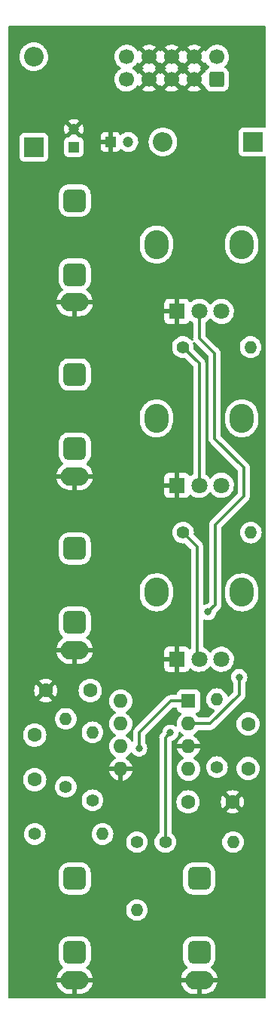
<source format=gbl>
G04 #@! TF.GenerationSoftware,KiCad,Pcbnew,(6.0.1)*
G04 #@! TF.CreationDate,2023-06-10T19:20:07+02:00*
G04 #@! TF.ProjectId,mixer,6d697865-722e-46b6-9963-61645f706362,rev?*
G04 #@! TF.SameCoordinates,Original*
G04 #@! TF.FileFunction,Copper,L2,Bot*
G04 #@! TF.FilePolarity,Positive*
%FSLAX46Y46*%
G04 Gerber Fmt 4.6, Leading zero omitted, Abs format (unit mm)*
G04 Created by KiCad (PCBNEW (6.0.1)) date 2023-06-10 19:20:07*
%MOMM*%
%LPD*%
G01*
G04 APERTURE LIST*
G04 Aperture macros list*
%AMRoundRect*
0 Rectangle with rounded corners*
0 $1 Rounding radius*
0 $2 $3 $4 $5 $6 $7 $8 $9 X,Y pos of 4 corners*
0 Add a 4 corners polygon primitive as box body*
4,1,4,$2,$3,$4,$5,$6,$7,$8,$9,$2,$3,0*
0 Add four circle primitives for the rounded corners*
1,1,$1+$1,$2,$3*
1,1,$1+$1,$4,$5*
1,1,$1+$1,$6,$7*
1,1,$1+$1,$8,$9*
0 Add four rect primitives between the rounded corners*
20,1,$1+$1,$2,$3,$4,$5,0*
20,1,$1+$1,$4,$5,$6,$7,0*
20,1,$1+$1,$6,$7,$8,$9,0*
20,1,$1+$1,$8,$9,$2,$3,0*%
G04 Aperture macros list end*
G04 #@! TA.AperFunction,ComponentPad*
%ADD10O,2.720000X3.240000*%
G04 #@! TD*
G04 #@! TA.AperFunction,ComponentPad*
%ADD11R,1.800000X1.800000*%
G04 #@! TD*
G04 #@! TA.AperFunction,ComponentPad*
%ADD12C,1.800000*%
G04 #@! TD*
G04 #@! TA.AperFunction,ComponentPad*
%ADD13O,3.100000X2.100000*%
G04 #@! TD*
G04 #@! TA.AperFunction,ComponentPad*
%ADD14RoundRect,0.650000X-0.650000X-0.650000X0.650000X-0.650000X0.650000X0.650000X-0.650000X0.650000X0*%
G04 #@! TD*
G04 #@! TA.AperFunction,ComponentPad*
%ADD15C,1.400000*%
G04 #@! TD*
G04 #@! TA.AperFunction,ComponentPad*
%ADD16O,1.400000X1.400000*%
G04 #@! TD*
G04 #@! TA.AperFunction,ComponentPad*
%ADD17C,1.600000*%
G04 #@! TD*
G04 #@! TA.AperFunction,ComponentPad*
%ADD18R,2.200000X2.200000*%
G04 #@! TD*
G04 #@! TA.AperFunction,ComponentPad*
%ADD19O,2.200000X2.200000*%
G04 #@! TD*
G04 #@! TA.AperFunction,ComponentPad*
%ADD20R,1.200000X1.200000*%
G04 #@! TD*
G04 #@! TA.AperFunction,ComponentPad*
%ADD21C,1.200000*%
G04 #@! TD*
G04 #@! TA.AperFunction,ComponentPad*
%ADD22R,1.600000X1.600000*%
G04 #@! TD*
G04 #@! TA.AperFunction,ComponentPad*
%ADD23O,1.600000X1.600000*%
G04 #@! TD*
G04 #@! TA.AperFunction,ComponentPad*
%ADD24RoundRect,0.250000X0.600000X-0.600000X0.600000X0.600000X-0.600000X0.600000X-0.600000X-0.600000X0*%
G04 #@! TD*
G04 #@! TA.AperFunction,ComponentPad*
%ADD25C,1.700000*%
G04 #@! TD*
G04 #@! TA.AperFunction,ViaPad*
%ADD26C,0.800000*%
G04 #@! TD*
G04 #@! TA.AperFunction,Conductor*
%ADD27C,0.350000*%
G04 #@! TD*
G04 APERTURE END LIST*
D10*
X76800000Y-104005000D03*
X67200000Y-104005000D03*
D11*
X69500000Y-111505000D03*
D12*
X72000000Y-111505000D03*
X74500000Y-111505000D03*
D13*
X58000000Y-110480000D03*
D14*
X58000000Y-99080000D03*
X58000000Y-107380000D03*
D13*
X58000000Y-71480000D03*
D14*
X58000000Y-60080000D03*
X58000000Y-68380000D03*
D10*
X76800000Y-84500000D03*
X67200000Y-84500000D03*
D11*
X69500000Y-92000000D03*
D12*
X72000000Y-92000000D03*
X74500000Y-92000000D03*
D13*
X58000000Y-90980000D03*
D14*
X58000000Y-79580000D03*
X58000000Y-87880000D03*
D13*
X72000000Y-147480000D03*
D14*
X72000000Y-136080000D03*
X72000000Y-144380000D03*
D13*
X58000000Y-147480000D03*
D14*
X58000000Y-136080000D03*
X58000000Y-144380000D03*
D10*
X67200000Y-65005000D03*
X76800000Y-65005000D03*
D11*
X69500000Y-72505000D03*
D12*
X72000000Y-72505000D03*
X74500000Y-72505000D03*
D15*
X68190000Y-132000000D03*
D16*
X75810000Y-132000000D03*
D15*
X74000000Y-123590000D03*
D16*
X74000000Y-115970000D03*
D17*
X59750000Y-115000000D03*
X54750000Y-115000000D03*
D15*
X60000000Y-127310000D03*
D16*
X60000000Y-119690000D03*
D18*
X78080000Y-53500000D03*
D19*
X67920000Y-53500000D03*
D15*
X53520000Y-131100000D03*
D16*
X61140000Y-131100000D03*
D20*
X62027401Y-53500000D03*
D21*
X64027401Y-53500000D03*
D20*
X57900000Y-54072600D03*
D21*
X57900000Y-52072600D03*
D15*
X70160000Y-76500000D03*
D16*
X77780000Y-76500000D03*
D15*
X57000000Y-125810000D03*
D16*
X57000000Y-118190000D03*
D17*
X70750000Y-127500000D03*
X75750000Y-127500000D03*
D22*
X70800000Y-116200000D03*
D23*
X70800000Y-118740000D03*
X70800000Y-121280000D03*
X70800000Y-123820000D03*
X63180000Y-123820000D03*
X63180000Y-121280000D03*
X63180000Y-118740000D03*
X63180000Y-116200000D03*
D17*
X53500000Y-125000000D03*
X53500000Y-120000000D03*
D24*
X74000000Y-46500000D03*
D25*
X74000000Y-43960000D03*
X71460000Y-46500000D03*
X71460000Y-43960000D03*
X68920000Y-46500000D03*
X68920000Y-43960000D03*
X66380000Y-46500000D03*
X66380000Y-43960000D03*
X63840000Y-46500000D03*
X63840000Y-43960000D03*
D17*
X77500000Y-123750000D03*
X77500000Y-118750000D03*
D18*
X53400000Y-54100000D03*
D19*
X53400000Y-43940000D03*
D15*
X70190000Y-97300000D03*
D16*
X77810000Y-97300000D03*
D15*
X65000000Y-132000000D03*
D16*
X65000000Y-139620000D03*
D26*
X76500000Y-113500000D03*
X65250000Y-121500000D03*
X73000000Y-106200000D03*
X68750000Y-119750000D03*
D27*
X76500000Y-115500000D02*
X76500000Y-113500000D01*
X73260000Y-118740000D02*
X76500000Y-115500000D01*
X70800000Y-118740000D02*
X73260000Y-118740000D01*
X65250000Y-121500000D02*
X65250000Y-119750000D01*
X65250000Y-119750000D02*
X68800000Y-116200000D01*
X68800000Y-116200000D02*
X70800000Y-116200000D01*
X71750000Y-98860000D02*
X71750000Y-111255000D01*
X70190000Y-97300000D02*
X71750000Y-98860000D01*
X71750000Y-111255000D02*
X72000000Y-111505000D01*
X68190000Y-132000000D02*
X68190000Y-120310000D01*
X72000000Y-75500000D02*
X72000000Y-72505000D01*
X73000000Y-106200000D02*
X73800000Y-105400000D01*
X73800000Y-105400000D02*
X73800000Y-96450000D01*
X73750000Y-86750000D02*
X73750000Y-77250000D01*
X77000000Y-90000000D02*
X73750000Y-86750000D01*
X73800000Y-96450000D02*
X77000000Y-93250000D01*
X77000000Y-93250000D02*
X77000000Y-90000000D01*
X73750000Y-77250000D02*
X72000000Y-75500000D01*
X68190000Y-120310000D02*
X68750000Y-119750000D01*
X70160000Y-76500000D02*
X72000000Y-78340000D01*
X72000000Y-78340000D02*
X72000000Y-92000000D01*
G04 #@! TA.AperFunction,Conductor*
G36*
X79434121Y-40528002D02*
G01*
X79480614Y-40581658D01*
X79492000Y-40634000D01*
X79492000Y-51792065D01*
X79471998Y-51860186D01*
X79418342Y-51906679D01*
X79348068Y-51916783D01*
X79321769Y-51910046D01*
X79297719Y-51901030D01*
X79297717Y-51901030D01*
X79290316Y-51898255D01*
X79228134Y-51891500D01*
X76931866Y-51891500D01*
X76869684Y-51898255D01*
X76733295Y-51949385D01*
X76616739Y-52036739D01*
X76529385Y-52153295D01*
X76478255Y-52289684D01*
X76471500Y-52351866D01*
X76471500Y-54648134D01*
X76478255Y-54710316D01*
X76529385Y-54846705D01*
X76616739Y-54963261D01*
X76733295Y-55050615D01*
X76869684Y-55101745D01*
X76931866Y-55108500D01*
X79228134Y-55108500D01*
X79290316Y-55101745D01*
X79297717Y-55098970D01*
X79297719Y-55098970D01*
X79321769Y-55089954D01*
X79392576Y-55084770D01*
X79454946Y-55118690D01*
X79489075Y-55180945D01*
X79492000Y-55207935D01*
X79492000Y-149366000D01*
X79471998Y-149434121D01*
X79418342Y-149480614D01*
X79366000Y-149492000D01*
X50634000Y-149492000D01*
X50565879Y-149471998D01*
X50519386Y-149418342D01*
X50508000Y-149366000D01*
X50508000Y-147751114D01*
X55962940Y-147751114D01*
X55966117Y-147778572D01*
X55968078Y-147788476D01*
X56033587Y-148019975D01*
X56037101Y-148029424D01*
X56138782Y-148247483D01*
X56143761Y-148256247D01*
X56278993Y-148455234D01*
X56285325Y-148463109D01*
X56450621Y-148637905D01*
X56458130Y-148644666D01*
X56649253Y-148790791D01*
X56657732Y-148796255D01*
X56869764Y-148909945D01*
X56879016Y-148913987D01*
X57106493Y-148992313D01*
X57116269Y-148994824D01*
X57354428Y-149035961D01*
X57362295Y-149036816D01*
X57386953Y-149037936D01*
X57389786Y-149038000D01*
X57727885Y-149038000D01*
X57743124Y-149033525D01*
X57744329Y-149032135D01*
X57746000Y-149024452D01*
X57746000Y-149019885D01*
X58254000Y-149019885D01*
X58258475Y-149035124D01*
X58259865Y-149036329D01*
X58267548Y-149038000D01*
X58560482Y-149038000D01*
X58565514Y-149037798D01*
X58744863Y-149023368D01*
X58754816Y-149021756D01*
X58988467Y-148964366D01*
X58998037Y-148961183D01*
X59219506Y-148867174D01*
X59228448Y-148862499D01*
X59432036Y-148734293D01*
X59440109Y-148728253D01*
X59620585Y-148569143D01*
X59627588Y-148561891D01*
X59780301Y-148375975D01*
X59786057Y-148367693D01*
X59907080Y-148159754D01*
X59911440Y-148150655D01*
X59997660Y-147926045D01*
X60000509Y-147916363D01*
X60034902Y-147751736D01*
X60034852Y-147751114D01*
X69962940Y-147751114D01*
X69966117Y-147778572D01*
X69968078Y-147788476D01*
X70033587Y-148019975D01*
X70037101Y-148029424D01*
X70138782Y-148247483D01*
X70143761Y-148256247D01*
X70278993Y-148455234D01*
X70285325Y-148463109D01*
X70450621Y-148637905D01*
X70458130Y-148644666D01*
X70649253Y-148790791D01*
X70657732Y-148796255D01*
X70869764Y-148909945D01*
X70879016Y-148913987D01*
X71106493Y-148992313D01*
X71116269Y-148994824D01*
X71354428Y-149035961D01*
X71362295Y-149036816D01*
X71386953Y-149037936D01*
X71389786Y-149038000D01*
X71727885Y-149038000D01*
X71743124Y-149033525D01*
X71744329Y-149032135D01*
X71746000Y-149024452D01*
X71746000Y-149019885D01*
X72254000Y-149019885D01*
X72258475Y-149035124D01*
X72259865Y-149036329D01*
X72267548Y-149038000D01*
X72560482Y-149038000D01*
X72565514Y-149037798D01*
X72744863Y-149023368D01*
X72754816Y-149021756D01*
X72988467Y-148964366D01*
X72998037Y-148961183D01*
X73219506Y-148867174D01*
X73228448Y-148862499D01*
X73432036Y-148734293D01*
X73440109Y-148728253D01*
X73620585Y-148569143D01*
X73627588Y-148561891D01*
X73780301Y-148375975D01*
X73786057Y-148367693D01*
X73907080Y-148159754D01*
X73911440Y-148150655D01*
X73997660Y-147926045D01*
X74000509Y-147916363D01*
X74034902Y-147751736D01*
X74033779Y-147737675D01*
X74023672Y-147734000D01*
X72272115Y-147734000D01*
X72256876Y-147738475D01*
X72255671Y-147739865D01*
X72254000Y-147747548D01*
X72254000Y-149019885D01*
X71746000Y-149019885D01*
X71746000Y-147752115D01*
X71741525Y-147736876D01*
X71740135Y-147735671D01*
X71732452Y-147734000D01*
X69979075Y-147734000D01*
X69964989Y-147738136D01*
X69962940Y-147751114D01*
X60034852Y-147751114D01*
X60033779Y-147737675D01*
X60023672Y-147734000D01*
X58272115Y-147734000D01*
X58256876Y-147738475D01*
X58255671Y-147739865D01*
X58254000Y-147747548D01*
X58254000Y-149019885D01*
X57746000Y-149019885D01*
X57746000Y-147752115D01*
X57741525Y-147736876D01*
X57740135Y-147735671D01*
X57732452Y-147734000D01*
X55979075Y-147734000D01*
X55964989Y-147738136D01*
X55962940Y-147751114D01*
X50508000Y-147751114D01*
X50508000Y-147208264D01*
X55965098Y-147208264D01*
X55966221Y-147222325D01*
X55976328Y-147226000D01*
X60020925Y-147226000D01*
X60035011Y-147221864D01*
X60037060Y-147208886D01*
X60036988Y-147208264D01*
X69965098Y-147208264D01*
X69966221Y-147222325D01*
X69976328Y-147226000D01*
X74020925Y-147226000D01*
X74035011Y-147221864D01*
X74037060Y-147208886D01*
X74033883Y-147181428D01*
X74031922Y-147171524D01*
X73966413Y-146940025D01*
X73962899Y-146930576D01*
X73861218Y-146712517D01*
X73856239Y-146703753D01*
X73721007Y-146504766D01*
X73714675Y-146496891D01*
X73549379Y-146322095D01*
X73541870Y-146315334D01*
X73350747Y-146169209D01*
X73348383Y-146167686D01*
X73347660Y-146166849D01*
X73346727Y-146166136D01*
X73346875Y-146165942D01*
X73301958Y-146113972D01*
X73291943Y-146043685D01*
X73321518Y-145979142D01*
X73345180Y-145957997D01*
X73389988Y-145927144D01*
X73389989Y-145927143D01*
X73394744Y-145923869D01*
X73398825Y-145919781D01*
X73541089Y-145777270D01*
X73541093Y-145777265D01*
X73545168Y-145773183D01*
X73665613Y-145597607D01*
X73752044Y-145403021D01*
X73801568Y-145195943D01*
X73808500Y-145099237D01*
X73808499Y-143660764D01*
X73801277Y-143562047D01*
X73751391Y-143355056D01*
X73664620Y-143160622D01*
X73543869Y-142985256D01*
X73539781Y-142981175D01*
X73397270Y-142838911D01*
X73397265Y-142838907D01*
X73393183Y-142834832D01*
X73217607Y-142714387D01*
X73120314Y-142671171D01*
X73028299Y-142630300D01*
X73028295Y-142630299D01*
X73023021Y-142627956D01*
X72985753Y-142619043D01*
X72820941Y-142579627D01*
X72820937Y-142579626D01*
X72815943Y-142578432D01*
X72779715Y-142575835D01*
X72721487Y-142571661D01*
X72721479Y-142571661D01*
X72719237Y-142571500D01*
X72006457Y-142571500D01*
X71280764Y-142571501D01*
X71278471Y-142571669D01*
X71278464Y-142571669D01*
X71187182Y-142578347D01*
X71187178Y-142578348D01*
X71182047Y-142578723D01*
X70975056Y-142628609D01*
X70780622Y-142715380D01*
X70775868Y-142718653D01*
X70775867Y-142718654D01*
X70611886Y-142831566D01*
X70605256Y-142836131D01*
X70601176Y-142840218D01*
X70601175Y-142840219D01*
X70458911Y-142982730D01*
X70458907Y-142982735D01*
X70454832Y-142986817D01*
X70334387Y-143162393D01*
X70247956Y-143356979D01*
X70198432Y-143564057D01*
X70191500Y-143660763D01*
X70191501Y-145099236D01*
X70198723Y-145197953D01*
X70248609Y-145404944D01*
X70335380Y-145599378D01*
X70456131Y-145774744D01*
X70460218Y-145778824D01*
X70460219Y-145778825D01*
X70602730Y-145921089D01*
X70602735Y-145921093D01*
X70606817Y-145925168D01*
X70611578Y-145928434D01*
X70658616Y-145960702D01*
X70703474Y-146015731D01*
X70711461Y-146086277D01*
X70680040Y-146149942D01*
X70654481Y-146171224D01*
X70567969Y-146225703D01*
X70559891Y-146231747D01*
X70379415Y-146390857D01*
X70372412Y-146398109D01*
X70219699Y-146584025D01*
X70213943Y-146592307D01*
X70092920Y-146800246D01*
X70088560Y-146809345D01*
X70002340Y-147033955D01*
X69999491Y-147043637D01*
X69965098Y-147208264D01*
X60036988Y-147208264D01*
X60033883Y-147181428D01*
X60031922Y-147171524D01*
X59966413Y-146940025D01*
X59962899Y-146930576D01*
X59861218Y-146712517D01*
X59856239Y-146703753D01*
X59721007Y-146504766D01*
X59714675Y-146496891D01*
X59549379Y-146322095D01*
X59541870Y-146315334D01*
X59350747Y-146169209D01*
X59348383Y-146167686D01*
X59347660Y-146166849D01*
X59346727Y-146166136D01*
X59346875Y-146165942D01*
X59301958Y-146113972D01*
X59291943Y-146043685D01*
X59321518Y-145979142D01*
X59345180Y-145957997D01*
X59389988Y-145927144D01*
X59389989Y-145927143D01*
X59394744Y-145923869D01*
X59398825Y-145919781D01*
X59541089Y-145777270D01*
X59541093Y-145777265D01*
X59545168Y-145773183D01*
X59665613Y-145597607D01*
X59752044Y-145403021D01*
X59801568Y-145195943D01*
X59808500Y-145099237D01*
X59808499Y-143660764D01*
X59801277Y-143562047D01*
X59751391Y-143355056D01*
X59664620Y-143160622D01*
X59543869Y-142985256D01*
X59539781Y-142981175D01*
X59397270Y-142838911D01*
X59397265Y-142838907D01*
X59393183Y-142834832D01*
X59217607Y-142714387D01*
X59120314Y-142671171D01*
X59028299Y-142630300D01*
X59028295Y-142630299D01*
X59023021Y-142627956D01*
X58985753Y-142619043D01*
X58820941Y-142579627D01*
X58820937Y-142579626D01*
X58815943Y-142578432D01*
X58779715Y-142575835D01*
X58721487Y-142571661D01*
X58721479Y-142571661D01*
X58719237Y-142571500D01*
X58006457Y-142571500D01*
X57280764Y-142571501D01*
X57278471Y-142571669D01*
X57278464Y-142571669D01*
X57187182Y-142578347D01*
X57187178Y-142578348D01*
X57182047Y-142578723D01*
X56975056Y-142628609D01*
X56780622Y-142715380D01*
X56775868Y-142718653D01*
X56775867Y-142718654D01*
X56611886Y-142831566D01*
X56605256Y-142836131D01*
X56601176Y-142840218D01*
X56601175Y-142840219D01*
X56458911Y-142982730D01*
X56458907Y-142982735D01*
X56454832Y-142986817D01*
X56334387Y-143162393D01*
X56247956Y-143356979D01*
X56198432Y-143564057D01*
X56191500Y-143660763D01*
X56191501Y-145099236D01*
X56198723Y-145197953D01*
X56248609Y-145404944D01*
X56335380Y-145599378D01*
X56456131Y-145774744D01*
X56460218Y-145778824D01*
X56460219Y-145778825D01*
X56602730Y-145921089D01*
X56602735Y-145921093D01*
X56606817Y-145925168D01*
X56611578Y-145928434D01*
X56658616Y-145960702D01*
X56703474Y-146015731D01*
X56711461Y-146086277D01*
X56680040Y-146149942D01*
X56654481Y-146171224D01*
X56567969Y-146225703D01*
X56559891Y-146231747D01*
X56379415Y-146390857D01*
X56372412Y-146398109D01*
X56219699Y-146584025D01*
X56213943Y-146592307D01*
X56092920Y-146800246D01*
X56088560Y-146809345D01*
X56002340Y-147033955D01*
X55999491Y-147043637D01*
X55965098Y-147208264D01*
X50508000Y-147208264D01*
X50508000Y-139620000D01*
X63786884Y-139620000D01*
X63805314Y-139830655D01*
X63860044Y-140034910D01*
X63949411Y-140226558D01*
X64070699Y-140399776D01*
X64220224Y-140549301D01*
X64393442Y-140670589D01*
X64398420Y-140672910D01*
X64398423Y-140672912D01*
X64580108Y-140757633D01*
X64585090Y-140759956D01*
X64590398Y-140761378D01*
X64590400Y-140761379D01*
X64784030Y-140813262D01*
X64784032Y-140813262D01*
X64789345Y-140814686D01*
X65000000Y-140833116D01*
X65210655Y-140814686D01*
X65215968Y-140813262D01*
X65215970Y-140813262D01*
X65409600Y-140761379D01*
X65409602Y-140761378D01*
X65414910Y-140759956D01*
X65419892Y-140757633D01*
X65601577Y-140672912D01*
X65601580Y-140672910D01*
X65606558Y-140670589D01*
X65779776Y-140549301D01*
X65929301Y-140399776D01*
X66050589Y-140226558D01*
X66139956Y-140034910D01*
X66194686Y-139830655D01*
X66213116Y-139620000D01*
X66194686Y-139409345D01*
X66139956Y-139205090D01*
X66050589Y-139013442D01*
X65929301Y-138840224D01*
X65779776Y-138690699D01*
X65606558Y-138569411D01*
X65601580Y-138567090D01*
X65601577Y-138567088D01*
X65419892Y-138482367D01*
X65419891Y-138482366D01*
X65414910Y-138480044D01*
X65409602Y-138478622D01*
X65409600Y-138478621D01*
X65215970Y-138426738D01*
X65215968Y-138426738D01*
X65210655Y-138425314D01*
X65000000Y-138406884D01*
X64789345Y-138425314D01*
X64784032Y-138426738D01*
X64784030Y-138426738D01*
X64590400Y-138478621D01*
X64590398Y-138478622D01*
X64585090Y-138480044D01*
X64580109Y-138482366D01*
X64580108Y-138482367D01*
X64398423Y-138567088D01*
X64398420Y-138567090D01*
X64393442Y-138569411D01*
X64220224Y-138690699D01*
X64070699Y-138840224D01*
X63949411Y-139013442D01*
X63860044Y-139205090D01*
X63805314Y-139409345D01*
X63786884Y-139620000D01*
X50508000Y-139620000D01*
X50508000Y-135360763D01*
X56191500Y-135360763D01*
X56191501Y-136799236D01*
X56198723Y-136897953D01*
X56248609Y-137104944D01*
X56335380Y-137299378D01*
X56456131Y-137474744D01*
X56460218Y-137478824D01*
X56460219Y-137478825D01*
X56602730Y-137621089D01*
X56602735Y-137621093D01*
X56606817Y-137625168D01*
X56782393Y-137745613D01*
X56879686Y-137788829D01*
X56971701Y-137829700D01*
X56971705Y-137829701D01*
X56976979Y-137832044D01*
X56982600Y-137833388D01*
X56982599Y-137833388D01*
X57179059Y-137880373D01*
X57179063Y-137880374D01*
X57184057Y-137881568D01*
X57220285Y-137884165D01*
X57278513Y-137888339D01*
X57278521Y-137888339D01*
X57280763Y-137888500D01*
X57993543Y-137888500D01*
X58719236Y-137888499D01*
X58721529Y-137888331D01*
X58721536Y-137888331D01*
X58812818Y-137881653D01*
X58812822Y-137881652D01*
X58817953Y-137881277D01*
X59024944Y-137831391D01*
X59219378Y-137744620D01*
X59224133Y-137741346D01*
X59389988Y-137627144D01*
X59389989Y-137627143D01*
X59394744Y-137623869D01*
X59398825Y-137619781D01*
X59541089Y-137477270D01*
X59541093Y-137477265D01*
X59545168Y-137473183D01*
X59665613Y-137297607D01*
X59752044Y-137103021D01*
X59801568Y-136895943D01*
X59808500Y-136799237D01*
X59808499Y-135360764D01*
X59808499Y-135360763D01*
X70191500Y-135360763D01*
X70191501Y-136799236D01*
X70198723Y-136897953D01*
X70248609Y-137104944D01*
X70335380Y-137299378D01*
X70456131Y-137474744D01*
X70460218Y-137478824D01*
X70460219Y-137478825D01*
X70602730Y-137621089D01*
X70602735Y-137621093D01*
X70606817Y-137625168D01*
X70782393Y-137745613D01*
X70879686Y-137788829D01*
X70971701Y-137829700D01*
X70971705Y-137829701D01*
X70976979Y-137832044D01*
X70982600Y-137833388D01*
X70982599Y-137833388D01*
X71179059Y-137880373D01*
X71179063Y-137880374D01*
X71184057Y-137881568D01*
X71220285Y-137884165D01*
X71278513Y-137888339D01*
X71278521Y-137888339D01*
X71280763Y-137888500D01*
X71993543Y-137888500D01*
X72719236Y-137888499D01*
X72721529Y-137888331D01*
X72721536Y-137888331D01*
X72812818Y-137881653D01*
X72812822Y-137881652D01*
X72817953Y-137881277D01*
X73024944Y-137831391D01*
X73219378Y-137744620D01*
X73224133Y-137741346D01*
X73389988Y-137627144D01*
X73389989Y-137627143D01*
X73394744Y-137623869D01*
X73398825Y-137619781D01*
X73541089Y-137477270D01*
X73541093Y-137477265D01*
X73545168Y-137473183D01*
X73665613Y-137297607D01*
X73752044Y-137103021D01*
X73801568Y-136895943D01*
X73808500Y-136799237D01*
X73808499Y-135360764D01*
X73801277Y-135262047D01*
X73751391Y-135055056D01*
X73664620Y-134860622D01*
X73543869Y-134685256D01*
X73539781Y-134681175D01*
X73397270Y-134538911D01*
X73397265Y-134538907D01*
X73393183Y-134534832D01*
X73217607Y-134414387D01*
X73120314Y-134371172D01*
X73028299Y-134330300D01*
X73028295Y-134330299D01*
X73023021Y-134327956D01*
X72985753Y-134319043D01*
X72820941Y-134279627D01*
X72820937Y-134279626D01*
X72815943Y-134278432D01*
X72779715Y-134275835D01*
X72721487Y-134271661D01*
X72721479Y-134271661D01*
X72719237Y-134271500D01*
X72006457Y-134271500D01*
X71280764Y-134271501D01*
X71278471Y-134271669D01*
X71278464Y-134271669D01*
X71187182Y-134278347D01*
X71187178Y-134278348D01*
X71182047Y-134278723D01*
X70975056Y-134328609D01*
X70780622Y-134415380D01*
X70775868Y-134418653D01*
X70775867Y-134418654D01*
X70611886Y-134531566D01*
X70605256Y-134536131D01*
X70601176Y-134540218D01*
X70601175Y-134540219D01*
X70458911Y-134682730D01*
X70458907Y-134682735D01*
X70454832Y-134686817D01*
X70334387Y-134862393D01*
X70247956Y-135056979D01*
X70198432Y-135264057D01*
X70191500Y-135360763D01*
X59808499Y-135360763D01*
X59801277Y-135262047D01*
X59751391Y-135055056D01*
X59664620Y-134860622D01*
X59543869Y-134685256D01*
X59539781Y-134681175D01*
X59397270Y-134538911D01*
X59397265Y-134538907D01*
X59393183Y-134534832D01*
X59217607Y-134414387D01*
X59120314Y-134371172D01*
X59028299Y-134330300D01*
X59028295Y-134330299D01*
X59023021Y-134327956D01*
X58985753Y-134319043D01*
X58820941Y-134279627D01*
X58820937Y-134279626D01*
X58815943Y-134278432D01*
X58779715Y-134275835D01*
X58721487Y-134271661D01*
X58721479Y-134271661D01*
X58719237Y-134271500D01*
X58006457Y-134271500D01*
X57280764Y-134271501D01*
X57278471Y-134271669D01*
X57278464Y-134271669D01*
X57187182Y-134278347D01*
X57187178Y-134278348D01*
X57182047Y-134278723D01*
X56975056Y-134328609D01*
X56780622Y-134415380D01*
X56775868Y-134418653D01*
X56775867Y-134418654D01*
X56611886Y-134531566D01*
X56605256Y-134536131D01*
X56601176Y-134540218D01*
X56601175Y-134540219D01*
X56458911Y-134682730D01*
X56458907Y-134682735D01*
X56454832Y-134686817D01*
X56334387Y-134862393D01*
X56247956Y-135056979D01*
X56198432Y-135264057D01*
X56191500Y-135360763D01*
X50508000Y-135360763D01*
X50508000Y-131100000D01*
X52306884Y-131100000D01*
X52325314Y-131310655D01*
X52326738Y-131315968D01*
X52326738Y-131315970D01*
X52346290Y-131388937D01*
X52380044Y-131514910D01*
X52382366Y-131519891D01*
X52382367Y-131519892D01*
X52415246Y-131590400D01*
X52469411Y-131706558D01*
X52590699Y-131879776D01*
X52740224Y-132029301D01*
X52913442Y-132150589D01*
X52918420Y-132152910D01*
X52918423Y-132152912D01*
X53100108Y-132237633D01*
X53105090Y-132239956D01*
X53110398Y-132241378D01*
X53110400Y-132241379D01*
X53304030Y-132293262D01*
X53304032Y-132293262D01*
X53309345Y-132294686D01*
X53520000Y-132313116D01*
X53730655Y-132294686D01*
X53735968Y-132293262D01*
X53735970Y-132293262D01*
X53929600Y-132241379D01*
X53929602Y-132241378D01*
X53934910Y-132239956D01*
X53939892Y-132237633D01*
X54121577Y-132152912D01*
X54121580Y-132152910D01*
X54126558Y-132150589D01*
X54299776Y-132029301D01*
X54449301Y-131879776D01*
X54570589Y-131706558D01*
X54624755Y-131590400D01*
X54657633Y-131519892D01*
X54657634Y-131519891D01*
X54659956Y-131514910D01*
X54693711Y-131388937D01*
X54713262Y-131315970D01*
X54713262Y-131315968D01*
X54714686Y-131310655D01*
X54733116Y-131100000D01*
X59926884Y-131100000D01*
X59945314Y-131310655D01*
X59946738Y-131315968D01*
X59946738Y-131315970D01*
X59966290Y-131388937D01*
X60000044Y-131514910D01*
X60002366Y-131519891D01*
X60002367Y-131519892D01*
X60035246Y-131590400D01*
X60089411Y-131706558D01*
X60210699Y-131879776D01*
X60360224Y-132029301D01*
X60533442Y-132150589D01*
X60538420Y-132152910D01*
X60538423Y-132152912D01*
X60720108Y-132237633D01*
X60725090Y-132239956D01*
X60730398Y-132241378D01*
X60730400Y-132241379D01*
X60924030Y-132293262D01*
X60924032Y-132293262D01*
X60929345Y-132294686D01*
X61140000Y-132313116D01*
X61350655Y-132294686D01*
X61355968Y-132293262D01*
X61355970Y-132293262D01*
X61549600Y-132241379D01*
X61549602Y-132241378D01*
X61554910Y-132239956D01*
X61559892Y-132237633D01*
X61741577Y-132152912D01*
X61741580Y-132152910D01*
X61746558Y-132150589D01*
X61919776Y-132029301D01*
X61949077Y-132000000D01*
X63786884Y-132000000D01*
X63805314Y-132210655D01*
X63860044Y-132414910D01*
X63949411Y-132606558D01*
X64070699Y-132779776D01*
X64220224Y-132929301D01*
X64393442Y-133050589D01*
X64398420Y-133052910D01*
X64398423Y-133052912D01*
X64580108Y-133137633D01*
X64585090Y-133139956D01*
X64590398Y-133141378D01*
X64590400Y-133141379D01*
X64784030Y-133193262D01*
X64784032Y-133193262D01*
X64789345Y-133194686D01*
X65000000Y-133213116D01*
X65210655Y-133194686D01*
X65215968Y-133193262D01*
X65215970Y-133193262D01*
X65409600Y-133141379D01*
X65409602Y-133141378D01*
X65414910Y-133139956D01*
X65419892Y-133137633D01*
X65601577Y-133052912D01*
X65601580Y-133052910D01*
X65606558Y-133050589D01*
X65779776Y-132929301D01*
X65929301Y-132779776D01*
X66050589Y-132606558D01*
X66139956Y-132414910D01*
X66194686Y-132210655D01*
X66213116Y-132000000D01*
X66194686Y-131789345D01*
X66193262Y-131784030D01*
X66141379Y-131590400D01*
X66141378Y-131590398D01*
X66139956Y-131585090D01*
X66107231Y-131514910D01*
X66052912Y-131398423D01*
X66052910Y-131398420D01*
X66050589Y-131393442D01*
X65929301Y-131220224D01*
X65779776Y-131070699D01*
X65606558Y-130949411D01*
X65601580Y-130947090D01*
X65601577Y-130947088D01*
X65419892Y-130862367D01*
X65419891Y-130862366D01*
X65414910Y-130860044D01*
X65409602Y-130858622D01*
X65409600Y-130858621D01*
X65215970Y-130806738D01*
X65215968Y-130806738D01*
X65210655Y-130805314D01*
X65000000Y-130786884D01*
X64789345Y-130805314D01*
X64784032Y-130806738D01*
X64784030Y-130806738D01*
X64590400Y-130858621D01*
X64590398Y-130858622D01*
X64585090Y-130860044D01*
X64580109Y-130862366D01*
X64580108Y-130862367D01*
X64398423Y-130947088D01*
X64398420Y-130947090D01*
X64393442Y-130949411D01*
X64220224Y-131070699D01*
X64070699Y-131220224D01*
X63949411Y-131393442D01*
X63947090Y-131398420D01*
X63947088Y-131398423D01*
X63892769Y-131514910D01*
X63860044Y-131585090D01*
X63858622Y-131590398D01*
X63858621Y-131590400D01*
X63806738Y-131784030D01*
X63805314Y-131789345D01*
X63786884Y-132000000D01*
X61949077Y-132000000D01*
X62069301Y-131879776D01*
X62190589Y-131706558D01*
X62244755Y-131590400D01*
X62277633Y-131519892D01*
X62277634Y-131519891D01*
X62279956Y-131514910D01*
X62313711Y-131388937D01*
X62333262Y-131315970D01*
X62333262Y-131315968D01*
X62334686Y-131310655D01*
X62353116Y-131100000D01*
X62334686Y-130889345D01*
X62279956Y-130685090D01*
X62190589Y-130493442D01*
X62069301Y-130320224D01*
X61919776Y-130170699D01*
X61746558Y-130049411D01*
X61741580Y-130047090D01*
X61741577Y-130047088D01*
X61559892Y-129962367D01*
X61559891Y-129962366D01*
X61554910Y-129960044D01*
X61549602Y-129958622D01*
X61549600Y-129958621D01*
X61355970Y-129906738D01*
X61355968Y-129906738D01*
X61350655Y-129905314D01*
X61140000Y-129886884D01*
X60929345Y-129905314D01*
X60924032Y-129906738D01*
X60924030Y-129906738D01*
X60730400Y-129958621D01*
X60730398Y-129958622D01*
X60725090Y-129960044D01*
X60720109Y-129962366D01*
X60720108Y-129962367D01*
X60538423Y-130047088D01*
X60538420Y-130047090D01*
X60533442Y-130049411D01*
X60360224Y-130170699D01*
X60210699Y-130320224D01*
X60089411Y-130493442D01*
X60000044Y-130685090D01*
X59945314Y-130889345D01*
X59926884Y-131100000D01*
X54733116Y-131100000D01*
X54714686Y-130889345D01*
X54659956Y-130685090D01*
X54570589Y-130493442D01*
X54449301Y-130320224D01*
X54299776Y-130170699D01*
X54126558Y-130049411D01*
X54121580Y-130047090D01*
X54121577Y-130047088D01*
X53939892Y-129962367D01*
X53939891Y-129962366D01*
X53934910Y-129960044D01*
X53929602Y-129958622D01*
X53929600Y-129958621D01*
X53735970Y-129906738D01*
X53735968Y-129906738D01*
X53730655Y-129905314D01*
X53520000Y-129886884D01*
X53309345Y-129905314D01*
X53304032Y-129906738D01*
X53304030Y-129906738D01*
X53110400Y-129958621D01*
X53110398Y-129958622D01*
X53105090Y-129960044D01*
X53100109Y-129962366D01*
X53100108Y-129962367D01*
X52918423Y-130047088D01*
X52918420Y-130047090D01*
X52913442Y-130049411D01*
X52740224Y-130170699D01*
X52590699Y-130320224D01*
X52469411Y-130493442D01*
X52380044Y-130685090D01*
X52325314Y-130889345D01*
X52306884Y-131100000D01*
X50508000Y-131100000D01*
X50508000Y-127310000D01*
X58786884Y-127310000D01*
X58805314Y-127520655D01*
X58860044Y-127724910D01*
X58862366Y-127729891D01*
X58862367Y-127729892D01*
X58928644Y-127872022D01*
X58949411Y-127916558D01*
X59070699Y-128089776D01*
X59220224Y-128239301D01*
X59393442Y-128360589D01*
X59398420Y-128362910D01*
X59398423Y-128362912D01*
X59580108Y-128447633D01*
X59585090Y-128449956D01*
X59590398Y-128451378D01*
X59590400Y-128451379D01*
X59784030Y-128503262D01*
X59784032Y-128503262D01*
X59789345Y-128504686D01*
X60000000Y-128523116D01*
X60210655Y-128504686D01*
X60215968Y-128503262D01*
X60215970Y-128503262D01*
X60409600Y-128451379D01*
X60409602Y-128451378D01*
X60414910Y-128449956D01*
X60419892Y-128447633D01*
X60601577Y-128362912D01*
X60601580Y-128362910D01*
X60606558Y-128360589D01*
X60779776Y-128239301D01*
X60929301Y-128089776D01*
X61050589Y-127916558D01*
X61071357Y-127872022D01*
X61137633Y-127729892D01*
X61137634Y-127729891D01*
X61139956Y-127724910D01*
X61194686Y-127520655D01*
X61213116Y-127310000D01*
X61194686Y-127099345D01*
X61180332Y-127045775D01*
X61141379Y-126900400D01*
X61141378Y-126900398D01*
X61139956Y-126895090D01*
X61089921Y-126787789D01*
X61052912Y-126708423D01*
X61052910Y-126708420D01*
X61050589Y-126703442D01*
X60929301Y-126530224D01*
X60779776Y-126380699D01*
X60606558Y-126259411D01*
X60601580Y-126257090D01*
X60601577Y-126257088D01*
X60419892Y-126172367D01*
X60419891Y-126172366D01*
X60414910Y-126170044D01*
X60409602Y-126168622D01*
X60409600Y-126168621D01*
X60215970Y-126116738D01*
X60215968Y-126116738D01*
X60210655Y-126115314D01*
X60000000Y-126096884D01*
X59789345Y-126115314D01*
X59784032Y-126116738D01*
X59784030Y-126116738D01*
X59590400Y-126168621D01*
X59590398Y-126168622D01*
X59585090Y-126170044D01*
X59580109Y-126172366D01*
X59580108Y-126172367D01*
X59398423Y-126257088D01*
X59398420Y-126257090D01*
X59393442Y-126259411D01*
X59220224Y-126380699D01*
X59070699Y-126530224D01*
X58949411Y-126703442D01*
X58947090Y-126708420D01*
X58947088Y-126708423D01*
X58910079Y-126787789D01*
X58860044Y-126895090D01*
X58858622Y-126900398D01*
X58858621Y-126900400D01*
X58819668Y-127045775D01*
X58805314Y-127099345D01*
X58786884Y-127310000D01*
X50508000Y-127310000D01*
X50508000Y-125000000D01*
X52186502Y-125000000D01*
X52206457Y-125228087D01*
X52207881Y-125233400D01*
X52207881Y-125233402D01*
X52251206Y-125395090D01*
X52265716Y-125449243D01*
X52268039Y-125454224D01*
X52268039Y-125454225D01*
X52360151Y-125651762D01*
X52360154Y-125651767D01*
X52362477Y-125656749D01*
X52493802Y-125844300D01*
X52655700Y-126006198D01*
X52660208Y-126009355D01*
X52660211Y-126009357D01*
X52683937Y-126025970D01*
X52843251Y-126137523D01*
X52848233Y-126139846D01*
X52848238Y-126139849D01*
X53030654Y-126224910D01*
X53050757Y-126234284D01*
X53056065Y-126235706D01*
X53056067Y-126235707D01*
X53266598Y-126292119D01*
X53266600Y-126292119D01*
X53271913Y-126293543D01*
X53500000Y-126313498D01*
X53728087Y-126293543D01*
X53733400Y-126292119D01*
X53733402Y-126292119D01*
X53943933Y-126235707D01*
X53943935Y-126235706D01*
X53949243Y-126234284D01*
X53969346Y-126224910D01*
X54151762Y-126139849D01*
X54151767Y-126139846D01*
X54156749Y-126137523D01*
X54316063Y-126025970D01*
X54339789Y-126009357D01*
X54339792Y-126009355D01*
X54344300Y-126006198D01*
X54506198Y-125844300D01*
X54530215Y-125810000D01*
X55786884Y-125810000D01*
X55805314Y-126020655D01*
X55806738Y-126025968D01*
X55806738Y-126025970D01*
X55855104Y-126206472D01*
X55860044Y-126224910D01*
X55862366Y-126229891D01*
X55862367Y-126229892D01*
X55942587Y-126401923D01*
X55949411Y-126416558D01*
X56070699Y-126589776D01*
X56220224Y-126739301D01*
X56393442Y-126860589D01*
X56398420Y-126862910D01*
X56398423Y-126862912D01*
X56580108Y-126947633D01*
X56585090Y-126949956D01*
X56590398Y-126951378D01*
X56590400Y-126951379D01*
X56784030Y-127003262D01*
X56784032Y-127003262D01*
X56789345Y-127004686D01*
X57000000Y-127023116D01*
X57210655Y-127004686D01*
X57215968Y-127003262D01*
X57215970Y-127003262D01*
X57409600Y-126951379D01*
X57409602Y-126951378D01*
X57414910Y-126949956D01*
X57419892Y-126947633D01*
X57601577Y-126862912D01*
X57601580Y-126862910D01*
X57606558Y-126860589D01*
X57779776Y-126739301D01*
X57929301Y-126589776D01*
X58050589Y-126416558D01*
X58057414Y-126401923D01*
X58137633Y-126229892D01*
X58137634Y-126229891D01*
X58139956Y-126224910D01*
X58144897Y-126206472D01*
X58193262Y-126025970D01*
X58193262Y-126025968D01*
X58194686Y-126020655D01*
X58213116Y-125810000D01*
X58194686Y-125599345D01*
X58154466Y-125449243D01*
X58141379Y-125400400D01*
X58141378Y-125400398D01*
X58139956Y-125395090D01*
X58050589Y-125203442D01*
X57929301Y-125030224D01*
X57779776Y-124880699D01*
X57606558Y-124759411D01*
X57601580Y-124757090D01*
X57601577Y-124757088D01*
X57419892Y-124672367D01*
X57419891Y-124672366D01*
X57414910Y-124670044D01*
X57409602Y-124668622D01*
X57409600Y-124668621D01*
X57215970Y-124616738D01*
X57215968Y-124616738D01*
X57210655Y-124615314D01*
X57000000Y-124596884D01*
X56789345Y-124615314D01*
X56784032Y-124616738D01*
X56784030Y-124616738D01*
X56590400Y-124668621D01*
X56590398Y-124668622D01*
X56585090Y-124670044D01*
X56580109Y-124672366D01*
X56580108Y-124672367D01*
X56398423Y-124757088D01*
X56398420Y-124757090D01*
X56393442Y-124759411D01*
X56220224Y-124880699D01*
X56070699Y-125030224D01*
X55949411Y-125203442D01*
X55860044Y-125395090D01*
X55858622Y-125400398D01*
X55858621Y-125400400D01*
X55845534Y-125449243D01*
X55805314Y-125599345D01*
X55786884Y-125810000D01*
X54530215Y-125810000D01*
X54637523Y-125656749D01*
X54639846Y-125651767D01*
X54639849Y-125651762D01*
X54731961Y-125454225D01*
X54731961Y-125454224D01*
X54734284Y-125449243D01*
X54748795Y-125395090D01*
X54792119Y-125233402D01*
X54792119Y-125233400D01*
X54793543Y-125228087D01*
X54813498Y-125000000D01*
X54793543Y-124771913D01*
X54792119Y-124766598D01*
X54735707Y-124556067D01*
X54735706Y-124556065D01*
X54734284Y-124550757D01*
X54701876Y-124481257D01*
X54639849Y-124348238D01*
X54639846Y-124348233D01*
X54637523Y-124343251D01*
X54532969Y-124193933D01*
X54509357Y-124160211D01*
X54509355Y-124160208D01*
X54506198Y-124155700D01*
X54437020Y-124086522D01*
X61897273Y-124086522D01*
X61944764Y-124263761D01*
X61948510Y-124274053D01*
X62040586Y-124471511D01*
X62046069Y-124481007D01*
X62171028Y-124659467D01*
X62178084Y-124667875D01*
X62332125Y-124821916D01*
X62340533Y-124828972D01*
X62518993Y-124953931D01*
X62528489Y-124959414D01*
X62725947Y-125051490D01*
X62736239Y-125055236D01*
X62908503Y-125101394D01*
X62922599Y-125101058D01*
X62926000Y-125093116D01*
X62926000Y-125087967D01*
X63434000Y-125087967D01*
X63437973Y-125101498D01*
X63446522Y-125102727D01*
X63623761Y-125055236D01*
X63634053Y-125051490D01*
X63831511Y-124959414D01*
X63841007Y-124953931D01*
X64019467Y-124828972D01*
X64027875Y-124821916D01*
X64181916Y-124667875D01*
X64188972Y-124659467D01*
X64313931Y-124481007D01*
X64319414Y-124471511D01*
X64411490Y-124274053D01*
X64415236Y-124263761D01*
X64461394Y-124091497D01*
X64461058Y-124077401D01*
X64453116Y-124074000D01*
X63452115Y-124074000D01*
X63436876Y-124078475D01*
X63435671Y-124079865D01*
X63434000Y-124087548D01*
X63434000Y-125087967D01*
X62926000Y-125087967D01*
X62926000Y-124092115D01*
X62921525Y-124076876D01*
X62920135Y-124075671D01*
X62912452Y-124074000D01*
X61912033Y-124074000D01*
X61898502Y-124077973D01*
X61897273Y-124086522D01*
X54437020Y-124086522D01*
X54344300Y-123993802D01*
X54339792Y-123990645D01*
X54339789Y-123990643D01*
X54261611Y-123935902D01*
X54156749Y-123862477D01*
X54151767Y-123860154D01*
X54151762Y-123860151D01*
X53954225Y-123768039D01*
X53954224Y-123768039D01*
X53949243Y-123765716D01*
X53943935Y-123764294D01*
X53943933Y-123764293D01*
X53733402Y-123707881D01*
X53733400Y-123707881D01*
X53728087Y-123706457D01*
X53500000Y-123686502D01*
X53271913Y-123706457D01*
X53266600Y-123707881D01*
X53266598Y-123707881D01*
X53056067Y-123764293D01*
X53056065Y-123764294D01*
X53050757Y-123765716D01*
X53045776Y-123768039D01*
X53045775Y-123768039D01*
X52848238Y-123860151D01*
X52848233Y-123860154D01*
X52843251Y-123862477D01*
X52738389Y-123935902D01*
X52660211Y-123990643D01*
X52660208Y-123990645D01*
X52655700Y-123993802D01*
X52493802Y-124155700D01*
X52490645Y-124160208D01*
X52490643Y-124160211D01*
X52467031Y-124193933D01*
X52362477Y-124343251D01*
X52360154Y-124348233D01*
X52360151Y-124348238D01*
X52298124Y-124481257D01*
X52265716Y-124550757D01*
X52264294Y-124556065D01*
X52264293Y-124556067D01*
X52207881Y-124766598D01*
X52206457Y-124771913D01*
X52186502Y-125000000D01*
X50508000Y-125000000D01*
X50508000Y-120000000D01*
X52186502Y-120000000D01*
X52206457Y-120228087D01*
X52207881Y-120233400D01*
X52207881Y-120233402D01*
X52220696Y-120281226D01*
X52265716Y-120449243D01*
X52268039Y-120454224D01*
X52268039Y-120454225D01*
X52360151Y-120651762D01*
X52360154Y-120651767D01*
X52362477Y-120656749D01*
X52435902Y-120761611D01*
X52488158Y-120836239D01*
X52493802Y-120844300D01*
X52655700Y-121006198D01*
X52660208Y-121009355D01*
X52660211Y-121009357D01*
X52728814Y-121057393D01*
X52843251Y-121137523D01*
X52848233Y-121139846D01*
X52848238Y-121139849D01*
X53045775Y-121231961D01*
X53050757Y-121234284D01*
X53056065Y-121235706D01*
X53056067Y-121235707D01*
X53266598Y-121292119D01*
X53266600Y-121292119D01*
X53271913Y-121293543D01*
X53500000Y-121313498D01*
X53728087Y-121293543D01*
X53733400Y-121292119D01*
X53733402Y-121292119D01*
X53778630Y-121280000D01*
X61866502Y-121280000D01*
X61886457Y-121508087D01*
X61887881Y-121513400D01*
X61887881Y-121513402D01*
X61935182Y-121689928D01*
X61945716Y-121729243D01*
X61948039Y-121734224D01*
X61948039Y-121734225D01*
X62040151Y-121931762D01*
X62040154Y-121931767D01*
X62042477Y-121936749D01*
X62173802Y-122124300D01*
X62335700Y-122286198D01*
X62340208Y-122289355D01*
X62340211Y-122289357D01*
X62342726Y-122291118D01*
X62523251Y-122417523D01*
X62528233Y-122419846D01*
X62528238Y-122419849D01*
X62563049Y-122436081D01*
X62616334Y-122482998D01*
X62635795Y-122551275D01*
X62615253Y-122619235D01*
X62563049Y-122664471D01*
X62528489Y-122680586D01*
X62518993Y-122686069D01*
X62340533Y-122811028D01*
X62332125Y-122818084D01*
X62178084Y-122972125D01*
X62171028Y-122980533D01*
X62046069Y-123158993D01*
X62040586Y-123168489D01*
X61948510Y-123365947D01*
X61944764Y-123376239D01*
X61898606Y-123548503D01*
X61898942Y-123562599D01*
X61906884Y-123566000D01*
X64447967Y-123566000D01*
X64461498Y-123562027D01*
X64462727Y-123553478D01*
X64415236Y-123376239D01*
X64411490Y-123365947D01*
X64319414Y-123168489D01*
X64313931Y-123158993D01*
X64188972Y-122980533D01*
X64181916Y-122972125D01*
X64027875Y-122818084D01*
X64019467Y-122811028D01*
X63841007Y-122686069D01*
X63831511Y-122680586D01*
X63796951Y-122664471D01*
X63743666Y-122617554D01*
X63724205Y-122549277D01*
X63744747Y-122481317D01*
X63796951Y-122436081D01*
X63831762Y-122419849D01*
X63831767Y-122419846D01*
X63836749Y-122417523D01*
X64017274Y-122291118D01*
X64019789Y-122289357D01*
X64019792Y-122289355D01*
X64024300Y-122286198D01*
X64186198Y-122124300D01*
X64278396Y-121992628D01*
X64333852Y-121948301D01*
X64404471Y-121940992D01*
X64467832Y-121973023D01*
X64490726Y-122001898D01*
X64510960Y-122036944D01*
X64515378Y-122041851D01*
X64515379Y-122041852D01*
X64593124Y-122128197D01*
X64638747Y-122178866D01*
X64737843Y-122250864D01*
X64780583Y-122281916D01*
X64793248Y-122291118D01*
X64799276Y-122293802D01*
X64799278Y-122293803D01*
X64961681Y-122366109D01*
X64967712Y-122368794D01*
X65061113Y-122388647D01*
X65148056Y-122407128D01*
X65148061Y-122407128D01*
X65154513Y-122408500D01*
X65345487Y-122408500D01*
X65351939Y-122407128D01*
X65351944Y-122407128D01*
X65438887Y-122388647D01*
X65532288Y-122368794D01*
X65538319Y-122366109D01*
X65700722Y-122293803D01*
X65700724Y-122293802D01*
X65706752Y-122291118D01*
X65719418Y-122281916D01*
X65762157Y-122250864D01*
X65861253Y-122178866D01*
X65906876Y-122128197D01*
X65984621Y-122041852D01*
X65984622Y-122041851D01*
X65989040Y-122036944D01*
X66084527Y-121871556D01*
X66143542Y-121689928D01*
X66159931Y-121534000D01*
X66162814Y-121506565D01*
X66163504Y-121500000D01*
X66143542Y-121310072D01*
X66084527Y-121128444D01*
X65989040Y-120963056D01*
X65984620Y-120958147D01*
X65984617Y-120958143D01*
X65965865Y-120937317D01*
X65935147Y-120873310D01*
X65933500Y-120853006D01*
X65933500Y-120085305D01*
X65953502Y-120017184D01*
X65970405Y-119996210D01*
X69046210Y-116920405D01*
X69108522Y-116886379D01*
X69135305Y-116883500D01*
X69365500Y-116883500D01*
X69433621Y-116903502D01*
X69480114Y-116957158D01*
X69491500Y-117009500D01*
X69491500Y-117048134D01*
X69498255Y-117110316D01*
X69549385Y-117246705D01*
X69636739Y-117363261D01*
X69753295Y-117450615D01*
X69889684Y-117501745D01*
X69900474Y-117502917D01*
X69902606Y-117503803D01*
X69905222Y-117504425D01*
X69905121Y-117504848D01*
X69966035Y-117530155D01*
X70006463Y-117588517D01*
X70008922Y-117659471D01*
X69972629Y-117720490D01*
X69963969Y-117727489D01*
X69960207Y-117730646D01*
X69955700Y-117733802D01*
X69793802Y-117895700D01*
X69790645Y-117900208D01*
X69790643Y-117900211D01*
X69786800Y-117905700D01*
X69662477Y-118083251D01*
X69660154Y-118088233D01*
X69660151Y-118088238D01*
X69655488Y-118098238D01*
X69565716Y-118290757D01*
X69564294Y-118296065D01*
X69564293Y-118296067D01*
X69515843Y-118476884D01*
X69506457Y-118511913D01*
X69486502Y-118740000D01*
X69501790Y-118914736D01*
X69501844Y-118915356D01*
X69487855Y-118984961D01*
X69438456Y-119035953D01*
X69369330Y-119052144D01*
X69302262Y-119028274D01*
X69212094Y-118962763D01*
X69212093Y-118962762D01*
X69206752Y-118958882D01*
X69200724Y-118956198D01*
X69200722Y-118956197D01*
X69038319Y-118883891D01*
X69038318Y-118883891D01*
X69032288Y-118881206D01*
X68933233Y-118860151D01*
X68851944Y-118842872D01*
X68851939Y-118842872D01*
X68845487Y-118841500D01*
X68654513Y-118841500D01*
X68648061Y-118842872D01*
X68648056Y-118842872D01*
X68566767Y-118860151D01*
X68467712Y-118881206D01*
X68461682Y-118883891D01*
X68461681Y-118883891D01*
X68299278Y-118956197D01*
X68299276Y-118956198D01*
X68293248Y-118958882D01*
X68138747Y-119071134D01*
X68134326Y-119076044D01*
X68134325Y-119076045D01*
X68062604Y-119155700D01*
X68010960Y-119213056D01*
X67963540Y-119295190D01*
X67931798Y-119350169D01*
X67915473Y-119378444D01*
X67856458Y-119560072D01*
X67855768Y-119566633D01*
X67855768Y-119566635D01*
X67853701Y-119586302D01*
X67847739Y-119643036D01*
X67847398Y-119646277D01*
X67820385Y-119711934D01*
X67811183Y-119722202D01*
X67726541Y-119806844D01*
X67720276Y-119812698D01*
X67678330Y-119849290D01*
X67642934Y-119899655D01*
X67639022Y-119904920D01*
X67601065Y-119953328D01*
X67597939Y-119960252D01*
X67595329Y-119964561D01*
X67589958Y-119973976D01*
X67587573Y-119978424D01*
X67583205Y-119984639D01*
X67564305Y-120033115D01*
X67560858Y-120041957D01*
X67558306Y-120048029D01*
X67532986Y-120104105D01*
X67531600Y-120111582D01*
X67530090Y-120116402D01*
X67527118Y-120126835D01*
X67525870Y-120131696D01*
X67523111Y-120138772D01*
X67522120Y-120146302D01*
X67515082Y-120199762D01*
X67514050Y-120206278D01*
X67502839Y-120266767D01*
X67503276Y-120274347D01*
X67503276Y-120274348D01*
X67506291Y-120326642D01*
X67506500Y-120333894D01*
X67506500Y-130937694D01*
X67486498Y-131005815D01*
X67452771Y-131040907D01*
X67414735Y-131067540D01*
X67414732Y-131067542D01*
X67410224Y-131070699D01*
X67260699Y-131220224D01*
X67139411Y-131393442D01*
X67137090Y-131398420D01*
X67137088Y-131398423D01*
X67082769Y-131514910D01*
X67050044Y-131585090D01*
X67048622Y-131590398D01*
X67048621Y-131590400D01*
X66996738Y-131784030D01*
X66995314Y-131789345D01*
X66976884Y-132000000D01*
X66995314Y-132210655D01*
X67050044Y-132414910D01*
X67139411Y-132606558D01*
X67260699Y-132779776D01*
X67410224Y-132929301D01*
X67583442Y-133050589D01*
X67588420Y-133052910D01*
X67588423Y-133052912D01*
X67770108Y-133137633D01*
X67775090Y-133139956D01*
X67780398Y-133141378D01*
X67780400Y-133141379D01*
X67974030Y-133193262D01*
X67974032Y-133193262D01*
X67979345Y-133194686D01*
X68190000Y-133213116D01*
X68400655Y-133194686D01*
X68405968Y-133193262D01*
X68405970Y-133193262D01*
X68599600Y-133141379D01*
X68599602Y-133141378D01*
X68604910Y-133139956D01*
X68609892Y-133137633D01*
X68791577Y-133052912D01*
X68791580Y-133052910D01*
X68796558Y-133050589D01*
X68969776Y-132929301D01*
X69119301Y-132779776D01*
X69240589Y-132606558D01*
X69329956Y-132414910D01*
X69384686Y-132210655D01*
X69403116Y-132000000D01*
X74596884Y-132000000D01*
X74615314Y-132210655D01*
X74670044Y-132414910D01*
X74759411Y-132606558D01*
X74880699Y-132779776D01*
X75030224Y-132929301D01*
X75203442Y-133050589D01*
X75208420Y-133052910D01*
X75208423Y-133052912D01*
X75390108Y-133137633D01*
X75395090Y-133139956D01*
X75400398Y-133141378D01*
X75400400Y-133141379D01*
X75594030Y-133193262D01*
X75594032Y-133193262D01*
X75599345Y-133194686D01*
X75810000Y-133213116D01*
X76020655Y-133194686D01*
X76025968Y-133193262D01*
X76025970Y-133193262D01*
X76219600Y-133141379D01*
X76219602Y-133141378D01*
X76224910Y-133139956D01*
X76229892Y-133137633D01*
X76411577Y-133052912D01*
X76411580Y-133052910D01*
X76416558Y-133050589D01*
X76589776Y-132929301D01*
X76739301Y-132779776D01*
X76860589Y-132606558D01*
X76949956Y-132414910D01*
X77004686Y-132210655D01*
X77023116Y-132000000D01*
X77004686Y-131789345D01*
X77003262Y-131784030D01*
X76951379Y-131590400D01*
X76951378Y-131590398D01*
X76949956Y-131585090D01*
X76917231Y-131514910D01*
X76862912Y-131398423D01*
X76862910Y-131398420D01*
X76860589Y-131393442D01*
X76739301Y-131220224D01*
X76589776Y-131070699D01*
X76416558Y-130949411D01*
X76411580Y-130947090D01*
X76411577Y-130947088D01*
X76229892Y-130862367D01*
X76229891Y-130862366D01*
X76224910Y-130860044D01*
X76219602Y-130858622D01*
X76219600Y-130858621D01*
X76025970Y-130806738D01*
X76025968Y-130806738D01*
X76020655Y-130805314D01*
X75810000Y-130786884D01*
X75599345Y-130805314D01*
X75594032Y-130806738D01*
X75594030Y-130806738D01*
X75400400Y-130858621D01*
X75400398Y-130858622D01*
X75395090Y-130860044D01*
X75390109Y-130862366D01*
X75390108Y-130862367D01*
X75208423Y-130947088D01*
X75208420Y-130947090D01*
X75203442Y-130949411D01*
X75030224Y-131070699D01*
X74880699Y-131220224D01*
X74759411Y-131393442D01*
X74757090Y-131398420D01*
X74757088Y-131398423D01*
X74702769Y-131514910D01*
X74670044Y-131585090D01*
X74668622Y-131590398D01*
X74668621Y-131590400D01*
X74616738Y-131784030D01*
X74615314Y-131789345D01*
X74596884Y-132000000D01*
X69403116Y-132000000D01*
X69384686Y-131789345D01*
X69383262Y-131784030D01*
X69331379Y-131590400D01*
X69331378Y-131590398D01*
X69329956Y-131585090D01*
X69297231Y-131514910D01*
X69242912Y-131398423D01*
X69242910Y-131398420D01*
X69240589Y-131393442D01*
X69119301Y-131220224D01*
X68969776Y-131070699D01*
X68965268Y-131067542D01*
X68965265Y-131067540D01*
X68927229Y-131040907D01*
X68882901Y-130985449D01*
X68873500Y-130937694D01*
X68873500Y-127500000D01*
X69436502Y-127500000D01*
X69456457Y-127728087D01*
X69457881Y-127733400D01*
X69457881Y-127733402D01*
X69495025Y-127872022D01*
X69515716Y-127949243D01*
X69518039Y-127954224D01*
X69518039Y-127954225D01*
X69610151Y-128151762D01*
X69610154Y-128151767D01*
X69612477Y-128156749D01*
X69743802Y-128344300D01*
X69905700Y-128506198D01*
X69910208Y-128509355D01*
X69910211Y-128509357D01*
X69929177Y-128522637D01*
X70093251Y-128637523D01*
X70098233Y-128639846D01*
X70098238Y-128639849D01*
X70294765Y-128731490D01*
X70300757Y-128734284D01*
X70306065Y-128735706D01*
X70306067Y-128735707D01*
X70516598Y-128792119D01*
X70516600Y-128792119D01*
X70521913Y-128793543D01*
X70750000Y-128813498D01*
X70978087Y-128793543D01*
X70983400Y-128792119D01*
X70983402Y-128792119D01*
X71193933Y-128735707D01*
X71193935Y-128735706D01*
X71199243Y-128734284D01*
X71205235Y-128731490D01*
X71401762Y-128639849D01*
X71401767Y-128639846D01*
X71406749Y-128637523D01*
X71480243Y-128586062D01*
X75028493Y-128586062D01*
X75037789Y-128598077D01*
X75088994Y-128633931D01*
X75098489Y-128639414D01*
X75295947Y-128731490D01*
X75306239Y-128735236D01*
X75516688Y-128791625D01*
X75527481Y-128793528D01*
X75744525Y-128812517D01*
X75755475Y-128812517D01*
X75972519Y-128793528D01*
X75983312Y-128791625D01*
X76193761Y-128735236D01*
X76204053Y-128731490D01*
X76401511Y-128639414D01*
X76411006Y-128633931D01*
X76463048Y-128597491D01*
X76471424Y-128587012D01*
X76464356Y-128573566D01*
X75762812Y-127872022D01*
X75748868Y-127864408D01*
X75747035Y-127864539D01*
X75740420Y-127868790D01*
X75034923Y-128574287D01*
X75028493Y-128586062D01*
X71480243Y-128586062D01*
X71570823Y-128522637D01*
X71589789Y-128509357D01*
X71589792Y-128509355D01*
X71594300Y-128506198D01*
X71756198Y-128344300D01*
X71887523Y-128156749D01*
X71889846Y-128151767D01*
X71889849Y-128151762D01*
X71981961Y-127954225D01*
X71981961Y-127954224D01*
X71984284Y-127949243D01*
X72004976Y-127872022D01*
X72042119Y-127733402D01*
X72042119Y-127733400D01*
X72043543Y-127728087D01*
X72063019Y-127505475D01*
X74437483Y-127505475D01*
X74456472Y-127722519D01*
X74458375Y-127733312D01*
X74514764Y-127943761D01*
X74518510Y-127954053D01*
X74610586Y-128151511D01*
X74616069Y-128161006D01*
X74652509Y-128213048D01*
X74662988Y-128221424D01*
X74676434Y-128214356D01*
X75377978Y-127512812D01*
X75384356Y-127501132D01*
X76114408Y-127501132D01*
X76114539Y-127502965D01*
X76118790Y-127509580D01*
X76824287Y-128215077D01*
X76836062Y-128221507D01*
X76848077Y-128212211D01*
X76883931Y-128161006D01*
X76889414Y-128151511D01*
X76981490Y-127954053D01*
X76985236Y-127943761D01*
X77041625Y-127733312D01*
X77043528Y-127722519D01*
X77062517Y-127505475D01*
X77062517Y-127494525D01*
X77043528Y-127277481D01*
X77041625Y-127266688D01*
X76985236Y-127056239D01*
X76981490Y-127045947D01*
X76889414Y-126848489D01*
X76883931Y-126838994D01*
X76847491Y-126786952D01*
X76837012Y-126778576D01*
X76823566Y-126785644D01*
X76122022Y-127487188D01*
X76114408Y-127501132D01*
X75384356Y-127501132D01*
X75385592Y-127498868D01*
X75385461Y-127497035D01*
X75381210Y-127490420D01*
X74675713Y-126784923D01*
X74663938Y-126778493D01*
X74651923Y-126787789D01*
X74616069Y-126838994D01*
X74610586Y-126848489D01*
X74518510Y-127045947D01*
X74514764Y-127056239D01*
X74458375Y-127266688D01*
X74456472Y-127277481D01*
X74437483Y-127494525D01*
X74437483Y-127505475D01*
X72063019Y-127505475D01*
X72063498Y-127500000D01*
X72043543Y-127271913D01*
X72006981Y-127135461D01*
X71985707Y-127056067D01*
X71985706Y-127056065D01*
X71984284Y-127050757D01*
X71909373Y-126890108D01*
X71889849Y-126848238D01*
X71889846Y-126848233D01*
X71887523Y-126843251D01*
X71793115Y-126708423D01*
X71759357Y-126660211D01*
X71759355Y-126660208D01*
X71756198Y-126655700D01*
X71594300Y-126493802D01*
X71589792Y-126490645D01*
X71589789Y-126490643D01*
X71478886Y-126412988D01*
X75028576Y-126412988D01*
X75035644Y-126426434D01*
X75737188Y-127127978D01*
X75751132Y-127135592D01*
X75752965Y-127135461D01*
X75759580Y-127131210D01*
X76465077Y-126425713D01*
X76471507Y-126413938D01*
X76462211Y-126401923D01*
X76411006Y-126366069D01*
X76401511Y-126360586D01*
X76204053Y-126268510D01*
X76193761Y-126264764D01*
X75983312Y-126208375D01*
X75972519Y-126206472D01*
X75755475Y-126187483D01*
X75744525Y-126187483D01*
X75527481Y-126206472D01*
X75516688Y-126208375D01*
X75306239Y-126264764D01*
X75295947Y-126268510D01*
X75098489Y-126360586D01*
X75088994Y-126366069D01*
X75036952Y-126402509D01*
X75028576Y-126412988D01*
X71478886Y-126412988D01*
X71463920Y-126402509D01*
X71406749Y-126362477D01*
X71401767Y-126360154D01*
X71401762Y-126360151D01*
X71204225Y-126268039D01*
X71204224Y-126268039D01*
X71199243Y-126265716D01*
X71193935Y-126264294D01*
X71193933Y-126264293D01*
X70983402Y-126207881D01*
X70983400Y-126207881D01*
X70978087Y-126206457D01*
X70750000Y-126186502D01*
X70521913Y-126206457D01*
X70516600Y-126207881D01*
X70516598Y-126207881D01*
X70306067Y-126264293D01*
X70306065Y-126264294D01*
X70300757Y-126265716D01*
X70295776Y-126268039D01*
X70295775Y-126268039D01*
X70098238Y-126360151D01*
X70098233Y-126360154D01*
X70093251Y-126362477D01*
X70036080Y-126402509D01*
X69910211Y-126490643D01*
X69910208Y-126490645D01*
X69905700Y-126493802D01*
X69743802Y-126655700D01*
X69740645Y-126660208D01*
X69740643Y-126660211D01*
X69706885Y-126708423D01*
X69612477Y-126843251D01*
X69610154Y-126848233D01*
X69610151Y-126848238D01*
X69590627Y-126890108D01*
X69515716Y-127050757D01*
X69514294Y-127056065D01*
X69514293Y-127056067D01*
X69493019Y-127135461D01*
X69456457Y-127271913D01*
X69436502Y-127500000D01*
X68873500Y-127500000D01*
X68873500Y-123820000D01*
X69486502Y-123820000D01*
X69506457Y-124048087D01*
X69507881Y-124053400D01*
X69507881Y-124053402D01*
X69545537Y-124193933D01*
X69565716Y-124269243D01*
X69568039Y-124274224D01*
X69568039Y-124274225D01*
X69660151Y-124471762D01*
X69660154Y-124471767D01*
X69662477Y-124476749D01*
X69710810Y-124545775D01*
X69760499Y-124616738D01*
X69793802Y-124664300D01*
X69955700Y-124826198D01*
X69960208Y-124829355D01*
X69960211Y-124829357D01*
X70029024Y-124877540D01*
X70143251Y-124957523D01*
X70148233Y-124959846D01*
X70148238Y-124959849D01*
X70328750Y-125044022D01*
X70350757Y-125054284D01*
X70356065Y-125055706D01*
X70356067Y-125055707D01*
X70566598Y-125112119D01*
X70566600Y-125112119D01*
X70571913Y-125113543D01*
X70800000Y-125133498D01*
X71028087Y-125113543D01*
X71033400Y-125112119D01*
X71033402Y-125112119D01*
X71243933Y-125055707D01*
X71243935Y-125055706D01*
X71249243Y-125054284D01*
X71271250Y-125044022D01*
X71451762Y-124959849D01*
X71451767Y-124959846D01*
X71456749Y-124957523D01*
X71570976Y-124877540D01*
X71639789Y-124829357D01*
X71639792Y-124829355D01*
X71644300Y-124826198D01*
X71806198Y-124664300D01*
X71839502Y-124616738D01*
X71889190Y-124545775D01*
X71937523Y-124476749D01*
X71939846Y-124471767D01*
X71939849Y-124471762D01*
X72031961Y-124274225D01*
X72031961Y-124274224D01*
X72034284Y-124269243D01*
X72054464Y-124193933D01*
X72092119Y-124053402D01*
X72092119Y-124053400D01*
X72093543Y-124048087D01*
X72113498Y-123820000D01*
X72093543Y-123591913D01*
X72093030Y-123590000D01*
X72786884Y-123590000D01*
X72805314Y-123800655D01*
X72806738Y-123805968D01*
X72806738Y-123805970D01*
X72857068Y-123993802D01*
X72860044Y-124004910D01*
X72862366Y-124009891D01*
X72862367Y-124009892D01*
X72930359Y-124155700D01*
X72949411Y-124196558D01*
X73070699Y-124369776D01*
X73220224Y-124519301D01*
X73393442Y-124640589D01*
X73398420Y-124642910D01*
X73398423Y-124642912D01*
X73456608Y-124670044D01*
X73585090Y-124729956D01*
X73590398Y-124731378D01*
X73590400Y-124731379D01*
X73784030Y-124783262D01*
X73784032Y-124783262D01*
X73789345Y-124784686D01*
X74000000Y-124803116D01*
X74210655Y-124784686D01*
X74215968Y-124783262D01*
X74215970Y-124783262D01*
X74409600Y-124731379D01*
X74409602Y-124731378D01*
X74414910Y-124729956D01*
X74543392Y-124670044D01*
X74601577Y-124642912D01*
X74601580Y-124642910D01*
X74606558Y-124640589D01*
X74779776Y-124519301D01*
X74929301Y-124369776D01*
X75050589Y-124196558D01*
X75069642Y-124155700D01*
X75137633Y-124009892D01*
X75137634Y-124009891D01*
X75139956Y-124004910D01*
X75142933Y-123993802D01*
X75193262Y-123805970D01*
X75193262Y-123805968D01*
X75194686Y-123800655D01*
X75199118Y-123750000D01*
X76186502Y-123750000D01*
X76206457Y-123978087D01*
X76207881Y-123983400D01*
X76207881Y-123983402D01*
X76254049Y-124155700D01*
X76265716Y-124199243D01*
X76268039Y-124204224D01*
X76268039Y-124204225D01*
X76360151Y-124401762D01*
X76360154Y-124401767D01*
X76362477Y-124406749D01*
X76493802Y-124594300D01*
X76655700Y-124756198D01*
X76660208Y-124759355D01*
X76660211Y-124759357D01*
X76722706Y-124803116D01*
X76843251Y-124887523D01*
X76848233Y-124889846D01*
X76848238Y-124889849D01*
X77045775Y-124981961D01*
X77050757Y-124984284D01*
X77056065Y-124985706D01*
X77056067Y-124985707D01*
X77266598Y-125042119D01*
X77266600Y-125042119D01*
X77271913Y-125043543D01*
X77500000Y-125063498D01*
X77728087Y-125043543D01*
X77733400Y-125042119D01*
X77733402Y-125042119D01*
X77943933Y-124985707D01*
X77943935Y-124985706D01*
X77949243Y-124984284D01*
X77954225Y-124981961D01*
X78151762Y-124889849D01*
X78151767Y-124889846D01*
X78156749Y-124887523D01*
X78277294Y-124803116D01*
X78339789Y-124759357D01*
X78339792Y-124759355D01*
X78344300Y-124756198D01*
X78506198Y-124594300D01*
X78637523Y-124406749D01*
X78639846Y-124401767D01*
X78639849Y-124401762D01*
X78731961Y-124204225D01*
X78731961Y-124204224D01*
X78734284Y-124199243D01*
X78745952Y-124155700D01*
X78792119Y-123983402D01*
X78792119Y-123983400D01*
X78793543Y-123978087D01*
X78813498Y-123750000D01*
X78793543Y-123521913D01*
X78755342Y-123379345D01*
X78735707Y-123306067D01*
X78735706Y-123306065D01*
X78734284Y-123300757D01*
X78672490Y-123168238D01*
X78639849Y-123098238D01*
X78639846Y-123098233D01*
X78637523Y-123093251D01*
X78506198Y-122905700D01*
X78344300Y-122743802D01*
X78339792Y-122740645D01*
X78339789Y-122740643D01*
X78253397Y-122680151D01*
X78156749Y-122612477D01*
X78151767Y-122610154D01*
X78151762Y-122610151D01*
X77954225Y-122518039D01*
X77954224Y-122518039D01*
X77949243Y-122515716D01*
X77943935Y-122514294D01*
X77943933Y-122514293D01*
X77733402Y-122457881D01*
X77733400Y-122457881D01*
X77728087Y-122456457D01*
X77500000Y-122436502D01*
X77271913Y-122456457D01*
X77266600Y-122457881D01*
X77266598Y-122457881D01*
X77056067Y-122514293D01*
X77056065Y-122514294D01*
X77050757Y-122515716D01*
X77045776Y-122518039D01*
X77045775Y-122518039D01*
X76848238Y-122610151D01*
X76848233Y-122610154D01*
X76843251Y-122612477D01*
X76746603Y-122680151D01*
X76660211Y-122740643D01*
X76660208Y-122740645D01*
X76655700Y-122743802D01*
X76493802Y-122905700D01*
X76362477Y-123093251D01*
X76360154Y-123098233D01*
X76360151Y-123098238D01*
X76327510Y-123168238D01*
X76265716Y-123300757D01*
X76264294Y-123306065D01*
X76264293Y-123306067D01*
X76244658Y-123379345D01*
X76206457Y-123521913D01*
X76186502Y-123750000D01*
X75199118Y-123750000D01*
X75213116Y-123590000D01*
X75194686Y-123379345D01*
X75175051Y-123306067D01*
X75141379Y-123180400D01*
X75141378Y-123180398D01*
X75139956Y-123175090D01*
X75136761Y-123168238D01*
X75052912Y-122988423D01*
X75052910Y-122988420D01*
X75050589Y-122983442D01*
X74929301Y-122810224D01*
X74779776Y-122660699D01*
X74606558Y-122539411D01*
X74601580Y-122537090D01*
X74601577Y-122537088D01*
X74419892Y-122452367D01*
X74419891Y-122452366D01*
X74414910Y-122450044D01*
X74409602Y-122448622D01*
X74409600Y-122448621D01*
X74215970Y-122396738D01*
X74215968Y-122396738D01*
X74210655Y-122395314D01*
X74000000Y-122376884D01*
X73789345Y-122395314D01*
X73784032Y-122396738D01*
X73784030Y-122396738D01*
X73590400Y-122448621D01*
X73590398Y-122448622D01*
X73585090Y-122450044D01*
X73580109Y-122452366D01*
X73580108Y-122452367D01*
X73398423Y-122537088D01*
X73398420Y-122537090D01*
X73393442Y-122539411D01*
X73220224Y-122660699D01*
X73070699Y-122810224D01*
X72949411Y-122983442D01*
X72947090Y-122988420D01*
X72947088Y-122988423D01*
X72863239Y-123168238D01*
X72860044Y-123175090D01*
X72858622Y-123180398D01*
X72858621Y-123180400D01*
X72824949Y-123306067D01*
X72805314Y-123379345D01*
X72786884Y-123590000D01*
X72093030Y-123590000D01*
X72092119Y-123586598D01*
X72035707Y-123376067D01*
X72035706Y-123376065D01*
X72034284Y-123370757D01*
X71943044Y-123175090D01*
X71939849Y-123168238D01*
X71939846Y-123168233D01*
X71937523Y-123163251D01*
X71806198Y-122975700D01*
X71644300Y-122813802D01*
X71639792Y-122810645D01*
X71639789Y-122810643D01*
X71539818Y-122740643D01*
X71456749Y-122682477D01*
X71451767Y-122680154D01*
X71451762Y-122680151D01*
X71416951Y-122663919D01*
X71363666Y-122617002D01*
X71344205Y-122548725D01*
X71364747Y-122480765D01*
X71416951Y-122435529D01*
X71451511Y-122419414D01*
X71461007Y-122413931D01*
X71639467Y-122288972D01*
X71647875Y-122281916D01*
X71801916Y-122127875D01*
X71808972Y-122119467D01*
X71933931Y-121941007D01*
X71939414Y-121931511D01*
X72031490Y-121734053D01*
X72035236Y-121723761D01*
X72081394Y-121551497D01*
X72081058Y-121537401D01*
X72073116Y-121534000D01*
X69532033Y-121534000D01*
X69518502Y-121537973D01*
X69517273Y-121546522D01*
X69564764Y-121723761D01*
X69568510Y-121734053D01*
X69660586Y-121931511D01*
X69666069Y-121941007D01*
X69791028Y-122119467D01*
X69798084Y-122127875D01*
X69952125Y-122281916D01*
X69960533Y-122288972D01*
X70138993Y-122413931D01*
X70148489Y-122419414D01*
X70183049Y-122435529D01*
X70236334Y-122482446D01*
X70255795Y-122550723D01*
X70235253Y-122618683D01*
X70183049Y-122663919D01*
X70148238Y-122680151D01*
X70148233Y-122680154D01*
X70143251Y-122682477D01*
X70060182Y-122740643D01*
X69960211Y-122810643D01*
X69960208Y-122810645D01*
X69955700Y-122813802D01*
X69793802Y-122975700D01*
X69662477Y-123163251D01*
X69660154Y-123168233D01*
X69660151Y-123168238D01*
X69656956Y-123175090D01*
X69565716Y-123370757D01*
X69564294Y-123376065D01*
X69564293Y-123376067D01*
X69507881Y-123586598D01*
X69506457Y-123591913D01*
X69486502Y-123820000D01*
X68873500Y-123820000D01*
X68873500Y-120754579D01*
X68893502Y-120686458D01*
X68947158Y-120639965D01*
X68973302Y-120631333D01*
X69025824Y-120620169D01*
X69025833Y-120620166D01*
X69032288Y-120618794D01*
X69099580Y-120588834D01*
X69200722Y-120543803D01*
X69200724Y-120543802D01*
X69206752Y-120541118D01*
X69361253Y-120428866D01*
X69489040Y-120286944D01*
X69570240Y-120146302D01*
X69581223Y-120127279D01*
X69581224Y-120127278D01*
X69584527Y-120121556D01*
X69643542Y-119939928D01*
X69648151Y-119896081D01*
X69663504Y-119750000D01*
X69664971Y-119750154D01*
X69682816Y-119689381D01*
X69736472Y-119642888D01*
X69806746Y-119632784D01*
X69871326Y-119662278D01*
X69877909Y-119668407D01*
X69955700Y-119746198D01*
X69960208Y-119749355D01*
X69960211Y-119749357D01*
X69995254Y-119773894D01*
X70143251Y-119877523D01*
X70148233Y-119879846D01*
X70148238Y-119879849D01*
X70183049Y-119896081D01*
X70236334Y-119942998D01*
X70255795Y-120011275D01*
X70235253Y-120079235D01*
X70183049Y-120124471D01*
X70148489Y-120140586D01*
X70138993Y-120146069D01*
X69960533Y-120271028D01*
X69952125Y-120278084D01*
X69798084Y-120432125D01*
X69791028Y-120440533D01*
X69666069Y-120618993D01*
X69660586Y-120628489D01*
X69568510Y-120825947D01*
X69564764Y-120836239D01*
X69518606Y-121008503D01*
X69518942Y-121022599D01*
X69526884Y-121026000D01*
X72067967Y-121026000D01*
X72081498Y-121022027D01*
X72082727Y-121013478D01*
X72035236Y-120836239D01*
X72031490Y-120825947D01*
X71939414Y-120628489D01*
X71933931Y-120618993D01*
X71808972Y-120440533D01*
X71801916Y-120432125D01*
X71647875Y-120278084D01*
X71639467Y-120271028D01*
X71461007Y-120146069D01*
X71451511Y-120140586D01*
X71416951Y-120124471D01*
X71363666Y-120077554D01*
X71344205Y-120009277D01*
X71364747Y-119941317D01*
X71416951Y-119896081D01*
X71451762Y-119879849D01*
X71451767Y-119879846D01*
X71456749Y-119877523D01*
X71604746Y-119773894D01*
X71639789Y-119749357D01*
X71639792Y-119749355D01*
X71644300Y-119746198D01*
X71806198Y-119584300D01*
X71825733Y-119556402D01*
X71845619Y-119528001D01*
X71881171Y-119477228D01*
X71936627Y-119432901D01*
X71984383Y-119423500D01*
X73231955Y-119423500D01*
X73240524Y-119423792D01*
X73288458Y-119427060D01*
X73288462Y-119427060D01*
X73296034Y-119427576D01*
X73303511Y-119426271D01*
X73303514Y-119426271D01*
X73356647Y-119416998D01*
X73363171Y-119416035D01*
X73416691Y-119409558D01*
X73424235Y-119408645D01*
X73431345Y-119405958D01*
X73436248Y-119404754D01*
X73446734Y-119401886D01*
X73451526Y-119400439D01*
X73459004Y-119399134D01*
X73472231Y-119393328D01*
X73515341Y-119374405D01*
X73521446Y-119371914D01*
X73571882Y-119352855D01*
X73571885Y-119352853D01*
X73578989Y-119350169D01*
X73585246Y-119345869D01*
X73589714Y-119343533D01*
X73599160Y-119338275D01*
X73603526Y-119335693D01*
X73610485Y-119332638D01*
X73659304Y-119295177D01*
X73664623Y-119291314D01*
X73709065Y-119260769D01*
X73715326Y-119256466D01*
X73755233Y-119211676D01*
X73760213Y-119206402D01*
X74216615Y-118750000D01*
X76186502Y-118750000D01*
X76206457Y-118978087D01*
X76207881Y-118983400D01*
X76207881Y-118983402D01*
X76261614Y-119183933D01*
X76265716Y-119199243D01*
X76268039Y-119204224D01*
X76268039Y-119204225D01*
X76360151Y-119401762D01*
X76360154Y-119401767D01*
X76362477Y-119406749D01*
X76415138Y-119481957D01*
X76489529Y-119588197D01*
X76493802Y-119594300D01*
X76655700Y-119756198D01*
X76660208Y-119759355D01*
X76660211Y-119759357D01*
X76728030Y-119806844D01*
X76843251Y-119887523D01*
X76848233Y-119889846D01*
X76848238Y-119889849D01*
X77045775Y-119981961D01*
X77050757Y-119984284D01*
X77056065Y-119985706D01*
X77056067Y-119985707D01*
X77266598Y-120042119D01*
X77266600Y-120042119D01*
X77271913Y-120043543D01*
X77500000Y-120063498D01*
X77728087Y-120043543D01*
X77733400Y-120042119D01*
X77733402Y-120042119D01*
X77943933Y-119985707D01*
X77943935Y-119985706D01*
X77949243Y-119984284D01*
X77954225Y-119981961D01*
X78151762Y-119889849D01*
X78151767Y-119889846D01*
X78156749Y-119887523D01*
X78271970Y-119806844D01*
X78339789Y-119759357D01*
X78339792Y-119759355D01*
X78344300Y-119756198D01*
X78506198Y-119594300D01*
X78510472Y-119588197D01*
X78584862Y-119481957D01*
X78637523Y-119406749D01*
X78639846Y-119401767D01*
X78639849Y-119401762D01*
X78731961Y-119204225D01*
X78731961Y-119204224D01*
X78734284Y-119199243D01*
X78738387Y-119183933D01*
X78792119Y-118983402D01*
X78792119Y-118983400D01*
X78793543Y-118978087D01*
X78813498Y-118750000D01*
X78793543Y-118521913D01*
X78792119Y-118516598D01*
X78735707Y-118306067D01*
X78735706Y-118306065D01*
X78734284Y-118300757D01*
X78682638Y-118190000D01*
X78639849Y-118098238D01*
X78639846Y-118098233D01*
X78637523Y-118093251D01*
X78506198Y-117905700D01*
X78344300Y-117743802D01*
X78339792Y-117740645D01*
X78339789Y-117740643D01*
X78261611Y-117685902D01*
X78156749Y-117612477D01*
X78151767Y-117610154D01*
X78151762Y-117610151D01*
X77954225Y-117518039D01*
X77954224Y-117518039D01*
X77949243Y-117515716D01*
X77943935Y-117514294D01*
X77943933Y-117514293D01*
X77733402Y-117457881D01*
X77733400Y-117457881D01*
X77728087Y-117456457D01*
X77500000Y-117436502D01*
X77271913Y-117456457D01*
X77266600Y-117457881D01*
X77266598Y-117457881D01*
X77056067Y-117514293D01*
X77056065Y-117514294D01*
X77050757Y-117515716D01*
X77045776Y-117518039D01*
X77045775Y-117518039D01*
X76848238Y-117610151D01*
X76848233Y-117610154D01*
X76843251Y-117612477D01*
X76738389Y-117685902D01*
X76660211Y-117740643D01*
X76660208Y-117740645D01*
X76655700Y-117743802D01*
X76493802Y-117905700D01*
X76362477Y-118093251D01*
X76360154Y-118098233D01*
X76360151Y-118098238D01*
X76317362Y-118190000D01*
X76265716Y-118300757D01*
X76264294Y-118306065D01*
X76264293Y-118306067D01*
X76207881Y-118516598D01*
X76206457Y-118521913D01*
X76186502Y-118750000D01*
X74216615Y-118750000D01*
X76963459Y-116003156D01*
X76969724Y-115997302D01*
X76992546Y-115977393D01*
X77011670Y-115960710D01*
X77047066Y-115910345D01*
X77050980Y-115905077D01*
X77084248Y-115862649D01*
X77088935Y-115856672D01*
X77092061Y-115849748D01*
X77094671Y-115845439D01*
X77100042Y-115836024D01*
X77102427Y-115831576D01*
X77106795Y-115825361D01*
X77129144Y-115768039D01*
X77131698Y-115761962D01*
X77136758Y-115750757D01*
X77157014Y-115705895D01*
X77158400Y-115698418D01*
X77159910Y-115693598D01*
X77162878Y-115683182D01*
X77164131Y-115678302D01*
X77166889Y-115671228D01*
X77174921Y-115610223D01*
X77175953Y-115603710D01*
X77185777Y-115550701D01*
X77185777Y-115550699D01*
X77187161Y-115543232D01*
X77183709Y-115483357D01*
X77183500Y-115476105D01*
X77183500Y-114146994D01*
X77203502Y-114078873D01*
X77215865Y-114062683D01*
X77234617Y-114041857D01*
X77234620Y-114041853D01*
X77239040Y-114036944D01*
X77334527Y-113871556D01*
X77393542Y-113689928D01*
X77413504Y-113500000D01*
X77393542Y-113310072D01*
X77334527Y-113128444D01*
X77239040Y-112963056D01*
X77193970Y-112913000D01*
X77115675Y-112826045D01*
X77115674Y-112826044D01*
X77111253Y-112821134D01*
X76970666Y-112718991D01*
X76962094Y-112712763D01*
X76962093Y-112712762D01*
X76956752Y-112708882D01*
X76950724Y-112706198D01*
X76950722Y-112706197D01*
X76788319Y-112633891D01*
X76788318Y-112633891D01*
X76782288Y-112631206D01*
X76688012Y-112611167D01*
X76601944Y-112592872D01*
X76601939Y-112592872D01*
X76595487Y-112591500D01*
X76404513Y-112591500D01*
X76398061Y-112592872D01*
X76398056Y-112592872D01*
X76311988Y-112611167D01*
X76217712Y-112631206D01*
X76211682Y-112633891D01*
X76211681Y-112633891D01*
X76049278Y-112706197D01*
X76049276Y-112706198D01*
X76043248Y-112708882D01*
X76037907Y-112712762D01*
X76037906Y-112712763D01*
X76029334Y-112718991D01*
X75888747Y-112821134D01*
X75884326Y-112826044D01*
X75884325Y-112826045D01*
X75806031Y-112913000D01*
X75760960Y-112963056D01*
X75665473Y-113128444D01*
X75606458Y-113310072D01*
X75586496Y-113500000D01*
X75606458Y-113689928D01*
X75665473Y-113871556D01*
X75760960Y-114036944D01*
X75765380Y-114041853D01*
X75765383Y-114041857D01*
X75784135Y-114062683D01*
X75814853Y-114126690D01*
X75816500Y-114146994D01*
X75816500Y-115164695D01*
X75796498Y-115232816D01*
X75779595Y-115253790D01*
X75365773Y-115667612D01*
X75303461Y-115701638D01*
X75232646Y-115696573D01*
X75175810Y-115654026D01*
X75154971Y-115611128D01*
X75152984Y-115603710D01*
X75139956Y-115555090D01*
X75136761Y-115548238D01*
X75052912Y-115368423D01*
X75052910Y-115368420D01*
X75050589Y-115363442D01*
X74929301Y-115190224D01*
X74779776Y-115040699D01*
X74606558Y-114919411D01*
X74601580Y-114917090D01*
X74601577Y-114917088D01*
X74419892Y-114832367D01*
X74419891Y-114832366D01*
X74414910Y-114830044D01*
X74409602Y-114828622D01*
X74409600Y-114828621D01*
X74215970Y-114776738D01*
X74215968Y-114776738D01*
X74210655Y-114775314D01*
X74000000Y-114756884D01*
X73789345Y-114775314D01*
X73784032Y-114776738D01*
X73784030Y-114776738D01*
X73590400Y-114828621D01*
X73590398Y-114828622D01*
X73585090Y-114830044D01*
X73580109Y-114832366D01*
X73580108Y-114832367D01*
X73398423Y-114917088D01*
X73398420Y-114917090D01*
X73393442Y-114919411D01*
X73220224Y-115040699D01*
X73070699Y-115190224D01*
X72949411Y-115363442D01*
X72947090Y-115368420D01*
X72947088Y-115368423D01*
X72863239Y-115548238D01*
X72860044Y-115555090D01*
X72858622Y-115560398D01*
X72858621Y-115560400D01*
X72815475Y-115721424D01*
X72805314Y-115759345D01*
X72786884Y-115970000D01*
X72805314Y-116180655D01*
X72806738Y-116185968D01*
X72806738Y-116185970D01*
X72835691Y-116294022D01*
X72860044Y-116384910D01*
X72949411Y-116576558D01*
X73070699Y-116749776D01*
X73220224Y-116899301D01*
X73393442Y-117020589D01*
X73398420Y-117022910D01*
X73398423Y-117022912D01*
X73580108Y-117107633D01*
X73585090Y-117109956D01*
X73590398Y-117111378D01*
X73590400Y-117111379D01*
X73608269Y-117116167D01*
X73641129Y-117124972D01*
X73701750Y-117161922D01*
X73732772Y-117225783D01*
X73724344Y-117296277D01*
X73697612Y-117335773D01*
X73013790Y-118019595D01*
X72951478Y-118053621D01*
X72924695Y-118056500D01*
X71984383Y-118056500D01*
X71916262Y-118036498D01*
X71881170Y-118002771D01*
X71861046Y-117974030D01*
X71813200Y-117905700D01*
X71809357Y-117900211D01*
X71809355Y-117900209D01*
X71806198Y-117895700D01*
X71644300Y-117733802D01*
X71639789Y-117730643D01*
X71635576Y-117727108D01*
X71636527Y-117725974D01*
X71596529Y-117675929D01*
X71589224Y-117605310D01*
X71621258Y-117541951D01*
X71682462Y-117505970D01*
X71699517Y-117502918D01*
X71710316Y-117501745D01*
X71846705Y-117450615D01*
X71963261Y-117363261D01*
X72050615Y-117246705D01*
X72101745Y-117110316D01*
X72108500Y-117048134D01*
X72108500Y-115351866D01*
X72101745Y-115289684D01*
X72050615Y-115153295D01*
X71963261Y-115036739D01*
X71846705Y-114949385D01*
X71710316Y-114898255D01*
X71648134Y-114891500D01*
X69951866Y-114891500D01*
X69889684Y-114898255D01*
X69753295Y-114949385D01*
X69636739Y-115036739D01*
X69549385Y-115153295D01*
X69498255Y-115289684D01*
X69491500Y-115351866D01*
X69491500Y-115390500D01*
X69471498Y-115458621D01*
X69417842Y-115505114D01*
X69365500Y-115516500D01*
X68828045Y-115516500D01*
X68819476Y-115516208D01*
X68771542Y-115512940D01*
X68771538Y-115512940D01*
X68763966Y-115512424D01*
X68756489Y-115513729D01*
X68756486Y-115513729D01*
X68703353Y-115523002D01*
X68696829Y-115523965D01*
X68643309Y-115530442D01*
X68635765Y-115531355D01*
X68628655Y-115534042D01*
X68623752Y-115535246D01*
X68613266Y-115538114D01*
X68608474Y-115539561D01*
X68600996Y-115540866D01*
X68594044Y-115543918D01*
X68594043Y-115543918D01*
X68544659Y-115565595D01*
X68538554Y-115568086D01*
X68488118Y-115587145D01*
X68488115Y-115587147D01*
X68481011Y-115589831D01*
X68474754Y-115594131D01*
X68470286Y-115596467D01*
X68460840Y-115601725D01*
X68456474Y-115604307D01*
X68449515Y-115607362D01*
X68400696Y-115644823D01*
X68395377Y-115648686D01*
X68362579Y-115671228D01*
X68344674Y-115683534D01*
X68339623Y-115689203D01*
X68304768Y-115728323D01*
X68299787Y-115733598D01*
X64786541Y-119246844D01*
X64780276Y-119252698D01*
X64738330Y-119289290D01*
X64702934Y-119339655D01*
X64699022Y-119344920D01*
X64661065Y-119393328D01*
X64657939Y-119400252D01*
X64655329Y-119404561D01*
X64649958Y-119413976D01*
X64647573Y-119418424D01*
X64643205Y-119424639D01*
X64622701Y-119477229D01*
X64620858Y-119481957D01*
X64618306Y-119488029D01*
X64592986Y-119544105D01*
X64591600Y-119551582D01*
X64590090Y-119556402D01*
X64587118Y-119566835D01*
X64585870Y-119571696D01*
X64583111Y-119578772D01*
X64581661Y-119589789D01*
X64575082Y-119639762D01*
X64574050Y-119646277D01*
X64562839Y-119706767D01*
X64563276Y-119714347D01*
X64563276Y-119714348D01*
X64566291Y-119766642D01*
X64566500Y-119773894D01*
X64566500Y-120588834D01*
X64546498Y-120656955D01*
X64492842Y-120703448D01*
X64422568Y-120713552D01*
X64357988Y-120684058D01*
X64326305Y-120642084D01*
X64319849Y-120628238D01*
X64319846Y-120628233D01*
X64317523Y-120623251D01*
X64212786Y-120473671D01*
X64189357Y-120440211D01*
X64189355Y-120440208D01*
X64186198Y-120435700D01*
X64024300Y-120273802D01*
X64019792Y-120270645D01*
X64019789Y-120270643D01*
X63918560Y-120199762D01*
X63836749Y-120142477D01*
X63831767Y-120140154D01*
X63831762Y-120140151D01*
X63797543Y-120124195D01*
X63744258Y-120077278D01*
X63724797Y-120009001D01*
X63745339Y-119941041D01*
X63797543Y-119895805D01*
X63831762Y-119879849D01*
X63831767Y-119879846D01*
X63836749Y-119877523D01*
X63984746Y-119773894D01*
X64019789Y-119749357D01*
X64019792Y-119749355D01*
X64024300Y-119746198D01*
X64186198Y-119584300D01*
X64201879Y-119561906D01*
X64255851Y-119484825D01*
X64317523Y-119396749D01*
X64319846Y-119391767D01*
X64319849Y-119391762D01*
X64411961Y-119194225D01*
X64411961Y-119194224D01*
X64414284Y-119189243D01*
X64442634Y-119083442D01*
X64472119Y-118973402D01*
X64472119Y-118973400D01*
X64473543Y-118968087D01*
X64493498Y-118740000D01*
X64473543Y-118511913D01*
X64464157Y-118476884D01*
X64415707Y-118296067D01*
X64415706Y-118296065D01*
X64414284Y-118290757D01*
X64324512Y-118098238D01*
X64319849Y-118088238D01*
X64319846Y-118088233D01*
X64317523Y-118083251D01*
X64193200Y-117905700D01*
X64189357Y-117900211D01*
X64189355Y-117900208D01*
X64186198Y-117895700D01*
X64024300Y-117733802D01*
X64019792Y-117730645D01*
X64019789Y-117730643D01*
X63941611Y-117675902D01*
X63836749Y-117602477D01*
X63831767Y-117600154D01*
X63831762Y-117600151D01*
X63797543Y-117584195D01*
X63744258Y-117537278D01*
X63724797Y-117469001D01*
X63745339Y-117401041D01*
X63797543Y-117355805D01*
X63831762Y-117339849D01*
X63831767Y-117339846D01*
X63836749Y-117337523D01*
X63996330Y-117225783D01*
X64019789Y-117209357D01*
X64019792Y-117209355D01*
X64024300Y-117206198D01*
X64186198Y-117044300D01*
X64210566Y-117009500D01*
X64284786Y-116903502D01*
X64317523Y-116856749D01*
X64319846Y-116851767D01*
X64319849Y-116851762D01*
X64411961Y-116654225D01*
X64411961Y-116654224D01*
X64414284Y-116649243D01*
X64473543Y-116428087D01*
X64493498Y-116200000D01*
X64473543Y-115971913D01*
X64471879Y-115965704D01*
X64415707Y-115756067D01*
X64415706Y-115756065D01*
X64414284Y-115750757D01*
X64389018Y-115696573D01*
X64319849Y-115548238D01*
X64319846Y-115548233D01*
X64317523Y-115543251D01*
X64244098Y-115438389D01*
X64189357Y-115360211D01*
X64189355Y-115360208D01*
X64186198Y-115355700D01*
X64024300Y-115193802D01*
X64019792Y-115190645D01*
X64019789Y-115190643D01*
X63941611Y-115135902D01*
X63836749Y-115062477D01*
X63831767Y-115060154D01*
X63831762Y-115060151D01*
X63634225Y-114968039D01*
X63634224Y-114968039D01*
X63629243Y-114965716D01*
X63623935Y-114964294D01*
X63623933Y-114964293D01*
X63413402Y-114907881D01*
X63413400Y-114907881D01*
X63408087Y-114906457D01*
X63180000Y-114886502D01*
X62951913Y-114906457D01*
X62946600Y-114907881D01*
X62946598Y-114907881D01*
X62736067Y-114964293D01*
X62736065Y-114964294D01*
X62730757Y-114965716D01*
X62725776Y-114968039D01*
X62725775Y-114968039D01*
X62528238Y-115060151D01*
X62528233Y-115060154D01*
X62523251Y-115062477D01*
X62418389Y-115135902D01*
X62340211Y-115190643D01*
X62340208Y-115190645D01*
X62335700Y-115193802D01*
X62173802Y-115355700D01*
X62170645Y-115360208D01*
X62170643Y-115360211D01*
X62115902Y-115438389D01*
X62042477Y-115543251D01*
X62040154Y-115548233D01*
X62040151Y-115548238D01*
X61970982Y-115696573D01*
X61945716Y-115750757D01*
X61944294Y-115756065D01*
X61944293Y-115756067D01*
X61888121Y-115965704D01*
X61886457Y-115971913D01*
X61866502Y-116200000D01*
X61886457Y-116428087D01*
X61945716Y-116649243D01*
X61948039Y-116654224D01*
X61948039Y-116654225D01*
X62040151Y-116851762D01*
X62040154Y-116851767D01*
X62042477Y-116856749D01*
X62075214Y-116903502D01*
X62149435Y-117009500D01*
X62173802Y-117044300D01*
X62335700Y-117206198D01*
X62340208Y-117209355D01*
X62340211Y-117209357D01*
X62363670Y-117225783D01*
X62523251Y-117337523D01*
X62528233Y-117339846D01*
X62528238Y-117339849D01*
X62562457Y-117355805D01*
X62615742Y-117402722D01*
X62635203Y-117470999D01*
X62614661Y-117538959D01*
X62562457Y-117584195D01*
X62528238Y-117600151D01*
X62528233Y-117600154D01*
X62523251Y-117602477D01*
X62418389Y-117675902D01*
X62340211Y-117730643D01*
X62340208Y-117730645D01*
X62335700Y-117733802D01*
X62173802Y-117895700D01*
X62170645Y-117900208D01*
X62170643Y-117900211D01*
X62166800Y-117905700D01*
X62042477Y-118083251D01*
X62040154Y-118088233D01*
X62040151Y-118088238D01*
X62035488Y-118098238D01*
X61945716Y-118290757D01*
X61944294Y-118296065D01*
X61944293Y-118296067D01*
X61895843Y-118476884D01*
X61886457Y-118511913D01*
X61866502Y-118740000D01*
X61886457Y-118968087D01*
X61887881Y-118973400D01*
X61887881Y-118973402D01*
X61917367Y-119083442D01*
X61945716Y-119189243D01*
X61948039Y-119194224D01*
X61948039Y-119194225D01*
X62040151Y-119391762D01*
X62040154Y-119391767D01*
X62042477Y-119396749D01*
X62104149Y-119484825D01*
X62158122Y-119561906D01*
X62173802Y-119584300D01*
X62335700Y-119746198D01*
X62340208Y-119749355D01*
X62340211Y-119749357D01*
X62375254Y-119773894D01*
X62523251Y-119877523D01*
X62528233Y-119879846D01*
X62528238Y-119879849D01*
X62562457Y-119895805D01*
X62615742Y-119942722D01*
X62635203Y-120010999D01*
X62614661Y-120078959D01*
X62562457Y-120124195D01*
X62528238Y-120140151D01*
X62528233Y-120140154D01*
X62523251Y-120142477D01*
X62441440Y-120199762D01*
X62340211Y-120270643D01*
X62340208Y-120270645D01*
X62335700Y-120273802D01*
X62173802Y-120435700D01*
X62170645Y-120440208D01*
X62170643Y-120440211D01*
X62147214Y-120473671D01*
X62042477Y-120623251D01*
X62040154Y-120628233D01*
X62040151Y-120628238D01*
X61981238Y-120754579D01*
X61945716Y-120830757D01*
X61944294Y-120836065D01*
X61944293Y-120836067D01*
X61898706Y-121006198D01*
X61886457Y-121051913D01*
X61866502Y-121280000D01*
X53778630Y-121280000D01*
X53943933Y-121235707D01*
X53943935Y-121235706D01*
X53949243Y-121234284D01*
X53954225Y-121231961D01*
X54151762Y-121139849D01*
X54151767Y-121139846D01*
X54156749Y-121137523D01*
X54271186Y-121057393D01*
X54339789Y-121009357D01*
X54339792Y-121009355D01*
X54344300Y-121006198D01*
X54506198Y-120844300D01*
X54511843Y-120836239D01*
X54564098Y-120761611D01*
X54637523Y-120656749D01*
X54639846Y-120651767D01*
X54639849Y-120651762D01*
X54731961Y-120454225D01*
X54731961Y-120454224D01*
X54734284Y-120449243D01*
X54779305Y-120281226D01*
X54792119Y-120233402D01*
X54792119Y-120233400D01*
X54793543Y-120228087D01*
X54813498Y-120000000D01*
X54793543Y-119771913D01*
X54787713Y-119750154D01*
X54771595Y-119690000D01*
X58786884Y-119690000D01*
X58805314Y-119900655D01*
X58806738Y-119905968D01*
X58806738Y-119905970D01*
X58848948Y-120063498D01*
X58860044Y-120104910D01*
X58862366Y-120109891D01*
X58862367Y-120109892D01*
X58942262Y-120281226D01*
X58949411Y-120296558D01*
X59070699Y-120469776D01*
X59220224Y-120619301D01*
X59393442Y-120740589D01*
X59398420Y-120742910D01*
X59398423Y-120742912D01*
X59580108Y-120827633D01*
X59585090Y-120829956D01*
X59590398Y-120831378D01*
X59590400Y-120831379D01*
X59784030Y-120883262D01*
X59784032Y-120883262D01*
X59789345Y-120884686D01*
X60000000Y-120903116D01*
X60210655Y-120884686D01*
X60215968Y-120883262D01*
X60215970Y-120883262D01*
X60409600Y-120831379D01*
X60409602Y-120831378D01*
X60414910Y-120829956D01*
X60419892Y-120827633D01*
X60601577Y-120742912D01*
X60601580Y-120742910D01*
X60606558Y-120740589D01*
X60779776Y-120619301D01*
X60929301Y-120469776D01*
X61050589Y-120296558D01*
X61057739Y-120281226D01*
X61137633Y-120109892D01*
X61137634Y-120109891D01*
X61139956Y-120104910D01*
X61151053Y-120063498D01*
X61193262Y-119905970D01*
X61193262Y-119905968D01*
X61194686Y-119900655D01*
X61213116Y-119690000D01*
X61194686Y-119479345D01*
X61193262Y-119474030D01*
X61141379Y-119280400D01*
X61141378Y-119280398D01*
X61139956Y-119275090D01*
X61133278Y-119260769D01*
X61052912Y-119088423D01*
X61052910Y-119088420D01*
X61050589Y-119083442D01*
X60929301Y-118910224D01*
X60779776Y-118760699D01*
X60606558Y-118639411D01*
X60601580Y-118637090D01*
X60601577Y-118637088D01*
X60419892Y-118552367D01*
X60419891Y-118552366D01*
X60414910Y-118550044D01*
X60409602Y-118548622D01*
X60409600Y-118548621D01*
X60215970Y-118496738D01*
X60215968Y-118496738D01*
X60210655Y-118495314D01*
X60000000Y-118476884D01*
X59789345Y-118495314D01*
X59784032Y-118496738D01*
X59784030Y-118496738D01*
X59590400Y-118548621D01*
X59590398Y-118548622D01*
X59585090Y-118550044D01*
X59580109Y-118552366D01*
X59580108Y-118552367D01*
X59398423Y-118637088D01*
X59398420Y-118637090D01*
X59393442Y-118639411D01*
X59220224Y-118760699D01*
X59070699Y-118910224D01*
X58949411Y-119083442D01*
X58947090Y-119088420D01*
X58947088Y-119088423D01*
X58866722Y-119260769D01*
X58860044Y-119275090D01*
X58858622Y-119280398D01*
X58858621Y-119280400D01*
X58806738Y-119474030D01*
X58805314Y-119479345D01*
X58786884Y-119690000D01*
X54771595Y-119690000D01*
X54735707Y-119556067D01*
X54735706Y-119556065D01*
X54734284Y-119550757D01*
X54703540Y-119484825D01*
X54639849Y-119348238D01*
X54639846Y-119348233D01*
X54637523Y-119343251D01*
X54506198Y-119155700D01*
X54344300Y-118993802D01*
X54339792Y-118990645D01*
X54339789Y-118990643D01*
X54231382Y-118914736D01*
X54156749Y-118862477D01*
X54151767Y-118860154D01*
X54151762Y-118860151D01*
X53954225Y-118768039D01*
X53954224Y-118768039D01*
X53949243Y-118765716D01*
X53943935Y-118764294D01*
X53943933Y-118764293D01*
X53733402Y-118707881D01*
X53733400Y-118707881D01*
X53728087Y-118706457D01*
X53500000Y-118686502D01*
X53271913Y-118706457D01*
X53266600Y-118707881D01*
X53266598Y-118707881D01*
X53056067Y-118764293D01*
X53056065Y-118764294D01*
X53050757Y-118765716D01*
X53045776Y-118768039D01*
X53045775Y-118768039D01*
X52848238Y-118860151D01*
X52848233Y-118860154D01*
X52843251Y-118862477D01*
X52768618Y-118914736D01*
X52660211Y-118990643D01*
X52660208Y-118990645D01*
X52655700Y-118993802D01*
X52493802Y-119155700D01*
X52362477Y-119343251D01*
X52360154Y-119348233D01*
X52360151Y-119348238D01*
X52296460Y-119484825D01*
X52265716Y-119550757D01*
X52264294Y-119556065D01*
X52264293Y-119556067D01*
X52212287Y-119750154D01*
X52206457Y-119771913D01*
X52186502Y-120000000D01*
X50508000Y-120000000D01*
X50508000Y-118190000D01*
X55786884Y-118190000D01*
X55805314Y-118400655D01*
X55806738Y-118405968D01*
X55806738Y-118405970D01*
X55835126Y-118511913D01*
X55860044Y-118604910D01*
X55862366Y-118609891D01*
X55862367Y-118609892D01*
X55934366Y-118764293D01*
X55949411Y-118796558D01*
X56070699Y-118969776D01*
X56220224Y-119119301D01*
X56393442Y-119240589D01*
X56398420Y-119242910D01*
X56398423Y-119242912D01*
X56502222Y-119291314D01*
X56585090Y-119329956D01*
X56590398Y-119331378D01*
X56590400Y-119331379D01*
X56784030Y-119383262D01*
X56784032Y-119383262D01*
X56789345Y-119384686D01*
X57000000Y-119403116D01*
X57210655Y-119384686D01*
X57215968Y-119383262D01*
X57215970Y-119383262D01*
X57409600Y-119331379D01*
X57409602Y-119331378D01*
X57414910Y-119329956D01*
X57497778Y-119291314D01*
X57601577Y-119242912D01*
X57601580Y-119242910D01*
X57606558Y-119240589D01*
X57779776Y-119119301D01*
X57929301Y-118969776D01*
X58050589Y-118796558D01*
X58065635Y-118764293D01*
X58137633Y-118609892D01*
X58137634Y-118609891D01*
X58139956Y-118604910D01*
X58164875Y-118511913D01*
X58193262Y-118405970D01*
X58193262Y-118405968D01*
X58194686Y-118400655D01*
X58213116Y-118190000D01*
X58194686Y-117979345D01*
X58173482Y-117900211D01*
X58141379Y-117780400D01*
X58141378Y-117780398D01*
X58139956Y-117775090D01*
X58137633Y-117770108D01*
X58052912Y-117588423D01*
X58052910Y-117588420D01*
X58050589Y-117583442D01*
X57929301Y-117410224D01*
X57779776Y-117260699D01*
X57606558Y-117139411D01*
X57601580Y-117137090D01*
X57601577Y-117137088D01*
X57419892Y-117052367D01*
X57419891Y-117052366D01*
X57414910Y-117050044D01*
X57409602Y-117048622D01*
X57409600Y-117048621D01*
X57215970Y-116996738D01*
X57215968Y-116996738D01*
X57210655Y-116995314D01*
X57000000Y-116976884D01*
X56789345Y-116995314D01*
X56784032Y-116996738D01*
X56784030Y-116996738D01*
X56590400Y-117048621D01*
X56590398Y-117048622D01*
X56585090Y-117050044D01*
X56580109Y-117052366D01*
X56580108Y-117052367D01*
X56398423Y-117137088D01*
X56398420Y-117137090D01*
X56393442Y-117139411D01*
X56220224Y-117260699D01*
X56070699Y-117410224D01*
X55949411Y-117583442D01*
X55947090Y-117588420D01*
X55947088Y-117588423D01*
X55862367Y-117770108D01*
X55860044Y-117775090D01*
X55858622Y-117780398D01*
X55858621Y-117780400D01*
X55826518Y-117900211D01*
X55805314Y-117979345D01*
X55786884Y-118190000D01*
X50508000Y-118190000D01*
X50508000Y-116086062D01*
X54028493Y-116086062D01*
X54037789Y-116098077D01*
X54088994Y-116133931D01*
X54098489Y-116139414D01*
X54295947Y-116231490D01*
X54306239Y-116235236D01*
X54516688Y-116291625D01*
X54527481Y-116293528D01*
X54744525Y-116312517D01*
X54755475Y-116312517D01*
X54972519Y-116293528D01*
X54983312Y-116291625D01*
X55193761Y-116235236D01*
X55204053Y-116231490D01*
X55401511Y-116139414D01*
X55411006Y-116133931D01*
X55463048Y-116097491D01*
X55471424Y-116087012D01*
X55464356Y-116073566D01*
X54762812Y-115372022D01*
X54748868Y-115364408D01*
X54747035Y-115364539D01*
X54740420Y-115368790D01*
X54034923Y-116074287D01*
X54028493Y-116086062D01*
X50508000Y-116086062D01*
X50508000Y-115005475D01*
X53437483Y-115005475D01*
X53456472Y-115222519D01*
X53458375Y-115233312D01*
X53514764Y-115443761D01*
X53518510Y-115454053D01*
X53610586Y-115651511D01*
X53616069Y-115661006D01*
X53652509Y-115713048D01*
X53662988Y-115721424D01*
X53676434Y-115714356D01*
X54377978Y-115012812D01*
X54384356Y-115001132D01*
X55114408Y-115001132D01*
X55114539Y-115002965D01*
X55118790Y-115009580D01*
X55824287Y-115715077D01*
X55836062Y-115721507D01*
X55848077Y-115712211D01*
X55883931Y-115661006D01*
X55889414Y-115651511D01*
X55981490Y-115454053D01*
X55985236Y-115443761D01*
X56041625Y-115233312D01*
X56043528Y-115222519D01*
X56062517Y-115005475D01*
X56062517Y-115000000D01*
X58436502Y-115000000D01*
X58456457Y-115228087D01*
X58457881Y-115233400D01*
X58457881Y-115233402D01*
X58495025Y-115372022D01*
X58515716Y-115449243D01*
X58518039Y-115454224D01*
X58518039Y-115454225D01*
X58610151Y-115651762D01*
X58610154Y-115651767D01*
X58612477Y-115656749D01*
X58674814Y-115745775D01*
X58730541Y-115825361D01*
X58743802Y-115844300D01*
X58905700Y-116006198D01*
X58910208Y-116009355D01*
X58910211Y-116009357D01*
X58988389Y-116064098D01*
X59093251Y-116137523D01*
X59098233Y-116139846D01*
X59098238Y-116139849D01*
X59227234Y-116200000D01*
X59300757Y-116234284D01*
X59306065Y-116235706D01*
X59306067Y-116235707D01*
X59516598Y-116292119D01*
X59516600Y-116292119D01*
X59521913Y-116293543D01*
X59750000Y-116313498D01*
X59978087Y-116293543D01*
X59983400Y-116292119D01*
X59983402Y-116292119D01*
X60193933Y-116235707D01*
X60193935Y-116235706D01*
X60199243Y-116234284D01*
X60272766Y-116200000D01*
X60401762Y-116139849D01*
X60401767Y-116139846D01*
X60406749Y-116137523D01*
X60511611Y-116064098D01*
X60589789Y-116009357D01*
X60589792Y-116009355D01*
X60594300Y-116006198D01*
X60756198Y-115844300D01*
X60769460Y-115825361D01*
X60825186Y-115745775D01*
X60887523Y-115656749D01*
X60889846Y-115651767D01*
X60889849Y-115651762D01*
X60981961Y-115454225D01*
X60981961Y-115454224D01*
X60984284Y-115449243D01*
X61004976Y-115372022D01*
X61042119Y-115233402D01*
X61042119Y-115233400D01*
X61043543Y-115228087D01*
X61063498Y-115000000D01*
X61043543Y-114771913D01*
X61006981Y-114635461D01*
X60985707Y-114556067D01*
X60985706Y-114556065D01*
X60984284Y-114550757D01*
X60889966Y-114348489D01*
X60889849Y-114348238D01*
X60889846Y-114348233D01*
X60887523Y-114343251D01*
X60756198Y-114155700D01*
X60594300Y-113993802D01*
X60589792Y-113990645D01*
X60589789Y-113990643D01*
X60463920Y-113902509D01*
X60406749Y-113862477D01*
X60401767Y-113860154D01*
X60401762Y-113860151D01*
X60204225Y-113768039D01*
X60204224Y-113768039D01*
X60199243Y-113765716D01*
X60193935Y-113764294D01*
X60193933Y-113764293D01*
X59983402Y-113707881D01*
X59983400Y-113707881D01*
X59978087Y-113706457D01*
X59750000Y-113686502D01*
X59521913Y-113706457D01*
X59516600Y-113707881D01*
X59516598Y-113707881D01*
X59306067Y-113764293D01*
X59306065Y-113764294D01*
X59300757Y-113765716D01*
X59295776Y-113768039D01*
X59295775Y-113768039D01*
X59098238Y-113860151D01*
X59098233Y-113860154D01*
X59093251Y-113862477D01*
X59036080Y-113902509D01*
X58910211Y-113990643D01*
X58910208Y-113990645D01*
X58905700Y-113993802D01*
X58743802Y-114155700D01*
X58612477Y-114343251D01*
X58610154Y-114348233D01*
X58610151Y-114348238D01*
X58610034Y-114348489D01*
X58515716Y-114550757D01*
X58514294Y-114556065D01*
X58514293Y-114556067D01*
X58493019Y-114635461D01*
X58456457Y-114771913D01*
X58436502Y-115000000D01*
X56062517Y-115000000D01*
X56062517Y-114994525D01*
X56043528Y-114777481D01*
X56041625Y-114766688D01*
X55985236Y-114556239D01*
X55981490Y-114545947D01*
X55889414Y-114348489D01*
X55883931Y-114338994D01*
X55847491Y-114286952D01*
X55837012Y-114278576D01*
X55823566Y-114285644D01*
X55122022Y-114987188D01*
X55114408Y-115001132D01*
X54384356Y-115001132D01*
X54385592Y-114998868D01*
X54385461Y-114997035D01*
X54381210Y-114990420D01*
X53675713Y-114284923D01*
X53663938Y-114278493D01*
X53651923Y-114287789D01*
X53616069Y-114338994D01*
X53610586Y-114348489D01*
X53518510Y-114545947D01*
X53514764Y-114556239D01*
X53458375Y-114766688D01*
X53456472Y-114777481D01*
X53437483Y-114994525D01*
X53437483Y-115005475D01*
X50508000Y-115005475D01*
X50508000Y-113912988D01*
X54028576Y-113912988D01*
X54035644Y-113926434D01*
X54737188Y-114627978D01*
X54751132Y-114635592D01*
X54752965Y-114635461D01*
X54759580Y-114631210D01*
X55465077Y-113925713D01*
X55471507Y-113913938D01*
X55462211Y-113901923D01*
X55411006Y-113866069D01*
X55401511Y-113860586D01*
X55204053Y-113768510D01*
X55193761Y-113764764D01*
X54983312Y-113708375D01*
X54972519Y-113706472D01*
X54755475Y-113687483D01*
X54744525Y-113687483D01*
X54527481Y-113706472D01*
X54516688Y-113708375D01*
X54306239Y-113764764D01*
X54295947Y-113768510D01*
X54098489Y-113860586D01*
X54088994Y-113866069D01*
X54036952Y-113902509D01*
X54028576Y-113912988D01*
X50508000Y-113912988D01*
X50508000Y-112449669D01*
X68092001Y-112449669D01*
X68092371Y-112456490D01*
X68097895Y-112507352D01*
X68101521Y-112522604D01*
X68146676Y-112643054D01*
X68155214Y-112658649D01*
X68231715Y-112760724D01*
X68244276Y-112773285D01*
X68346351Y-112849786D01*
X68361946Y-112858324D01*
X68482394Y-112903478D01*
X68497649Y-112907105D01*
X68548514Y-112912631D01*
X68555328Y-112913000D01*
X69227885Y-112913000D01*
X69243124Y-112908525D01*
X69244329Y-112907135D01*
X69246000Y-112899452D01*
X69246000Y-111777115D01*
X69241525Y-111761876D01*
X69240135Y-111760671D01*
X69232452Y-111759000D01*
X68110116Y-111759000D01*
X68094877Y-111763475D01*
X68093672Y-111764865D01*
X68092001Y-111772548D01*
X68092001Y-112449669D01*
X50508000Y-112449669D01*
X50508000Y-110751114D01*
X55962940Y-110751114D01*
X55966117Y-110778572D01*
X55968078Y-110788476D01*
X56033587Y-111019975D01*
X56037101Y-111029424D01*
X56138782Y-111247483D01*
X56143761Y-111256247D01*
X56278993Y-111455234D01*
X56285325Y-111463109D01*
X56450621Y-111637905D01*
X56458130Y-111644666D01*
X56649253Y-111790791D01*
X56657732Y-111796255D01*
X56869764Y-111909945D01*
X56879016Y-111913987D01*
X57106493Y-111992313D01*
X57116269Y-111994824D01*
X57354428Y-112035961D01*
X57362295Y-112036816D01*
X57386953Y-112037936D01*
X57389786Y-112038000D01*
X57727885Y-112038000D01*
X57743124Y-112033525D01*
X57744329Y-112032135D01*
X57746000Y-112024452D01*
X57746000Y-112019885D01*
X58254000Y-112019885D01*
X58258475Y-112035124D01*
X58259865Y-112036329D01*
X58267548Y-112038000D01*
X58560482Y-112038000D01*
X58565514Y-112037798D01*
X58744863Y-112023368D01*
X58754816Y-112021756D01*
X58988467Y-111964366D01*
X58998037Y-111961183D01*
X59219506Y-111867174D01*
X59228448Y-111862499D01*
X59432036Y-111734293D01*
X59440109Y-111728253D01*
X59620585Y-111569143D01*
X59627588Y-111561891D01*
X59780301Y-111375975D01*
X59786057Y-111367693D01*
X59864517Y-111232885D01*
X68092000Y-111232885D01*
X68096475Y-111248124D01*
X68097865Y-111249329D01*
X68105548Y-111251000D01*
X69227885Y-111251000D01*
X69243124Y-111246525D01*
X69244329Y-111245135D01*
X69246000Y-111237452D01*
X69246000Y-110115116D01*
X69241525Y-110099877D01*
X69240135Y-110098672D01*
X69232452Y-110097001D01*
X68555331Y-110097001D01*
X68548510Y-110097371D01*
X68497648Y-110102895D01*
X68482396Y-110106521D01*
X68361946Y-110151676D01*
X68346351Y-110160214D01*
X68244276Y-110236715D01*
X68231715Y-110249276D01*
X68155214Y-110351351D01*
X68146676Y-110366946D01*
X68101522Y-110487394D01*
X68097895Y-110502649D01*
X68092369Y-110553514D01*
X68092000Y-110560328D01*
X68092000Y-111232885D01*
X59864517Y-111232885D01*
X59907080Y-111159754D01*
X59911440Y-111150655D01*
X59997660Y-110926045D01*
X60000509Y-110916363D01*
X60034902Y-110751736D01*
X60033779Y-110737675D01*
X60023672Y-110734000D01*
X58272115Y-110734000D01*
X58256876Y-110738475D01*
X58255671Y-110739865D01*
X58254000Y-110747548D01*
X58254000Y-112019885D01*
X57746000Y-112019885D01*
X57746000Y-110752115D01*
X57741525Y-110736876D01*
X57740135Y-110735671D01*
X57732452Y-110734000D01*
X55979075Y-110734000D01*
X55964989Y-110738136D01*
X55962940Y-110751114D01*
X50508000Y-110751114D01*
X50508000Y-110208264D01*
X55965098Y-110208264D01*
X55966221Y-110222325D01*
X55976328Y-110226000D01*
X60020925Y-110226000D01*
X60035011Y-110221864D01*
X60037060Y-110208886D01*
X60033883Y-110181428D01*
X60031922Y-110171524D01*
X59966413Y-109940025D01*
X59962899Y-109930576D01*
X59861218Y-109712517D01*
X59856239Y-109703753D01*
X59721007Y-109504766D01*
X59714675Y-109496891D01*
X59549379Y-109322095D01*
X59541870Y-109315334D01*
X59350747Y-109169209D01*
X59348383Y-109167686D01*
X59347660Y-109166849D01*
X59346727Y-109166136D01*
X59346875Y-109165942D01*
X59301958Y-109113972D01*
X59291943Y-109043685D01*
X59321518Y-108979142D01*
X59345180Y-108957997D01*
X59389988Y-108927144D01*
X59389989Y-108927143D01*
X59394744Y-108923869D01*
X59398825Y-108919781D01*
X59541089Y-108777270D01*
X59541093Y-108777265D01*
X59545168Y-108773183D01*
X59665613Y-108597607D01*
X59752044Y-108403021D01*
X59801568Y-108195943D01*
X59808500Y-108099237D01*
X59808499Y-106660764D01*
X59808331Y-106658464D01*
X59801653Y-106567182D01*
X59801652Y-106567178D01*
X59801277Y-106562047D01*
X59751391Y-106355056D01*
X59664620Y-106160622D01*
X59543869Y-105985256D01*
X59502246Y-105943705D01*
X59397270Y-105838911D01*
X59397265Y-105838907D01*
X59393183Y-105834832D01*
X59262872Y-105745439D01*
X59222371Y-105717655D01*
X59222370Y-105717655D01*
X59217607Y-105714387D01*
X59055749Y-105642493D01*
X59028299Y-105630300D01*
X59028295Y-105630299D01*
X59023021Y-105627956D01*
X58879358Y-105593598D01*
X58820941Y-105579627D01*
X58820937Y-105579626D01*
X58815943Y-105578432D01*
X58779715Y-105575835D01*
X58721487Y-105571661D01*
X58721479Y-105571661D01*
X58719237Y-105571500D01*
X58006457Y-105571500D01*
X57280764Y-105571501D01*
X57278471Y-105571669D01*
X57278464Y-105571669D01*
X57187182Y-105578347D01*
X57187178Y-105578348D01*
X57182047Y-105578723D01*
X56975056Y-105628609D01*
X56780622Y-105715380D01*
X56775868Y-105718653D01*
X56775867Y-105718654D01*
X56611886Y-105831566D01*
X56605256Y-105836131D01*
X56601176Y-105840218D01*
X56601175Y-105840219D01*
X56458911Y-105982730D01*
X56458907Y-105982735D01*
X56454832Y-105986817D01*
X56334387Y-106162393D01*
X56247956Y-106356979D01*
X56198432Y-106564057D01*
X56191500Y-106660763D01*
X56191501Y-108099236D01*
X56198723Y-108197953D01*
X56248609Y-108404944D01*
X56335380Y-108599378D01*
X56456131Y-108774744D01*
X56460218Y-108778824D01*
X56460219Y-108778825D01*
X56602730Y-108921089D01*
X56602735Y-108921093D01*
X56606817Y-108925168D01*
X56611578Y-108928434D01*
X56658616Y-108960702D01*
X56703474Y-109015731D01*
X56711461Y-109086277D01*
X56680040Y-109149942D01*
X56654481Y-109171224D01*
X56567969Y-109225703D01*
X56559891Y-109231747D01*
X56379415Y-109390857D01*
X56372412Y-109398109D01*
X56219699Y-109584025D01*
X56213943Y-109592307D01*
X56092920Y-109800246D01*
X56088560Y-109809345D01*
X56002340Y-110033955D01*
X55999491Y-110043637D01*
X55965098Y-110208264D01*
X50508000Y-110208264D01*
X50508000Y-104333884D01*
X65331500Y-104333884D01*
X65331665Y-104336152D01*
X65331665Y-104336164D01*
X65339725Y-104447238D01*
X65346125Y-104535451D01*
X65347109Y-104539906D01*
X65347109Y-104539909D01*
X65386482Y-104718240D01*
X65404585Y-104800237D01*
X65500655Y-105053810D01*
X65632324Y-105290859D01*
X65796833Y-105506417D01*
X65800099Y-105509610D01*
X65800101Y-105509612D01*
X65863574Y-105571661D01*
X65990736Y-105695970D01*
X65994428Y-105698657D01*
X65994430Y-105698659D01*
X66206279Y-105852859D01*
X66209972Y-105855547D01*
X66449947Y-105981804D01*
X66454248Y-105983323D01*
X66454253Y-105983325D01*
X66587087Y-106030233D01*
X66705634Y-106072096D01*
X66803653Y-106091415D01*
X66967206Y-106123652D01*
X66967212Y-106123653D01*
X66971678Y-106124533D01*
X66976232Y-106124760D01*
X66976234Y-106124760D01*
X67237936Y-106137789D01*
X67237942Y-106137789D01*
X67242505Y-106138016D01*
X67512441Y-106112262D01*
X67516870Y-106111178D01*
X67516877Y-106111177D01*
X67676584Y-106072096D01*
X67775832Y-106047810D01*
X67935039Y-105983325D01*
X68022931Y-105947725D01*
X68022932Y-105947725D01*
X68027160Y-105946012D01*
X68261161Y-105808999D01*
X68472932Y-105639641D01*
X68594399Y-105509612D01*
X68654921Y-105444824D01*
X68654923Y-105444821D01*
X68658037Y-105441488D01*
X68812598Y-105218688D01*
X68814627Y-105214610D01*
X68931346Y-104979997D01*
X68931347Y-104979994D01*
X68933379Y-104975910D01*
X69017847Y-104718240D01*
X69064235Y-104451075D01*
X69068500Y-104365400D01*
X69068500Y-103676116D01*
X69066328Y-103646170D01*
X69054205Y-103479100D01*
X69053875Y-103474549D01*
X69052891Y-103470091D01*
X68996400Y-103214223D01*
X68996399Y-103214219D01*
X68995415Y-103209763D01*
X68899345Y-102956190D01*
X68767676Y-102719141D01*
X68603167Y-102503583D01*
X68409264Y-102314030D01*
X68190028Y-102154453D01*
X67950053Y-102028196D01*
X67945752Y-102026677D01*
X67945747Y-102026675D01*
X67767998Y-101963906D01*
X67694366Y-101937904D01*
X67596347Y-101918585D01*
X67432794Y-101886348D01*
X67432788Y-101886347D01*
X67428322Y-101885467D01*
X67423768Y-101885240D01*
X67423766Y-101885240D01*
X67162064Y-101872211D01*
X67162058Y-101872211D01*
X67157495Y-101871984D01*
X66887559Y-101897738D01*
X66883130Y-101898822D01*
X66883123Y-101898823D01*
X66753069Y-101930648D01*
X66624168Y-101962190D01*
X66619933Y-101963905D01*
X66619931Y-101963906D01*
X66377069Y-102062275D01*
X66372840Y-102063988D01*
X66138839Y-102201001D01*
X65927068Y-102370359D01*
X65923947Y-102373700D01*
X65799224Y-102507215D01*
X65741963Y-102568512D01*
X65587402Y-102791312D01*
X65585374Y-102795388D01*
X65585373Y-102795390D01*
X65503252Y-102960460D01*
X65466621Y-103034090D01*
X65382153Y-103291760D01*
X65335765Y-103558925D01*
X65331500Y-103644600D01*
X65331500Y-104333884D01*
X50508000Y-104333884D01*
X50508000Y-98360763D01*
X56191500Y-98360763D01*
X56191501Y-99799236D01*
X56198723Y-99897953D01*
X56248609Y-100104944D01*
X56335380Y-100299378D01*
X56456131Y-100474744D01*
X56460218Y-100478824D01*
X56460219Y-100478825D01*
X56602730Y-100621089D01*
X56602735Y-100621093D01*
X56606817Y-100625168D01*
X56782393Y-100745613D01*
X56879686Y-100788829D01*
X56971701Y-100829700D01*
X56971705Y-100829701D01*
X56976979Y-100832044D01*
X56982600Y-100833388D01*
X56982599Y-100833388D01*
X57179059Y-100880373D01*
X57179063Y-100880374D01*
X57184057Y-100881568D01*
X57220285Y-100884165D01*
X57278513Y-100888339D01*
X57278521Y-100888339D01*
X57280763Y-100888500D01*
X57993543Y-100888500D01*
X58719236Y-100888499D01*
X58721529Y-100888331D01*
X58721536Y-100888331D01*
X58812818Y-100881653D01*
X58812822Y-100881652D01*
X58817953Y-100881277D01*
X59024944Y-100831391D01*
X59219378Y-100744620D01*
X59224133Y-100741346D01*
X59389988Y-100627144D01*
X59389989Y-100627143D01*
X59394744Y-100623869D01*
X59398825Y-100619781D01*
X59541089Y-100477270D01*
X59541093Y-100477265D01*
X59545168Y-100473183D01*
X59665613Y-100297607D01*
X59752044Y-100103021D01*
X59801568Y-99895943D01*
X59808500Y-99799237D01*
X59808499Y-98360764D01*
X59801277Y-98262047D01*
X59751391Y-98055056D01*
X59664620Y-97860622D01*
X59564288Y-97714910D01*
X59547144Y-97690012D01*
X59547143Y-97690011D01*
X59543869Y-97685256D01*
X59539781Y-97681175D01*
X59397270Y-97538911D01*
X59397265Y-97538907D01*
X59393183Y-97534832D01*
X59217607Y-97414387D01*
X59120314Y-97371172D01*
X59028299Y-97330300D01*
X59028295Y-97330299D01*
X59023021Y-97327956D01*
X58906127Y-97300000D01*
X58820941Y-97279627D01*
X58820937Y-97279626D01*
X58815943Y-97278432D01*
X58779715Y-97275835D01*
X58721487Y-97271661D01*
X58721479Y-97271661D01*
X58719237Y-97271500D01*
X58006457Y-97271500D01*
X57280764Y-97271501D01*
X57278471Y-97271669D01*
X57278464Y-97271669D01*
X57187182Y-97278347D01*
X57187178Y-97278348D01*
X57182047Y-97278723D01*
X56975056Y-97328609D01*
X56780622Y-97415380D01*
X56775868Y-97418653D01*
X56775867Y-97418654D01*
X56611886Y-97531566D01*
X56605256Y-97536131D01*
X56601176Y-97540218D01*
X56601175Y-97540219D01*
X56458911Y-97682730D01*
X56458907Y-97682735D01*
X56454832Y-97686817D01*
X56334387Y-97862393D01*
X56247956Y-98056979D01*
X56246612Y-98062599D01*
X56205989Y-98232460D01*
X56198432Y-98264057D01*
X56191500Y-98360763D01*
X50508000Y-98360763D01*
X50508000Y-92944669D01*
X68092001Y-92944669D01*
X68092371Y-92951490D01*
X68097895Y-93002352D01*
X68101521Y-93017604D01*
X68146676Y-93138054D01*
X68155214Y-93153649D01*
X68231715Y-93255724D01*
X68244276Y-93268285D01*
X68346351Y-93344786D01*
X68361946Y-93353324D01*
X68482394Y-93398478D01*
X68497649Y-93402105D01*
X68548514Y-93407631D01*
X68555328Y-93408000D01*
X69227885Y-93408000D01*
X69243124Y-93403525D01*
X69244329Y-93402135D01*
X69246000Y-93394452D01*
X69246000Y-92272115D01*
X69241525Y-92256876D01*
X69240135Y-92255671D01*
X69232452Y-92254000D01*
X68110116Y-92254000D01*
X68094877Y-92258475D01*
X68093672Y-92259865D01*
X68092001Y-92267548D01*
X68092001Y-92944669D01*
X50508000Y-92944669D01*
X50508000Y-91251114D01*
X55962940Y-91251114D01*
X55966117Y-91278572D01*
X55968078Y-91288476D01*
X56033587Y-91519975D01*
X56037101Y-91529424D01*
X56138782Y-91747483D01*
X56143761Y-91756247D01*
X56278993Y-91955234D01*
X56285325Y-91963109D01*
X56450621Y-92137905D01*
X56458130Y-92144666D01*
X56649253Y-92290791D01*
X56657732Y-92296255D01*
X56869764Y-92409945D01*
X56879016Y-92413987D01*
X57106493Y-92492313D01*
X57116269Y-92494824D01*
X57354428Y-92535961D01*
X57362295Y-92536816D01*
X57386953Y-92537936D01*
X57389786Y-92538000D01*
X57727885Y-92538000D01*
X57743124Y-92533525D01*
X57744329Y-92532135D01*
X57746000Y-92524452D01*
X57746000Y-92519885D01*
X58254000Y-92519885D01*
X58258475Y-92535124D01*
X58259865Y-92536329D01*
X58267548Y-92538000D01*
X58560482Y-92538000D01*
X58565514Y-92537798D01*
X58744863Y-92523368D01*
X58754816Y-92521756D01*
X58988467Y-92464366D01*
X58998037Y-92461183D01*
X59219506Y-92367174D01*
X59228448Y-92362499D01*
X59432036Y-92234293D01*
X59440109Y-92228253D01*
X59620585Y-92069143D01*
X59627588Y-92061891D01*
X59780301Y-91875975D01*
X59786057Y-91867693D01*
X59867427Y-91727885D01*
X68092000Y-91727885D01*
X68096475Y-91743124D01*
X68097865Y-91744329D01*
X68105548Y-91746000D01*
X69227885Y-91746000D01*
X69243124Y-91741525D01*
X69244329Y-91740135D01*
X69246000Y-91732452D01*
X69246000Y-90610116D01*
X69241525Y-90594877D01*
X69240135Y-90593672D01*
X69232452Y-90592001D01*
X68555331Y-90592001D01*
X68548510Y-90592371D01*
X68497648Y-90597895D01*
X68482396Y-90601521D01*
X68361946Y-90646676D01*
X68346351Y-90655214D01*
X68244276Y-90731715D01*
X68231715Y-90744276D01*
X68155214Y-90846351D01*
X68146676Y-90861946D01*
X68101522Y-90982394D01*
X68097895Y-90997649D01*
X68092369Y-91048514D01*
X68092000Y-91055328D01*
X68092000Y-91727885D01*
X59867427Y-91727885D01*
X59907080Y-91659754D01*
X59911440Y-91650655D01*
X59997660Y-91426045D01*
X60000509Y-91416363D01*
X60034902Y-91251736D01*
X60033779Y-91237675D01*
X60023672Y-91234000D01*
X58272115Y-91234000D01*
X58256876Y-91238475D01*
X58255671Y-91239865D01*
X58254000Y-91247548D01*
X58254000Y-92519885D01*
X57746000Y-92519885D01*
X57746000Y-91252115D01*
X57741525Y-91236876D01*
X57740135Y-91235671D01*
X57732452Y-91234000D01*
X55979075Y-91234000D01*
X55964989Y-91238136D01*
X55962940Y-91251114D01*
X50508000Y-91251114D01*
X50508000Y-90708264D01*
X55965098Y-90708264D01*
X55966221Y-90722325D01*
X55976328Y-90726000D01*
X60020925Y-90726000D01*
X60035011Y-90721864D01*
X60037060Y-90708886D01*
X60033883Y-90681428D01*
X60031922Y-90671524D01*
X59966413Y-90440025D01*
X59962899Y-90430576D01*
X59861218Y-90212517D01*
X59856239Y-90203753D01*
X59721007Y-90004766D01*
X59714675Y-89996891D01*
X59549379Y-89822095D01*
X59541870Y-89815334D01*
X59350747Y-89669209D01*
X59348383Y-89667686D01*
X59347660Y-89666849D01*
X59346727Y-89666136D01*
X59346875Y-89665942D01*
X59301958Y-89613972D01*
X59291943Y-89543685D01*
X59321518Y-89479142D01*
X59345180Y-89457997D01*
X59389988Y-89427144D01*
X59389989Y-89427143D01*
X59394744Y-89423869D01*
X59398825Y-89419781D01*
X59541089Y-89277270D01*
X59541093Y-89277265D01*
X59545168Y-89273183D01*
X59665613Y-89097607D01*
X59752044Y-88903021D01*
X59801568Y-88695943D01*
X59808500Y-88599237D01*
X59808499Y-87160764D01*
X59808050Y-87154623D01*
X59801653Y-87067182D01*
X59801652Y-87067178D01*
X59801277Y-87062047D01*
X59751391Y-86855056D01*
X59664620Y-86660622D01*
X59661346Y-86655867D01*
X59547144Y-86490012D01*
X59547143Y-86490011D01*
X59543869Y-86485256D01*
X59497237Y-86438705D01*
X59397270Y-86338911D01*
X59397265Y-86338907D01*
X59393183Y-86334832D01*
X59217607Y-86214387D01*
X59120314Y-86171171D01*
X59028299Y-86130300D01*
X59028295Y-86130299D01*
X59023021Y-86127956D01*
X58985753Y-86119043D01*
X58820941Y-86079627D01*
X58820937Y-86079626D01*
X58815943Y-86078432D01*
X58779715Y-86075835D01*
X58721487Y-86071661D01*
X58721479Y-86071661D01*
X58719237Y-86071500D01*
X58006457Y-86071500D01*
X57280764Y-86071501D01*
X57278471Y-86071669D01*
X57278464Y-86071669D01*
X57187182Y-86078347D01*
X57187178Y-86078348D01*
X57182047Y-86078723D01*
X56975056Y-86128609D01*
X56780622Y-86215380D01*
X56775868Y-86218653D01*
X56775867Y-86218654D01*
X56611886Y-86331566D01*
X56605256Y-86336131D01*
X56601176Y-86340218D01*
X56601175Y-86340219D01*
X56458911Y-86482730D01*
X56458907Y-86482735D01*
X56454832Y-86486817D01*
X56334387Y-86662393D01*
X56247956Y-86856979D01*
X56198432Y-87064057D01*
X56198065Y-87069179D01*
X56192135Y-87151910D01*
X56191500Y-87160763D01*
X56191501Y-88599236D01*
X56198723Y-88697953D01*
X56248609Y-88904944D01*
X56335380Y-89099378D01*
X56456131Y-89274744D01*
X56460218Y-89278824D01*
X56460219Y-89278825D01*
X56602730Y-89421089D01*
X56602735Y-89421093D01*
X56606817Y-89425168D01*
X56611578Y-89428434D01*
X56658616Y-89460702D01*
X56703474Y-89515731D01*
X56711461Y-89586277D01*
X56680040Y-89649942D01*
X56654481Y-89671224D01*
X56567969Y-89725703D01*
X56559891Y-89731747D01*
X56379415Y-89890857D01*
X56372412Y-89898109D01*
X56219699Y-90084025D01*
X56213943Y-90092307D01*
X56092920Y-90300246D01*
X56088560Y-90309345D01*
X56002340Y-90533955D01*
X55999491Y-90543637D01*
X55965098Y-90708264D01*
X50508000Y-90708264D01*
X50508000Y-84828884D01*
X65331500Y-84828884D01*
X65331665Y-84831152D01*
X65331665Y-84831164D01*
X65339725Y-84942238D01*
X65346125Y-85030451D01*
X65347109Y-85034906D01*
X65347109Y-85034909D01*
X65386482Y-85213240D01*
X65404585Y-85295237D01*
X65500655Y-85548810D01*
X65632324Y-85785859D01*
X65796833Y-86001417D01*
X65990736Y-86190970D01*
X65994428Y-86193657D01*
X65994430Y-86193659D01*
X66024272Y-86215380D01*
X66209972Y-86350547D01*
X66449947Y-86476804D01*
X66454248Y-86478323D01*
X66454253Y-86478325D01*
X66526365Y-86503790D01*
X66705634Y-86567096D01*
X66803653Y-86586415D01*
X66967206Y-86618652D01*
X66967212Y-86618653D01*
X66971678Y-86619533D01*
X66976232Y-86619760D01*
X66976234Y-86619760D01*
X67237936Y-86632789D01*
X67237942Y-86632789D01*
X67242505Y-86633016D01*
X67512441Y-86607262D01*
X67516870Y-86606178D01*
X67516877Y-86606177D01*
X67676584Y-86567096D01*
X67775832Y-86542810D01*
X67906185Y-86490012D01*
X68022931Y-86442725D01*
X68022932Y-86442725D01*
X68027160Y-86441012D01*
X68261161Y-86303999D01*
X68472932Y-86134641D01*
X68524041Y-86079929D01*
X68654921Y-85939824D01*
X68654923Y-85939821D01*
X68658037Y-85936488D01*
X68812598Y-85713688D01*
X68894624Y-85548810D01*
X68931346Y-85474997D01*
X68931347Y-85474994D01*
X68933379Y-85470910D01*
X69017847Y-85213240D01*
X69064235Y-84946075D01*
X69068500Y-84860400D01*
X69068500Y-84171116D01*
X69066328Y-84141170D01*
X69054205Y-83974100D01*
X69053875Y-83969549D01*
X69052891Y-83965091D01*
X68996400Y-83709223D01*
X68996399Y-83709219D01*
X68995415Y-83704763D01*
X68899345Y-83451190D01*
X68767676Y-83214141D01*
X68603167Y-82998583D01*
X68409264Y-82809030D01*
X68190028Y-82649453D01*
X67950053Y-82523196D01*
X67945752Y-82521677D01*
X67945747Y-82521675D01*
X67767998Y-82458906D01*
X67694366Y-82432904D01*
X67596347Y-82413585D01*
X67432794Y-82381348D01*
X67432788Y-82381347D01*
X67428322Y-82380467D01*
X67423768Y-82380240D01*
X67423766Y-82380240D01*
X67162064Y-82367211D01*
X67162058Y-82367211D01*
X67157495Y-82366984D01*
X66887559Y-82392738D01*
X66883130Y-82393822D01*
X66883123Y-82393823D01*
X66753069Y-82425648D01*
X66624168Y-82457190D01*
X66619933Y-82458905D01*
X66619931Y-82458906D01*
X66377069Y-82557275D01*
X66372840Y-82558988D01*
X66138839Y-82696001D01*
X65927068Y-82865359D01*
X65923947Y-82868700D01*
X65799224Y-83002215D01*
X65741963Y-83063512D01*
X65587402Y-83286312D01*
X65585374Y-83290388D01*
X65585373Y-83290390D01*
X65503252Y-83455460D01*
X65466621Y-83529090D01*
X65382153Y-83786760D01*
X65335765Y-84053925D01*
X65331500Y-84139600D01*
X65331500Y-84828884D01*
X50508000Y-84828884D01*
X50508000Y-78860763D01*
X56191500Y-78860763D01*
X56191501Y-80299236D01*
X56198723Y-80397953D01*
X56248609Y-80604944D01*
X56335380Y-80799378D01*
X56456131Y-80974744D01*
X56460218Y-80978824D01*
X56460219Y-80978825D01*
X56602730Y-81121089D01*
X56602735Y-81121093D01*
X56606817Y-81125168D01*
X56782393Y-81245613D01*
X56879686Y-81288828D01*
X56971701Y-81329700D01*
X56971705Y-81329701D01*
X56976979Y-81332044D01*
X56982600Y-81333388D01*
X56982599Y-81333388D01*
X57179059Y-81380373D01*
X57179063Y-81380374D01*
X57184057Y-81381568D01*
X57220285Y-81384165D01*
X57278513Y-81388339D01*
X57278521Y-81388339D01*
X57280763Y-81388500D01*
X57993543Y-81388500D01*
X58719236Y-81388499D01*
X58721529Y-81388331D01*
X58721536Y-81388331D01*
X58812818Y-81381653D01*
X58812822Y-81381652D01*
X58817953Y-81381277D01*
X59024944Y-81331391D01*
X59219378Y-81244620D01*
X59224133Y-81241346D01*
X59389988Y-81127144D01*
X59389989Y-81127143D01*
X59394744Y-81123869D01*
X59398825Y-81119781D01*
X59541089Y-80977270D01*
X59541093Y-80977265D01*
X59545168Y-80973183D01*
X59665613Y-80797607D01*
X59752044Y-80603021D01*
X59801568Y-80395943D01*
X59808500Y-80299237D01*
X59808499Y-78860764D01*
X59801277Y-78762047D01*
X59751391Y-78555056D01*
X59664620Y-78360622D01*
X59543869Y-78185256D01*
X59539781Y-78181175D01*
X59397270Y-78038911D01*
X59397265Y-78038907D01*
X59393183Y-78034832D01*
X59217607Y-77914387D01*
X59049657Y-77839787D01*
X59028299Y-77830300D01*
X59028295Y-77830299D01*
X59023021Y-77827956D01*
X58985753Y-77819043D01*
X58820941Y-77779627D01*
X58820937Y-77779626D01*
X58815943Y-77778432D01*
X58779715Y-77775835D01*
X58721487Y-77771661D01*
X58721479Y-77771661D01*
X58719237Y-77771500D01*
X58006457Y-77771500D01*
X57280764Y-77771501D01*
X57278471Y-77771669D01*
X57278464Y-77771669D01*
X57187182Y-77778347D01*
X57187178Y-77778348D01*
X57182047Y-77778723D01*
X56975056Y-77828609D01*
X56780622Y-77915380D01*
X56775868Y-77918653D01*
X56775867Y-77918654D01*
X56611886Y-78031566D01*
X56605256Y-78036131D01*
X56601176Y-78040218D01*
X56601175Y-78040219D01*
X56458911Y-78182730D01*
X56458907Y-78182735D01*
X56454832Y-78186817D01*
X56334387Y-78362393D01*
X56247956Y-78556979D01*
X56246612Y-78562599D01*
X56219658Y-78675305D01*
X56198432Y-78764057D01*
X56191500Y-78860763D01*
X50508000Y-78860763D01*
X50508000Y-76500000D01*
X68946884Y-76500000D01*
X68965314Y-76710655D01*
X68966738Y-76715968D01*
X68966738Y-76715970D01*
X69002140Y-76848090D01*
X69020044Y-76914910D01*
X69022366Y-76919891D01*
X69022367Y-76919892D01*
X69091820Y-77068833D01*
X69109411Y-77106558D01*
X69230699Y-77279776D01*
X69380224Y-77429301D01*
X69553442Y-77550589D01*
X69558420Y-77552910D01*
X69558423Y-77552912D01*
X69740108Y-77637633D01*
X69745090Y-77639956D01*
X69750398Y-77641378D01*
X69750400Y-77641379D01*
X69944030Y-77693262D01*
X69944032Y-77693262D01*
X69949345Y-77694686D01*
X70160000Y-77713116D01*
X70165475Y-77712637D01*
X70165476Y-77712637D01*
X70328141Y-77698406D01*
X70397745Y-77712395D01*
X70428217Y-77734832D01*
X71279595Y-78586210D01*
X71313621Y-78648522D01*
X71316500Y-78675305D01*
X71316500Y-90691348D01*
X71296498Y-90759469D01*
X71254901Y-90797430D01*
X71255833Y-90798910D01*
X71251461Y-90801663D01*
X71246872Y-90804052D01*
X71242739Y-90807155D01*
X71242736Y-90807157D01*
X71065790Y-90940012D01*
X71061655Y-90943117D01*
X71061066Y-90942333D01*
X71001346Y-90970484D01*
X70930955Y-90961231D01*
X70876741Y-90915391D01*
X70863925Y-90890224D01*
X70853323Y-90861944D01*
X70844786Y-90846351D01*
X70768285Y-90744276D01*
X70755724Y-90731715D01*
X70653649Y-90655214D01*
X70638054Y-90646676D01*
X70517606Y-90601522D01*
X70502351Y-90597895D01*
X70451486Y-90592369D01*
X70444672Y-90592000D01*
X69772115Y-90592000D01*
X69756876Y-90596475D01*
X69755671Y-90597865D01*
X69754000Y-90605548D01*
X69754000Y-93389884D01*
X69758475Y-93405123D01*
X69759865Y-93406328D01*
X69767548Y-93407999D01*
X70444669Y-93407999D01*
X70451490Y-93407629D01*
X70502352Y-93402105D01*
X70517604Y-93398479D01*
X70638054Y-93353324D01*
X70653649Y-93344786D01*
X70755724Y-93268285D01*
X70768285Y-93255724D01*
X70844786Y-93153649D01*
X70853325Y-93138052D01*
X70865278Y-93106167D01*
X70907919Y-93049402D01*
X70974480Y-93024702D01*
X71043829Y-93039909D01*
X71063741Y-93053448D01*
X71189349Y-93157730D01*
X71389322Y-93274584D01*
X71394147Y-93276426D01*
X71394148Y-93276427D01*
X71457702Y-93300696D01*
X71605694Y-93357209D01*
X71610760Y-93358240D01*
X71610761Y-93358240D01*
X71620469Y-93360215D01*
X71832656Y-93403385D01*
X71963324Y-93408176D01*
X72058949Y-93411683D01*
X72058953Y-93411683D01*
X72064113Y-93411872D01*
X72069233Y-93411216D01*
X72069235Y-93411216D01*
X72168668Y-93398478D01*
X72293847Y-93382442D01*
X72298795Y-93380957D01*
X72298802Y-93380956D01*
X72510747Y-93317369D01*
X72515690Y-93315886D01*
X72561931Y-93293233D01*
X72719049Y-93216262D01*
X72719052Y-93216260D01*
X72723684Y-93213991D01*
X72912243Y-93079494D01*
X73076303Y-92916005D01*
X73145370Y-92819888D01*
X73201365Y-92776240D01*
X73272068Y-92769794D01*
X73335033Y-92802597D01*
X73355128Y-92827584D01*
X73356799Y-92830311D01*
X73356804Y-92830317D01*
X73359501Y-92834719D01*
X73511147Y-93009784D01*
X73689349Y-93157730D01*
X73889322Y-93274584D01*
X73894147Y-93276426D01*
X73894148Y-93276427D01*
X73957702Y-93300696D01*
X74105694Y-93357209D01*
X74110760Y-93358240D01*
X74110761Y-93358240D01*
X74120469Y-93360215D01*
X74332656Y-93403385D01*
X74463324Y-93408176D01*
X74558949Y-93411683D01*
X74558953Y-93411683D01*
X74564113Y-93411872D01*
X74569233Y-93411216D01*
X74569235Y-93411216D01*
X74668668Y-93398478D01*
X74793847Y-93382442D01*
X74798795Y-93380957D01*
X74798802Y-93380956D01*
X75010747Y-93317369D01*
X75015690Y-93315886D01*
X75061931Y-93293233D01*
X75219049Y-93216262D01*
X75219052Y-93216260D01*
X75223684Y-93213991D01*
X75412243Y-93079494D01*
X75576303Y-92916005D01*
X75711458Y-92727917D01*
X75805906Y-92536816D01*
X75811784Y-92524922D01*
X75811785Y-92524920D01*
X75814078Y-92520280D01*
X75881408Y-92298671D01*
X75911640Y-92069041D01*
X75913327Y-92000000D01*
X75903130Y-91875975D01*
X75894773Y-91774318D01*
X75894772Y-91774312D01*
X75894349Y-91769167D01*
X75837925Y-91544533D01*
X75835866Y-91539797D01*
X75747630Y-91336868D01*
X75747628Y-91336865D01*
X75745570Y-91332131D01*
X75619764Y-91137665D01*
X75463887Y-90966358D01*
X75459836Y-90963159D01*
X75459832Y-90963155D01*
X75286177Y-90826011D01*
X75286172Y-90826008D01*
X75282123Y-90822810D01*
X75277607Y-90820317D01*
X75277604Y-90820315D01*
X75083879Y-90713373D01*
X75083875Y-90713371D01*
X75079355Y-90710876D01*
X75074486Y-90709152D01*
X75074482Y-90709150D01*
X74865903Y-90635288D01*
X74865899Y-90635287D01*
X74861028Y-90633562D01*
X74855935Y-90632655D01*
X74855932Y-90632654D01*
X74638095Y-90593851D01*
X74638089Y-90593850D01*
X74633006Y-90592945D01*
X74555644Y-90592000D01*
X74406581Y-90590179D01*
X74406579Y-90590179D01*
X74401411Y-90590116D01*
X74172464Y-90625150D01*
X73952314Y-90697106D01*
X73947726Y-90699494D01*
X73947722Y-90699496D01*
X73751461Y-90801663D01*
X73746872Y-90804052D01*
X73742739Y-90807155D01*
X73742736Y-90807157D01*
X73565790Y-90940012D01*
X73561655Y-90943117D01*
X73401639Y-91110564D01*
X73354836Y-91179174D01*
X73299927Y-91224175D01*
X73229402Y-91232346D01*
X73165655Y-91201092D01*
X73144959Y-91176609D01*
X73122577Y-91142013D01*
X73122574Y-91142009D01*
X73119764Y-91137665D01*
X72963887Y-90966358D01*
X72959836Y-90963159D01*
X72959832Y-90963155D01*
X72786181Y-90826015D01*
X72782123Y-90822810D01*
X72748605Y-90804307D01*
X72698636Y-90753877D01*
X72683500Y-90694000D01*
X72683500Y-78368056D01*
X72683792Y-78359486D01*
X72684039Y-78355867D01*
X72687577Y-78303966D01*
X72676997Y-78243342D01*
X72676034Y-78236819D01*
X72669558Y-78183308D01*
X72669558Y-78183307D01*
X72668645Y-78175765D01*
X72665959Y-78168655D01*
X72664754Y-78163752D01*
X72661886Y-78153266D01*
X72660439Y-78148474D01*
X72659134Y-78140996D01*
X72656082Y-78134043D01*
X72634405Y-78084659D01*
X72631914Y-78078554D01*
X72612855Y-78028118D01*
X72612853Y-78028115D01*
X72610169Y-78021011D01*
X72605869Y-78014754D01*
X72603533Y-78010286D01*
X72598275Y-78000840D01*
X72595693Y-77996474D01*
X72592638Y-77989515D01*
X72555177Y-77940696D01*
X72551314Y-77935377D01*
X72520769Y-77890935D01*
X72516466Y-77884674D01*
X72471676Y-77844767D01*
X72466402Y-77839787D01*
X71394832Y-76768217D01*
X71360806Y-76705905D01*
X71358406Y-76668141D01*
X71372637Y-76505476D01*
X71372637Y-76505475D01*
X71373116Y-76500000D01*
X71354686Y-76289345D01*
X71305756Y-76106736D01*
X71307446Y-76035761D01*
X71347240Y-75976965D01*
X71412504Y-75949017D01*
X71482518Y-75960790D01*
X71511282Y-75980049D01*
X71528322Y-75995231D01*
X71533598Y-76000213D01*
X73029595Y-77496210D01*
X73063621Y-77558522D01*
X73066500Y-77585305D01*
X73066500Y-86721955D01*
X73066208Y-86730523D01*
X73062424Y-86786034D01*
X73063729Y-86793511D01*
X73063729Y-86793514D01*
X73073002Y-86846647D01*
X73073965Y-86853171D01*
X73081355Y-86914235D01*
X73084042Y-86921345D01*
X73085246Y-86926248D01*
X73088114Y-86936734D01*
X73089561Y-86941526D01*
X73090866Y-86949004D01*
X73093918Y-86955956D01*
X73093918Y-86955957D01*
X73115595Y-87005341D01*
X73118086Y-87011446D01*
X73137145Y-87061882D01*
X73139831Y-87068989D01*
X73144131Y-87075246D01*
X73146467Y-87079714D01*
X73151725Y-87089160D01*
X73154307Y-87093526D01*
X73157362Y-87100485D01*
X73194823Y-87149304D01*
X73198686Y-87154623D01*
X73225283Y-87193321D01*
X73233534Y-87205326D01*
X73239203Y-87210377D01*
X73278323Y-87245232D01*
X73283598Y-87250213D01*
X76279595Y-90246210D01*
X76313621Y-90308522D01*
X76316500Y-90335305D01*
X76316500Y-92914696D01*
X76296498Y-92982817D01*
X76279595Y-93003791D01*
X73336542Y-95946843D01*
X73330277Y-95952697D01*
X73288330Y-95989290D01*
X73252934Y-96039655D01*
X73249022Y-96044920D01*
X73211065Y-96093328D01*
X73207939Y-96100252D01*
X73205329Y-96104561D01*
X73199958Y-96113976D01*
X73197573Y-96118424D01*
X73193205Y-96124639D01*
X73190446Y-96131716D01*
X73170858Y-96181957D01*
X73168306Y-96188029D01*
X73142986Y-96244105D01*
X73141600Y-96251582D01*
X73140090Y-96256402D01*
X73137118Y-96266835D01*
X73135870Y-96271696D01*
X73133111Y-96278772D01*
X73132120Y-96286302D01*
X73125082Y-96339762D01*
X73124050Y-96346278D01*
X73112839Y-96406767D01*
X73113276Y-96414347D01*
X73113276Y-96414348D01*
X73116291Y-96466642D01*
X73116500Y-96473894D01*
X73116500Y-105064695D01*
X73096498Y-105132816D01*
X73079595Y-105153790D01*
X72977050Y-105256335D01*
X72914738Y-105290361D01*
X72907654Y-105291500D01*
X72904513Y-105291500D01*
X72898060Y-105292872D01*
X72898057Y-105292872D01*
X72835487Y-105306172D01*
X72717712Y-105331206D01*
X72610748Y-105378829D01*
X72540382Y-105388263D01*
X72476085Y-105358157D01*
X72438271Y-105298068D01*
X72433500Y-105263722D01*
X72433500Y-98888045D01*
X72433792Y-98879476D01*
X72437060Y-98831542D01*
X72437060Y-98831538D01*
X72437576Y-98823966D01*
X72426998Y-98763353D01*
X72426035Y-98756829D01*
X72419558Y-98703309D01*
X72418645Y-98695765D01*
X72415958Y-98688655D01*
X72414754Y-98683752D01*
X72411886Y-98673266D01*
X72410439Y-98668474D01*
X72409134Y-98660996D01*
X72406082Y-98654043D01*
X72384405Y-98604659D01*
X72381914Y-98598554D01*
X72362855Y-98548118D01*
X72362853Y-98548115D01*
X72360169Y-98541011D01*
X72355869Y-98534754D01*
X72353533Y-98530286D01*
X72348275Y-98520840D01*
X72345693Y-98516474D01*
X72342638Y-98509515D01*
X72305177Y-98460696D01*
X72301314Y-98455377D01*
X72270769Y-98410935D01*
X72266466Y-98404674D01*
X72221676Y-98364767D01*
X72216402Y-98359787D01*
X71424832Y-97568217D01*
X71390806Y-97505905D01*
X71388406Y-97468141D01*
X71402637Y-97305476D01*
X71402637Y-97305475D01*
X71403116Y-97300000D01*
X71384686Y-97089345D01*
X71329956Y-96885090D01*
X71327633Y-96880108D01*
X71242912Y-96698423D01*
X71242910Y-96698420D01*
X71240589Y-96693442D01*
X71119301Y-96520224D01*
X70969776Y-96370699D01*
X70796558Y-96249411D01*
X70791580Y-96247090D01*
X70791577Y-96247088D01*
X70609892Y-96162367D01*
X70609891Y-96162366D01*
X70604910Y-96160044D01*
X70599602Y-96158622D01*
X70599600Y-96158621D01*
X70405970Y-96106738D01*
X70405968Y-96106738D01*
X70400655Y-96105314D01*
X70190000Y-96086884D01*
X69979345Y-96105314D01*
X69974032Y-96106738D01*
X69974030Y-96106738D01*
X69780400Y-96158621D01*
X69780398Y-96158622D01*
X69775090Y-96160044D01*
X69770109Y-96162366D01*
X69770108Y-96162367D01*
X69588423Y-96247088D01*
X69588420Y-96247090D01*
X69583442Y-96249411D01*
X69410224Y-96370699D01*
X69260699Y-96520224D01*
X69139411Y-96693442D01*
X69137090Y-96698420D01*
X69137088Y-96698423D01*
X69052367Y-96880108D01*
X69050044Y-96885090D01*
X68995314Y-97089345D01*
X68976884Y-97300000D01*
X68995314Y-97510655D01*
X68996738Y-97515968D01*
X68996738Y-97515970D01*
X69043373Y-97690012D01*
X69050044Y-97714910D01*
X69052366Y-97719891D01*
X69052367Y-97719892D01*
X69121278Y-97867671D01*
X69139411Y-97906558D01*
X69260699Y-98079776D01*
X69410224Y-98229301D01*
X69583442Y-98350589D01*
X69588420Y-98352910D01*
X69588423Y-98352912D01*
X69712854Y-98410935D01*
X69775090Y-98439956D01*
X69780398Y-98441378D01*
X69780400Y-98441379D01*
X69974030Y-98493262D01*
X69974032Y-98493262D01*
X69979345Y-98494686D01*
X70190000Y-98513116D01*
X70195475Y-98512637D01*
X70195476Y-98512637D01*
X70358141Y-98498406D01*
X70427745Y-98512395D01*
X70458217Y-98534832D01*
X71029595Y-99106210D01*
X71063621Y-99168522D01*
X71066500Y-99195305D01*
X71066500Y-110268965D01*
X71046498Y-110337086D01*
X70992842Y-110383579D01*
X70922568Y-110393683D01*
X70857988Y-110364189D01*
X70839674Y-110344530D01*
X70768285Y-110249276D01*
X70755724Y-110236715D01*
X70653649Y-110160214D01*
X70638054Y-110151676D01*
X70517606Y-110106522D01*
X70502351Y-110102895D01*
X70451486Y-110097369D01*
X70444672Y-110097000D01*
X69772115Y-110097000D01*
X69756876Y-110101475D01*
X69755671Y-110102865D01*
X69754000Y-110110548D01*
X69754000Y-112894884D01*
X69758475Y-112910123D01*
X69759865Y-112911328D01*
X69767548Y-112912999D01*
X70444669Y-112912999D01*
X70451490Y-112912629D01*
X70502352Y-112907105D01*
X70517604Y-112903479D01*
X70638054Y-112858324D01*
X70653649Y-112849786D01*
X70755724Y-112773285D01*
X70768285Y-112760724D01*
X70844786Y-112658649D01*
X70853325Y-112643052D01*
X70865278Y-112611167D01*
X70907919Y-112554402D01*
X70974480Y-112529702D01*
X71043829Y-112544909D01*
X71063741Y-112558448D01*
X71189349Y-112662730D01*
X71389322Y-112779584D01*
X71605694Y-112862209D01*
X71610760Y-112863240D01*
X71610761Y-112863240D01*
X71663846Y-112874040D01*
X71832656Y-112908385D01*
X71963324Y-112913176D01*
X72058949Y-112916683D01*
X72058953Y-112916683D01*
X72064113Y-112916872D01*
X72069233Y-112916216D01*
X72069235Y-112916216D01*
X72168668Y-112903478D01*
X72293847Y-112887442D01*
X72298795Y-112885957D01*
X72298802Y-112885956D01*
X72510747Y-112822369D01*
X72515690Y-112820886D01*
X72596236Y-112781427D01*
X72719049Y-112721262D01*
X72719052Y-112721260D01*
X72723684Y-112718991D01*
X72912243Y-112584494D01*
X73076303Y-112421005D01*
X73145370Y-112324888D01*
X73201365Y-112281240D01*
X73272068Y-112274794D01*
X73335033Y-112307597D01*
X73355128Y-112332584D01*
X73356799Y-112335311D01*
X73356804Y-112335317D01*
X73359501Y-112339719D01*
X73511147Y-112514784D01*
X73689349Y-112662730D01*
X73889322Y-112779584D01*
X74105694Y-112862209D01*
X74110760Y-112863240D01*
X74110761Y-112863240D01*
X74163846Y-112874040D01*
X74332656Y-112908385D01*
X74463324Y-112913176D01*
X74558949Y-112916683D01*
X74558953Y-112916683D01*
X74564113Y-112916872D01*
X74569233Y-112916216D01*
X74569235Y-112916216D01*
X74668668Y-112903478D01*
X74793847Y-112887442D01*
X74798795Y-112885957D01*
X74798802Y-112885956D01*
X75010747Y-112822369D01*
X75015690Y-112820886D01*
X75096236Y-112781427D01*
X75219049Y-112721262D01*
X75219052Y-112721260D01*
X75223684Y-112718991D01*
X75412243Y-112584494D01*
X75576303Y-112421005D01*
X75711458Y-112232917D01*
X75807792Y-112038000D01*
X75811784Y-112029922D01*
X75811785Y-112029920D01*
X75814078Y-112025280D01*
X75881408Y-111803671D01*
X75911640Y-111574041D01*
X75913327Y-111505000D01*
X75902038Y-111367693D01*
X75894773Y-111279318D01*
X75894772Y-111279312D01*
X75894349Y-111274167D01*
X75837925Y-111049533D01*
X75835866Y-111044797D01*
X75747630Y-110841868D01*
X75747628Y-110841865D01*
X75745570Y-110837131D01*
X75619764Y-110642665D01*
X75463887Y-110471358D01*
X75459836Y-110468159D01*
X75459832Y-110468155D01*
X75286177Y-110331011D01*
X75286172Y-110331008D01*
X75282123Y-110327810D01*
X75277607Y-110325317D01*
X75277604Y-110325315D01*
X75083879Y-110218373D01*
X75083875Y-110218371D01*
X75079355Y-110215876D01*
X75074486Y-110214152D01*
X75074482Y-110214150D01*
X74865903Y-110140288D01*
X74865899Y-110140287D01*
X74861028Y-110138562D01*
X74855935Y-110137655D01*
X74855932Y-110137654D01*
X74638095Y-110098851D01*
X74638089Y-110098850D01*
X74633006Y-110097945D01*
X74555644Y-110097000D01*
X74406581Y-110095179D01*
X74406579Y-110095179D01*
X74401411Y-110095116D01*
X74172464Y-110130150D01*
X73952314Y-110202106D01*
X73947726Y-110204494D01*
X73947722Y-110204496D01*
X73751461Y-110306663D01*
X73746872Y-110309052D01*
X73742739Y-110312155D01*
X73742736Y-110312157D01*
X73647611Y-110383579D01*
X73561655Y-110448117D01*
X73401639Y-110615564D01*
X73354836Y-110684174D01*
X73299927Y-110729175D01*
X73229402Y-110737346D01*
X73165655Y-110706092D01*
X73144959Y-110681609D01*
X73122577Y-110647013D01*
X73122574Y-110647009D01*
X73119764Y-110642665D01*
X72963887Y-110471358D01*
X72959836Y-110468159D01*
X72959832Y-110468155D01*
X72786177Y-110331011D01*
X72786172Y-110331008D01*
X72782123Y-110327810D01*
X72777607Y-110325317D01*
X72777604Y-110325315D01*
X72583879Y-110218373D01*
X72583875Y-110218371D01*
X72579355Y-110215876D01*
X72574482Y-110214150D01*
X72574479Y-110214149D01*
X72517441Y-110193951D01*
X72459904Y-110152357D01*
X72433988Y-110086260D01*
X72433500Y-110075178D01*
X72433500Y-107136278D01*
X72453502Y-107068157D01*
X72507158Y-107021664D01*
X72577432Y-107011560D01*
X72610747Y-107021171D01*
X72717712Y-107068794D01*
X72811112Y-107088647D01*
X72898056Y-107107128D01*
X72898061Y-107107128D01*
X72904513Y-107108500D01*
X73095487Y-107108500D01*
X73101939Y-107107128D01*
X73101944Y-107107128D01*
X73188887Y-107088647D01*
X73282288Y-107068794D01*
X73288319Y-107066109D01*
X73450722Y-106993803D01*
X73450724Y-106993802D01*
X73456752Y-106991118D01*
X73611253Y-106878866D01*
X73739040Y-106736944D01*
X73834527Y-106571556D01*
X73893542Y-106389928D01*
X73902602Y-106303722D01*
X73929615Y-106238066D01*
X73938817Y-106227798D01*
X74263459Y-105903156D01*
X74269724Y-105897302D01*
X74305945Y-105865704D01*
X74311670Y-105860710D01*
X74347066Y-105810345D01*
X74350980Y-105805077D01*
X74384248Y-105762649D01*
X74388935Y-105756672D01*
X74392061Y-105749748D01*
X74394671Y-105745439D01*
X74400042Y-105736024D01*
X74402427Y-105731576D01*
X74406795Y-105725361D01*
X74429144Y-105668039D01*
X74431698Y-105661962D01*
X74445995Y-105630300D01*
X74457014Y-105605895D01*
X74458400Y-105598418D01*
X74459910Y-105593598D01*
X74462878Y-105583182D01*
X74464131Y-105578302D01*
X74466889Y-105571228D01*
X74474921Y-105510223D01*
X74475953Y-105503710D01*
X74485777Y-105450701D01*
X74485777Y-105450699D01*
X74487161Y-105443232D01*
X74483709Y-105383357D01*
X74483500Y-105376105D01*
X74483500Y-104333884D01*
X74931500Y-104333884D01*
X74931665Y-104336152D01*
X74931665Y-104336164D01*
X74939725Y-104447238D01*
X74946125Y-104535451D01*
X74947109Y-104539906D01*
X74947109Y-104539909D01*
X74986482Y-104718240D01*
X75004585Y-104800237D01*
X75100655Y-105053810D01*
X75232324Y-105290859D01*
X75396833Y-105506417D01*
X75400099Y-105509610D01*
X75400101Y-105509612D01*
X75463574Y-105571661D01*
X75590736Y-105695970D01*
X75594428Y-105698657D01*
X75594430Y-105698659D01*
X75806279Y-105852859D01*
X75809972Y-105855547D01*
X76049947Y-105981804D01*
X76054248Y-105983323D01*
X76054253Y-105983325D01*
X76187087Y-106030233D01*
X76305634Y-106072096D01*
X76403653Y-106091415D01*
X76567206Y-106123652D01*
X76567212Y-106123653D01*
X76571678Y-106124533D01*
X76576232Y-106124760D01*
X76576234Y-106124760D01*
X76837936Y-106137789D01*
X76837942Y-106137789D01*
X76842505Y-106138016D01*
X77112441Y-106112262D01*
X77116870Y-106111178D01*
X77116877Y-106111177D01*
X77276584Y-106072096D01*
X77375832Y-106047810D01*
X77535039Y-105983325D01*
X77622931Y-105947725D01*
X77622932Y-105947725D01*
X77627160Y-105946012D01*
X77861161Y-105808999D01*
X78072932Y-105639641D01*
X78194399Y-105509612D01*
X78254921Y-105444824D01*
X78254923Y-105444821D01*
X78258037Y-105441488D01*
X78412598Y-105218688D01*
X78414627Y-105214610D01*
X78531346Y-104979997D01*
X78531347Y-104979994D01*
X78533379Y-104975910D01*
X78617847Y-104718240D01*
X78664235Y-104451075D01*
X78668500Y-104365400D01*
X78668500Y-103676116D01*
X78666328Y-103646170D01*
X78654205Y-103479100D01*
X78653875Y-103474549D01*
X78652891Y-103470091D01*
X78596400Y-103214223D01*
X78596399Y-103214219D01*
X78595415Y-103209763D01*
X78499345Y-102956190D01*
X78367676Y-102719141D01*
X78203167Y-102503583D01*
X78009264Y-102314030D01*
X77790028Y-102154453D01*
X77550053Y-102028196D01*
X77545752Y-102026677D01*
X77545747Y-102026675D01*
X77367998Y-101963906D01*
X77294366Y-101937904D01*
X77196347Y-101918585D01*
X77032794Y-101886348D01*
X77032788Y-101886347D01*
X77028322Y-101885467D01*
X77023768Y-101885240D01*
X77023766Y-101885240D01*
X76762064Y-101872211D01*
X76762058Y-101872211D01*
X76757495Y-101871984D01*
X76487559Y-101897738D01*
X76483130Y-101898822D01*
X76483123Y-101898823D01*
X76353069Y-101930648D01*
X76224168Y-101962190D01*
X76219933Y-101963905D01*
X76219931Y-101963906D01*
X75977069Y-102062275D01*
X75972840Y-102063988D01*
X75738839Y-102201001D01*
X75527068Y-102370359D01*
X75523947Y-102373700D01*
X75399224Y-102507215D01*
X75341963Y-102568512D01*
X75187402Y-102791312D01*
X75185374Y-102795388D01*
X75185373Y-102795390D01*
X75103252Y-102960460D01*
X75066621Y-103034090D01*
X74982153Y-103291760D01*
X74935765Y-103558925D01*
X74931500Y-103644600D01*
X74931500Y-104333884D01*
X74483500Y-104333884D01*
X74483500Y-97300000D01*
X76596884Y-97300000D01*
X76615314Y-97510655D01*
X76616738Y-97515968D01*
X76616738Y-97515970D01*
X76663373Y-97690012D01*
X76670044Y-97714910D01*
X76672366Y-97719891D01*
X76672367Y-97719892D01*
X76741278Y-97867671D01*
X76759411Y-97906558D01*
X76880699Y-98079776D01*
X77030224Y-98229301D01*
X77203442Y-98350589D01*
X77208420Y-98352910D01*
X77208423Y-98352912D01*
X77332854Y-98410935D01*
X77395090Y-98439956D01*
X77400398Y-98441378D01*
X77400400Y-98441379D01*
X77594030Y-98493262D01*
X77594032Y-98493262D01*
X77599345Y-98494686D01*
X77810000Y-98513116D01*
X78020655Y-98494686D01*
X78025968Y-98493262D01*
X78025970Y-98493262D01*
X78219600Y-98441379D01*
X78219602Y-98441378D01*
X78224910Y-98439956D01*
X78287146Y-98410935D01*
X78411577Y-98352912D01*
X78411580Y-98352910D01*
X78416558Y-98350589D01*
X78589776Y-98229301D01*
X78739301Y-98079776D01*
X78860589Y-97906558D01*
X78878723Y-97867671D01*
X78947633Y-97719892D01*
X78947634Y-97719891D01*
X78949956Y-97714910D01*
X78956628Y-97690012D01*
X79003262Y-97515970D01*
X79003262Y-97515968D01*
X79004686Y-97510655D01*
X79023116Y-97300000D01*
X79004686Y-97089345D01*
X78949956Y-96885090D01*
X78947633Y-96880108D01*
X78862912Y-96698423D01*
X78862910Y-96698420D01*
X78860589Y-96693442D01*
X78739301Y-96520224D01*
X78589776Y-96370699D01*
X78416558Y-96249411D01*
X78411580Y-96247090D01*
X78411577Y-96247088D01*
X78229892Y-96162367D01*
X78229891Y-96162366D01*
X78224910Y-96160044D01*
X78219602Y-96158622D01*
X78219600Y-96158621D01*
X78025970Y-96106738D01*
X78025968Y-96106738D01*
X78020655Y-96105314D01*
X77810000Y-96086884D01*
X77599345Y-96105314D01*
X77594032Y-96106738D01*
X77594030Y-96106738D01*
X77400400Y-96158621D01*
X77400398Y-96158622D01*
X77395090Y-96160044D01*
X77390109Y-96162366D01*
X77390108Y-96162367D01*
X77208423Y-96247088D01*
X77208420Y-96247090D01*
X77203442Y-96249411D01*
X77030224Y-96370699D01*
X76880699Y-96520224D01*
X76759411Y-96693442D01*
X76757090Y-96698420D01*
X76757088Y-96698423D01*
X76672367Y-96880108D01*
X76670044Y-96885090D01*
X76615314Y-97089345D01*
X76596884Y-97300000D01*
X74483500Y-97300000D01*
X74483500Y-96785305D01*
X74503502Y-96717184D01*
X74520405Y-96696210D01*
X77463459Y-93753156D01*
X77469724Y-93747302D01*
X77505945Y-93715704D01*
X77511670Y-93710710D01*
X77547046Y-93660374D01*
X77550972Y-93655088D01*
X77584251Y-93612646D01*
X77584252Y-93612645D01*
X77588935Y-93606672D01*
X77592060Y-93599751D01*
X77594673Y-93595436D01*
X77600042Y-93586024D01*
X77602427Y-93581576D01*
X77606795Y-93575361D01*
X77629142Y-93518044D01*
X77631697Y-93511966D01*
X77653886Y-93462823D01*
X77657014Y-93455896D01*
X77658399Y-93448424D01*
X77659919Y-93443573D01*
X77662862Y-93433243D01*
X77664130Y-93428304D01*
X77666889Y-93421228D01*
X77668679Y-93407631D01*
X77674922Y-93360215D01*
X77675953Y-93353703D01*
X77687160Y-93293233D01*
X77683709Y-93233369D01*
X77683500Y-93226117D01*
X77683500Y-90028045D01*
X77683792Y-90019476D01*
X77687060Y-89971542D01*
X77687060Y-89971538D01*
X77687576Y-89963966D01*
X77676998Y-89903353D01*
X77676035Y-89896829D01*
X77669558Y-89843309D01*
X77668645Y-89835765D01*
X77665958Y-89828655D01*
X77664754Y-89823752D01*
X77661886Y-89813266D01*
X77660439Y-89808474D01*
X77659134Y-89800996D01*
X77656082Y-89794043D01*
X77634405Y-89744659D01*
X77631914Y-89738554D01*
X77612855Y-89688118D01*
X77612853Y-89688115D01*
X77610169Y-89681011D01*
X77605869Y-89674754D01*
X77603533Y-89670286D01*
X77598275Y-89660840D01*
X77595693Y-89656474D01*
X77592638Y-89649515D01*
X77555177Y-89600696D01*
X77551314Y-89595377D01*
X77520769Y-89550935D01*
X77516466Y-89544674D01*
X77471676Y-89504767D01*
X77466402Y-89499787D01*
X74470405Y-86503790D01*
X74436379Y-86441478D01*
X74433500Y-86414695D01*
X74433500Y-84828884D01*
X74931500Y-84828884D01*
X74931665Y-84831152D01*
X74931665Y-84831164D01*
X74939725Y-84942238D01*
X74946125Y-85030451D01*
X74947109Y-85034906D01*
X74947109Y-85034909D01*
X74986482Y-85213240D01*
X75004585Y-85295237D01*
X75100655Y-85548810D01*
X75232324Y-85785859D01*
X75396833Y-86001417D01*
X75590736Y-86190970D01*
X75594428Y-86193657D01*
X75594430Y-86193659D01*
X75624272Y-86215380D01*
X75809972Y-86350547D01*
X76049947Y-86476804D01*
X76054248Y-86478323D01*
X76054253Y-86478325D01*
X76126365Y-86503790D01*
X76305634Y-86567096D01*
X76403653Y-86586415D01*
X76567206Y-86618652D01*
X76567212Y-86618653D01*
X76571678Y-86619533D01*
X76576232Y-86619760D01*
X76576234Y-86619760D01*
X76837936Y-86632789D01*
X76837942Y-86632789D01*
X76842505Y-86633016D01*
X77112441Y-86607262D01*
X77116870Y-86606178D01*
X77116877Y-86606177D01*
X77276584Y-86567096D01*
X77375832Y-86542810D01*
X77506185Y-86490012D01*
X77622931Y-86442725D01*
X77622932Y-86442725D01*
X77627160Y-86441012D01*
X77861161Y-86303999D01*
X78072932Y-86134641D01*
X78124041Y-86079929D01*
X78254921Y-85939824D01*
X78254923Y-85939821D01*
X78258037Y-85936488D01*
X78412598Y-85713688D01*
X78494624Y-85548810D01*
X78531346Y-85474997D01*
X78531347Y-85474994D01*
X78533379Y-85470910D01*
X78617847Y-85213240D01*
X78664235Y-84946075D01*
X78668500Y-84860400D01*
X78668500Y-84171116D01*
X78666328Y-84141170D01*
X78654205Y-83974100D01*
X78653875Y-83969549D01*
X78652891Y-83965091D01*
X78596400Y-83709223D01*
X78596399Y-83709219D01*
X78595415Y-83704763D01*
X78499345Y-83451190D01*
X78367676Y-83214141D01*
X78203167Y-82998583D01*
X78009264Y-82809030D01*
X77790028Y-82649453D01*
X77550053Y-82523196D01*
X77545752Y-82521677D01*
X77545747Y-82521675D01*
X77367998Y-82458906D01*
X77294366Y-82432904D01*
X77196347Y-82413585D01*
X77032794Y-82381348D01*
X77032788Y-82381347D01*
X77028322Y-82380467D01*
X77023768Y-82380240D01*
X77023766Y-82380240D01*
X76762064Y-82367211D01*
X76762058Y-82367211D01*
X76757495Y-82366984D01*
X76487559Y-82392738D01*
X76483130Y-82393822D01*
X76483123Y-82393823D01*
X76353069Y-82425648D01*
X76224168Y-82457190D01*
X76219933Y-82458905D01*
X76219931Y-82458906D01*
X75977069Y-82557275D01*
X75972840Y-82558988D01*
X75738839Y-82696001D01*
X75527068Y-82865359D01*
X75523947Y-82868700D01*
X75399224Y-83002215D01*
X75341963Y-83063512D01*
X75187402Y-83286312D01*
X75185374Y-83290388D01*
X75185373Y-83290390D01*
X75103252Y-83455460D01*
X75066621Y-83529090D01*
X74982153Y-83786760D01*
X74935765Y-84053925D01*
X74931500Y-84139600D01*
X74931500Y-84828884D01*
X74433500Y-84828884D01*
X74433500Y-77278056D01*
X74433792Y-77269486D01*
X74433863Y-77268443D01*
X74437577Y-77213966D01*
X74426997Y-77153342D01*
X74426034Y-77146819D01*
X74419558Y-77093308D01*
X74419558Y-77093307D01*
X74418645Y-77085765D01*
X74415959Y-77078655D01*
X74414754Y-77073752D01*
X74411886Y-77063266D01*
X74410439Y-77058474D01*
X74409134Y-77050996D01*
X74406082Y-77044043D01*
X74384405Y-76994659D01*
X74381914Y-76988554D01*
X74362855Y-76938118D01*
X74362853Y-76938115D01*
X74360169Y-76931011D01*
X74355869Y-76924754D01*
X74353533Y-76920286D01*
X74348275Y-76910840D01*
X74345693Y-76906474D01*
X74342638Y-76899515D01*
X74305177Y-76850696D01*
X74301314Y-76845377D01*
X74270769Y-76800935D01*
X74266466Y-76794674D01*
X74221676Y-76754767D01*
X74216402Y-76749787D01*
X73966615Y-76500000D01*
X76566884Y-76500000D01*
X76585314Y-76710655D01*
X76586738Y-76715968D01*
X76586738Y-76715970D01*
X76622140Y-76848090D01*
X76640044Y-76914910D01*
X76642366Y-76919891D01*
X76642367Y-76919892D01*
X76711820Y-77068833D01*
X76729411Y-77106558D01*
X76850699Y-77279776D01*
X77000224Y-77429301D01*
X77173442Y-77550589D01*
X77178420Y-77552910D01*
X77178423Y-77552912D01*
X77360108Y-77637633D01*
X77365090Y-77639956D01*
X77370398Y-77641378D01*
X77370400Y-77641379D01*
X77564030Y-77693262D01*
X77564032Y-77693262D01*
X77569345Y-77694686D01*
X77780000Y-77713116D01*
X77990655Y-77694686D01*
X77995968Y-77693262D01*
X77995970Y-77693262D01*
X78189600Y-77641379D01*
X78189602Y-77641378D01*
X78194910Y-77639956D01*
X78199892Y-77637633D01*
X78381577Y-77552912D01*
X78381580Y-77552910D01*
X78386558Y-77550589D01*
X78559776Y-77429301D01*
X78709301Y-77279776D01*
X78830589Y-77106558D01*
X78848181Y-77068833D01*
X78917633Y-76919892D01*
X78917634Y-76919891D01*
X78919956Y-76914910D01*
X78937861Y-76848090D01*
X78973262Y-76715970D01*
X78973262Y-76715968D01*
X78974686Y-76710655D01*
X78993116Y-76500000D01*
X78974686Y-76289345D01*
X78919956Y-76085090D01*
X78917633Y-76080108D01*
X78832912Y-75898423D01*
X78832910Y-75898420D01*
X78830589Y-75893442D01*
X78709301Y-75720224D01*
X78559776Y-75570699D01*
X78386558Y-75449411D01*
X78381580Y-75447090D01*
X78381577Y-75447088D01*
X78199892Y-75362367D01*
X78199891Y-75362366D01*
X78194910Y-75360044D01*
X78189602Y-75358622D01*
X78189600Y-75358621D01*
X77995970Y-75306738D01*
X77995968Y-75306738D01*
X77990655Y-75305314D01*
X77780000Y-75286884D01*
X77569345Y-75305314D01*
X77564032Y-75306738D01*
X77564030Y-75306738D01*
X77370400Y-75358621D01*
X77370398Y-75358622D01*
X77365090Y-75360044D01*
X77360109Y-75362366D01*
X77360108Y-75362367D01*
X77178423Y-75447088D01*
X77178420Y-75447090D01*
X77173442Y-75449411D01*
X77000224Y-75570699D01*
X76850699Y-75720224D01*
X76729411Y-75893442D01*
X76727090Y-75898420D01*
X76727088Y-75898423D01*
X76642367Y-76080108D01*
X76640044Y-76085090D01*
X76585314Y-76289345D01*
X76566884Y-76500000D01*
X73966615Y-76500000D01*
X72720405Y-75253790D01*
X72686379Y-75191478D01*
X72683500Y-75164695D01*
X72683500Y-73812548D01*
X72703502Y-73744427D01*
X72736332Y-73709969D01*
X72798900Y-73665340D01*
X72912243Y-73584494D01*
X73076303Y-73421005D01*
X73145370Y-73324888D01*
X73201365Y-73281240D01*
X73272068Y-73274794D01*
X73335033Y-73307597D01*
X73355128Y-73332584D01*
X73356799Y-73335311D01*
X73356804Y-73335317D01*
X73359501Y-73339719D01*
X73511147Y-73514784D01*
X73689349Y-73662730D01*
X73889322Y-73779584D01*
X74105694Y-73862209D01*
X74110760Y-73863240D01*
X74110761Y-73863240D01*
X74163846Y-73874040D01*
X74332656Y-73908385D01*
X74463324Y-73913176D01*
X74558949Y-73916683D01*
X74558953Y-73916683D01*
X74564113Y-73916872D01*
X74569233Y-73916216D01*
X74569235Y-73916216D01*
X74668668Y-73903478D01*
X74793847Y-73887442D01*
X74798795Y-73885957D01*
X74798802Y-73885956D01*
X75010747Y-73822369D01*
X75015690Y-73820886D01*
X75032710Y-73812548D01*
X75219049Y-73721262D01*
X75219052Y-73721260D01*
X75223684Y-73718991D01*
X75412243Y-73584494D01*
X75576303Y-73421005D01*
X75711458Y-73232917D01*
X75807792Y-73038000D01*
X75811784Y-73029922D01*
X75811785Y-73029920D01*
X75814078Y-73025280D01*
X75881408Y-72803671D01*
X75911640Y-72574041D01*
X75913327Y-72505000D01*
X75902038Y-72367693D01*
X75894773Y-72279318D01*
X75894772Y-72279312D01*
X75894349Y-72274167D01*
X75837925Y-72049533D01*
X75835866Y-72044797D01*
X75747630Y-71841868D01*
X75747628Y-71841865D01*
X75745570Y-71837131D01*
X75619764Y-71642665D01*
X75463887Y-71471358D01*
X75459836Y-71468159D01*
X75459832Y-71468155D01*
X75286177Y-71331011D01*
X75286172Y-71331008D01*
X75282123Y-71327810D01*
X75277607Y-71325317D01*
X75277604Y-71325315D01*
X75083879Y-71218373D01*
X75083875Y-71218371D01*
X75079355Y-71215876D01*
X75074486Y-71214152D01*
X75074482Y-71214150D01*
X74865903Y-71140288D01*
X74865899Y-71140287D01*
X74861028Y-71138562D01*
X74855935Y-71137655D01*
X74855932Y-71137654D01*
X74638095Y-71098851D01*
X74638089Y-71098850D01*
X74633006Y-71097945D01*
X74555644Y-71097000D01*
X74406581Y-71095179D01*
X74406579Y-71095179D01*
X74401411Y-71095116D01*
X74172464Y-71130150D01*
X73952314Y-71202106D01*
X73947726Y-71204494D01*
X73947722Y-71204496D01*
X73751461Y-71306663D01*
X73746872Y-71309052D01*
X73742739Y-71312155D01*
X73742736Y-71312157D01*
X73565790Y-71445012D01*
X73561655Y-71448117D01*
X73401639Y-71615564D01*
X73354836Y-71684174D01*
X73299927Y-71729175D01*
X73229402Y-71737346D01*
X73165655Y-71706092D01*
X73144959Y-71681609D01*
X73122577Y-71647013D01*
X73122574Y-71647009D01*
X73119764Y-71642665D01*
X72963887Y-71471358D01*
X72959836Y-71468159D01*
X72959832Y-71468155D01*
X72786177Y-71331011D01*
X72786172Y-71331008D01*
X72782123Y-71327810D01*
X72777607Y-71325317D01*
X72777604Y-71325315D01*
X72583879Y-71218373D01*
X72583875Y-71218371D01*
X72579355Y-71215876D01*
X72574486Y-71214152D01*
X72574482Y-71214150D01*
X72365903Y-71140288D01*
X72365899Y-71140287D01*
X72361028Y-71138562D01*
X72355935Y-71137655D01*
X72355932Y-71137654D01*
X72138095Y-71098851D01*
X72138089Y-71098850D01*
X72133006Y-71097945D01*
X72055644Y-71097000D01*
X71906581Y-71095179D01*
X71906579Y-71095179D01*
X71901411Y-71095116D01*
X71672464Y-71130150D01*
X71452314Y-71202106D01*
X71447726Y-71204494D01*
X71447722Y-71204496D01*
X71251461Y-71306663D01*
X71246872Y-71309052D01*
X71242739Y-71312155D01*
X71242736Y-71312157D01*
X71065790Y-71445012D01*
X71061655Y-71448117D01*
X71061066Y-71447333D01*
X71001346Y-71475484D01*
X70930955Y-71466231D01*
X70876741Y-71420391D01*
X70863925Y-71395224D01*
X70853323Y-71366944D01*
X70844786Y-71351351D01*
X70768285Y-71249276D01*
X70755724Y-71236715D01*
X70653649Y-71160214D01*
X70638054Y-71151676D01*
X70517606Y-71106522D01*
X70502351Y-71102895D01*
X70451486Y-71097369D01*
X70444672Y-71097000D01*
X69772115Y-71097000D01*
X69756876Y-71101475D01*
X69755671Y-71102865D01*
X69754000Y-71110548D01*
X69754000Y-73894884D01*
X69758475Y-73910123D01*
X69759865Y-73911328D01*
X69767548Y-73912999D01*
X70444669Y-73912999D01*
X70451490Y-73912629D01*
X70502352Y-73907105D01*
X70517604Y-73903479D01*
X70638054Y-73858324D01*
X70653649Y-73849786D01*
X70755724Y-73773285D01*
X70768285Y-73760724D01*
X70844786Y-73658649D01*
X70853325Y-73643052D01*
X70865278Y-73611167D01*
X70907919Y-73554402D01*
X70974480Y-73529702D01*
X71043829Y-73544909D01*
X71063741Y-73558448D01*
X71189349Y-73662730D01*
X71254072Y-73700551D01*
X71302794Y-73752189D01*
X71316500Y-73809338D01*
X71316500Y-75471955D01*
X71316208Y-75480523D01*
X71312424Y-75536034D01*
X71313729Y-75543511D01*
X71313729Y-75543514D01*
X71323002Y-75596647D01*
X71323965Y-75603171D01*
X71329632Y-75649998D01*
X71317959Y-75720028D01*
X71270278Y-75772631D01*
X71201727Y-75791104D01*
X71134071Y-75769584D01*
X71101334Y-75737409D01*
X71089301Y-75720224D01*
X70939776Y-75570699D01*
X70766558Y-75449411D01*
X70761580Y-75447090D01*
X70761577Y-75447088D01*
X70579892Y-75362367D01*
X70579891Y-75362366D01*
X70574910Y-75360044D01*
X70569602Y-75358622D01*
X70569600Y-75358621D01*
X70375970Y-75306738D01*
X70375968Y-75306738D01*
X70370655Y-75305314D01*
X70160000Y-75286884D01*
X69949345Y-75305314D01*
X69944032Y-75306738D01*
X69944030Y-75306738D01*
X69750400Y-75358621D01*
X69750398Y-75358622D01*
X69745090Y-75360044D01*
X69740109Y-75362366D01*
X69740108Y-75362367D01*
X69558423Y-75447088D01*
X69558420Y-75447090D01*
X69553442Y-75449411D01*
X69380224Y-75570699D01*
X69230699Y-75720224D01*
X69109411Y-75893442D01*
X69107090Y-75898420D01*
X69107088Y-75898423D01*
X69022367Y-76080108D01*
X69020044Y-76085090D01*
X68965314Y-76289345D01*
X68946884Y-76500000D01*
X50508000Y-76500000D01*
X50508000Y-73449669D01*
X68092001Y-73449669D01*
X68092371Y-73456490D01*
X68097895Y-73507352D01*
X68101521Y-73522604D01*
X68146676Y-73643054D01*
X68155214Y-73658649D01*
X68231715Y-73760724D01*
X68244276Y-73773285D01*
X68346351Y-73849786D01*
X68361946Y-73858324D01*
X68482394Y-73903478D01*
X68497649Y-73907105D01*
X68548514Y-73912631D01*
X68555328Y-73913000D01*
X69227885Y-73913000D01*
X69243124Y-73908525D01*
X69244329Y-73907135D01*
X69246000Y-73899452D01*
X69246000Y-72777115D01*
X69241525Y-72761876D01*
X69240135Y-72760671D01*
X69232452Y-72759000D01*
X68110116Y-72759000D01*
X68094877Y-72763475D01*
X68093672Y-72764865D01*
X68092001Y-72772548D01*
X68092001Y-73449669D01*
X50508000Y-73449669D01*
X50508000Y-71751114D01*
X55962940Y-71751114D01*
X55966117Y-71778572D01*
X55968078Y-71788476D01*
X56033587Y-72019975D01*
X56037101Y-72029424D01*
X56138782Y-72247483D01*
X56143761Y-72256247D01*
X56278993Y-72455234D01*
X56285325Y-72463109D01*
X56450621Y-72637905D01*
X56458130Y-72644666D01*
X56649253Y-72790791D01*
X56657732Y-72796255D01*
X56869764Y-72909945D01*
X56879016Y-72913987D01*
X57106493Y-72992313D01*
X57116269Y-72994824D01*
X57354428Y-73035961D01*
X57362295Y-73036816D01*
X57386953Y-73037936D01*
X57389786Y-73038000D01*
X57727885Y-73038000D01*
X57743124Y-73033525D01*
X57744329Y-73032135D01*
X57746000Y-73024452D01*
X57746000Y-73019885D01*
X58254000Y-73019885D01*
X58258475Y-73035124D01*
X58259865Y-73036329D01*
X58267548Y-73038000D01*
X58560482Y-73038000D01*
X58565514Y-73037798D01*
X58744863Y-73023368D01*
X58754816Y-73021756D01*
X58988467Y-72964366D01*
X58998037Y-72961183D01*
X59219506Y-72867174D01*
X59228448Y-72862499D01*
X59432036Y-72734293D01*
X59440109Y-72728253D01*
X59620585Y-72569143D01*
X59627588Y-72561891D01*
X59780301Y-72375975D01*
X59786057Y-72367693D01*
X59864517Y-72232885D01*
X68092000Y-72232885D01*
X68096475Y-72248124D01*
X68097865Y-72249329D01*
X68105548Y-72251000D01*
X69227885Y-72251000D01*
X69243124Y-72246525D01*
X69244329Y-72245135D01*
X69246000Y-72237452D01*
X69246000Y-71115116D01*
X69241525Y-71099877D01*
X69240135Y-71098672D01*
X69232452Y-71097001D01*
X68555331Y-71097001D01*
X68548510Y-71097371D01*
X68497648Y-71102895D01*
X68482396Y-71106521D01*
X68361946Y-71151676D01*
X68346351Y-71160214D01*
X68244276Y-71236715D01*
X68231715Y-71249276D01*
X68155214Y-71351351D01*
X68146676Y-71366946D01*
X68101522Y-71487394D01*
X68097895Y-71502649D01*
X68092369Y-71553514D01*
X68092000Y-71560328D01*
X68092000Y-72232885D01*
X59864517Y-72232885D01*
X59907080Y-72159754D01*
X59911440Y-72150655D01*
X59997660Y-71926045D01*
X60000509Y-71916363D01*
X60034902Y-71751736D01*
X60033779Y-71737675D01*
X60023672Y-71734000D01*
X58272115Y-71734000D01*
X58256876Y-71738475D01*
X58255671Y-71739865D01*
X58254000Y-71747548D01*
X58254000Y-73019885D01*
X57746000Y-73019885D01*
X57746000Y-71752115D01*
X57741525Y-71736876D01*
X57740135Y-71735671D01*
X57732452Y-71734000D01*
X55979075Y-71734000D01*
X55964989Y-71738136D01*
X55962940Y-71751114D01*
X50508000Y-71751114D01*
X50508000Y-71208264D01*
X55965098Y-71208264D01*
X55966221Y-71222325D01*
X55976328Y-71226000D01*
X60020925Y-71226000D01*
X60035011Y-71221864D01*
X60037060Y-71208886D01*
X60033883Y-71181428D01*
X60031922Y-71171524D01*
X59966413Y-70940025D01*
X59962899Y-70930576D01*
X59861218Y-70712517D01*
X59856239Y-70703753D01*
X59721007Y-70504766D01*
X59714675Y-70496891D01*
X59549379Y-70322095D01*
X59541870Y-70315334D01*
X59350747Y-70169209D01*
X59348383Y-70167686D01*
X59347660Y-70166849D01*
X59346727Y-70166136D01*
X59346875Y-70165942D01*
X59301958Y-70113972D01*
X59291943Y-70043685D01*
X59321518Y-69979142D01*
X59345180Y-69957997D01*
X59389988Y-69927144D01*
X59389989Y-69927143D01*
X59394744Y-69923869D01*
X59398825Y-69919781D01*
X59541089Y-69777270D01*
X59541093Y-69777265D01*
X59545168Y-69773183D01*
X59665613Y-69597607D01*
X59752044Y-69403021D01*
X59801568Y-69195943D01*
X59808500Y-69099237D01*
X59808499Y-67660764D01*
X59801277Y-67562047D01*
X59751391Y-67355056D01*
X59664620Y-67160622D01*
X59543869Y-66985256D01*
X59502246Y-66943705D01*
X59397270Y-66838911D01*
X59397265Y-66838907D01*
X59393183Y-66834832D01*
X59217607Y-66714387D01*
X59055749Y-66642493D01*
X59028299Y-66630300D01*
X59028295Y-66630299D01*
X59023021Y-66627956D01*
X58985753Y-66619043D01*
X58820941Y-66579627D01*
X58820937Y-66579626D01*
X58815943Y-66578432D01*
X58779715Y-66575835D01*
X58721487Y-66571661D01*
X58721479Y-66571661D01*
X58719237Y-66571500D01*
X58006457Y-66571500D01*
X57280764Y-66571501D01*
X57278471Y-66571669D01*
X57278464Y-66571669D01*
X57187182Y-66578347D01*
X57187178Y-66578348D01*
X57182047Y-66578723D01*
X56975056Y-66628609D01*
X56780622Y-66715380D01*
X56775868Y-66718653D01*
X56775867Y-66718654D01*
X56611886Y-66831566D01*
X56605256Y-66836131D01*
X56601176Y-66840218D01*
X56601175Y-66840219D01*
X56458911Y-66982730D01*
X56458907Y-66982735D01*
X56454832Y-66986817D01*
X56334387Y-67162393D01*
X56247956Y-67356979D01*
X56198432Y-67564057D01*
X56191500Y-67660763D01*
X56191501Y-69099236D01*
X56198723Y-69197953D01*
X56248609Y-69404944D01*
X56335380Y-69599378D01*
X56456131Y-69774744D01*
X56460218Y-69778824D01*
X56460219Y-69778825D01*
X56602730Y-69921089D01*
X56602735Y-69921093D01*
X56606817Y-69925168D01*
X56611578Y-69928434D01*
X56658616Y-69960702D01*
X56703474Y-70015731D01*
X56711461Y-70086277D01*
X56680040Y-70149942D01*
X56654481Y-70171224D01*
X56567969Y-70225703D01*
X56559891Y-70231747D01*
X56379415Y-70390857D01*
X56372412Y-70398109D01*
X56219699Y-70584025D01*
X56213943Y-70592307D01*
X56092920Y-70800246D01*
X56088560Y-70809345D01*
X56002340Y-71033955D01*
X55999491Y-71043637D01*
X55965098Y-71208264D01*
X50508000Y-71208264D01*
X50508000Y-65333884D01*
X65331500Y-65333884D01*
X65331665Y-65336152D01*
X65331665Y-65336164D01*
X65339725Y-65447238D01*
X65346125Y-65535451D01*
X65347109Y-65539906D01*
X65347109Y-65539909D01*
X65386482Y-65718240D01*
X65404585Y-65800237D01*
X65500655Y-66053810D01*
X65632324Y-66290859D01*
X65796833Y-66506417D01*
X65800099Y-66509610D01*
X65800101Y-66509612D01*
X65863574Y-66571661D01*
X65990736Y-66695970D01*
X65994428Y-66698657D01*
X65994430Y-66698659D01*
X66206279Y-66852859D01*
X66209972Y-66855547D01*
X66449947Y-66981804D01*
X66454248Y-66983323D01*
X66454253Y-66983325D01*
X66587087Y-67030233D01*
X66705634Y-67072096D01*
X66803653Y-67091415D01*
X66967206Y-67123652D01*
X66967212Y-67123653D01*
X66971678Y-67124533D01*
X66976232Y-67124760D01*
X66976234Y-67124760D01*
X67237936Y-67137789D01*
X67237942Y-67137789D01*
X67242505Y-67138016D01*
X67512441Y-67112262D01*
X67516870Y-67111178D01*
X67516877Y-67111177D01*
X67676584Y-67072096D01*
X67775832Y-67047810D01*
X67935039Y-66983325D01*
X68022931Y-66947725D01*
X68022932Y-66947725D01*
X68027160Y-66946012D01*
X68261161Y-66808999D01*
X68472932Y-66639641D01*
X68594399Y-66509612D01*
X68654921Y-66444824D01*
X68654923Y-66444821D01*
X68658037Y-66441488D01*
X68812598Y-66218688D01*
X68894624Y-66053810D01*
X68931346Y-65979997D01*
X68931347Y-65979994D01*
X68933379Y-65975910D01*
X69017847Y-65718240D01*
X69064235Y-65451075D01*
X69068500Y-65365400D01*
X69068500Y-65333884D01*
X74931500Y-65333884D01*
X74931665Y-65336152D01*
X74931665Y-65336164D01*
X74939725Y-65447238D01*
X74946125Y-65535451D01*
X74947109Y-65539906D01*
X74947109Y-65539909D01*
X74986482Y-65718240D01*
X75004585Y-65800237D01*
X75100655Y-66053810D01*
X75232324Y-66290859D01*
X75396833Y-66506417D01*
X75400099Y-66509610D01*
X75400101Y-66509612D01*
X75463574Y-66571661D01*
X75590736Y-66695970D01*
X75594428Y-66698657D01*
X75594430Y-66698659D01*
X75806279Y-66852859D01*
X75809972Y-66855547D01*
X76049947Y-66981804D01*
X76054248Y-66983323D01*
X76054253Y-66983325D01*
X76187087Y-67030233D01*
X76305634Y-67072096D01*
X76403653Y-67091415D01*
X76567206Y-67123652D01*
X76567212Y-67123653D01*
X76571678Y-67124533D01*
X76576232Y-67124760D01*
X76576234Y-67124760D01*
X76837936Y-67137789D01*
X76837942Y-67137789D01*
X76842505Y-67138016D01*
X77112441Y-67112262D01*
X77116870Y-67111178D01*
X77116877Y-67111177D01*
X77276584Y-67072096D01*
X77375832Y-67047810D01*
X77535039Y-66983325D01*
X77622931Y-66947725D01*
X77622932Y-66947725D01*
X77627160Y-66946012D01*
X77861161Y-66808999D01*
X78072932Y-66639641D01*
X78194399Y-66509612D01*
X78254921Y-66444824D01*
X78254923Y-66444821D01*
X78258037Y-66441488D01*
X78412598Y-66218688D01*
X78494624Y-66053810D01*
X78531346Y-65979997D01*
X78531347Y-65979994D01*
X78533379Y-65975910D01*
X78617847Y-65718240D01*
X78664235Y-65451075D01*
X78668500Y-65365400D01*
X78668500Y-64676116D01*
X78666328Y-64646170D01*
X78654205Y-64479100D01*
X78653875Y-64474549D01*
X78652891Y-64470091D01*
X78596400Y-64214223D01*
X78596399Y-64214219D01*
X78595415Y-64209763D01*
X78499345Y-63956190D01*
X78367676Y-63719141D01*
X78203167Y-63503583D01*
X78009264Y-63314030D01*
X77790028Y-63154453D01*
X77550053Y-63028196D01*
X77545752Y-63026677D01*
X77545747Y-63026675D01*
X77367998Y-62963906D01*
X77294366Y-62937904D01*
X77196347Y-62918585D01*
X77032794Y-62886348D01*
X77032788Y-62886347D01*
X77028322Y-62885467D01*
X77023768Y-62885240D01*
X77023766Y-62885240D01*
X76762064Y-62872211D01*
X76762058Y-62872211D01*
X76757495Y-62871984D01*
X76487559Y-62897738D01*
X76483130Y-62898822D01*
X76483123Y-62898823D01*
X76353069Y-62930648D01*
X76224168Y-62962190D01*
X76219933Y-62963905D01*
X76219931Y-62963906D01*
X75977069Y-63062275D01*
X75972840Y-63063988D01*
X75738839Y-63201001D01*
X75527068Y-63370359D01*
X75523947Y-63373700D01*
X75399224Y-63507215D01*
X75341963Y-63568512D01*
X75187402Y-63791312D01*
X75185374Y-63795388D01*
X75185373Y-63795390D01*
X75103252Y-63960460D01*
X75066621Y-64034090D01*
X74982153Y-64291760D01*
X74935765Y-64558925D01*
X74931500Y-64644600D01*
X74931500Y-65333884D01*
X69068500Y-65333884D01*
X69068500Y-64676116D01*
X69066328Y-64646170D01*
X69054205Y-64479100D01*
X69053875Y-64474549D01*
X69052891Y-64470091D01*
X68996400Y-64214223D01*
X68996399Y-64214219D01*
X68995415Y-64209763D01*
X68899345Y-63956190D01*
X68767676Y-63719141D01*
X68603167Y-63503583D01*
X68409264Y-63314030D01*
X68190028Y-63154453D01*
X67950053Y-63028196D01*
X67945752Y-63026677D01*
X67945747Y-63026675D01*
X67767998Y-62963906D01*
X67694366Y-62937904D01*
X67596347Y-62918585D01*
X67432794Y-62886348D01*
X67432788Y-62886347D01*
X67428322Y-62885467D01*
X67423768Y-62885240D01*
X67423766Y-62885240D01*
X67162064Y-62872211D01*
X67162058Y-62872211D01*
X67157495Y-62871984D01*
X66887559Y-62897738D01*
X66883130Y-62898822D01*
X66883123Y-62898823D01*
X66753069Y-62930648D01*
X66624168Y-62962190D01*
X66619933Y-62963905D01*
X66619931Y-62963906D01*
X66377069Y-63062275D01*
X66372840Y-63063988D01*
X66138839Y-63201001D01*
X65927068Y-63370359D01*
X65923947Y-63373700D01*
X65799224Y-63507215D01*
X65741963Y-63568512D01*
X65587402Y-63791312D01*
X65585374Y-63795388D01*
X65585373Y-63795390D01*
X65503252Y-63960460D01*
X65466621Y-64034090D01*
X65382153Y-64291760D01*
X65335765Y-64558925D01*
X65331500Y-64644600D01*
X65331500Y-65333884D01*
X50508000Y-65333884D01*
X50508000Y-59360763D01*
X56191500Y-59360763D01*
X56191501Y-60799236D01*
X56198723Y-60897953D01*
X56248609Y-61104944D01*
X56335380Y-61299378D01*
X56456131Y-61474744D01*
X56460218Y-61478824D01*
X56460219Y-61478825D01*
X56602730Y-61621089D01*
X56602735Y-61621093D01*
X56606817Y-61625168D01*
X56782393Y-61745613D01*
X56879686Y-61788828D01*
X56971701Y-61829700D01*
X56971705Y-61829701D01*
X56976979Y-61832044D01*
X56982600Y-61833388D01*
X56982599Y-61833388D01*
X57179059Y-61880373D01*
X57179063Y-61880374D01*
X57184057Y-61881568D01*
X57220285Y-61884165D01*
X57278513Y-61888339D01*
X57278521Y-61888339D01*
X57280763Y-61888500D01*
X57993543Y-61888500D01*
X58719236Y-61888499D01*
X58721529Y-61888331D01*
X58721536Y-61888331D01*
X58812818Y-61881653D01*
X58812822Y-61881652D01*
X58817953Y-61881277D01*
X59024944Y-61831391D01*
X59219378Y-61744620D01*
X59224133Y-61741346D01*
X59389988Y-61627144D01*
X59389989Y-61627143D01*
X59394744Y-61623869D01*
X59398825Y-61619781D01*
X59541089Y-61477270D01*
X59541093Y-61477265D01*
X59545168Y-61473183D01*
X59665613Y-61297607D01*
X59752044Y-61103021D01*
X59801568Y-60895943D01*
X59808500Y-60799237D01*
X59808499Y-59360764D01*
X59801277Y-59262047D01*
X59751391Y-59055056D01*
X59664620Y-58860622D01*
X59543869Y-58685256D01*
X59539781Y-58681175D01*
X59397270Y-58538911D01*
X59397265Y-58538907D01*
X59393183Y-58534832D01*
X59217607Y-58414387D01*
X59120314Y-58371172D01*
X59028299Y-58330300D01*
X59028295Y-58330299D01*
X59023021Y-58327956D01*
X58985753Y-58319043D01*
X58820941Y-58279627D01*
X58820937Y-58279626D01*
X58815943Y-58278432D01*
X58779715Y-58275835D01*
X58721487Y-58271661D01*
X58721479Y-58271661D01*
X58719237Y-58271500D01*
X58006457Y-58271500D01*
X57280764Y-58271501D01*
X57278471Y-58271669D01*
X57278464Y-58271669D01*
X57187182Y-58278347D01*
X57187178Y-58278348D01*
X57182047Y-58278723D01*
X56975056Y-58328609D01*
X56780622Y-58415380D01*
X56775868Y-58418653D01*
X56775867Y-58418654D01*
X56611886Y-58531566D01*
X56605256Y-58536131D01*
X56601176Y-58540218D01*
X56601175Y-58540219D01*
X56458911Y-58682730D01*
X56458907Y-58682735D01*
X56454832Y-58686817D01*
X56334387Y-58862393D01*
X56247956Y-59056979D01*
X56198432Y-59264057D01*
X56191500Y-59360763D01*
X50508000Y-59360763D01*
X50508000Y-55248134D01*
X51791500Y-55248134D01*
X51798255Y-55310316D01*
X51849385Y-55446705D01*
X51936739Y-55563261D01*
X52053295Y-55650615D01*
X52189684Y-55701745D01*
X52251866Y-55708500D01*
X54548134Y-55708500D01*
X54610316Y-55701745D01*
X54746705Y-55650615D01*
X54863261Y-55563261D01*
X54950615Y-55446705D01*
X55001745Y-55310316D01*
X55008500Y-55248134D01*
X55008500Y-54720734D01*
X56791500Y-54720734D01*
X56798255Y-54782916D01*
X56849385Y-54919305D01*
X56936739Y-55035861D01*
X57053295Y-55123215D01*
X57189684Y-55174345D01*
X57251866Y-55181100D01*
X58548134Y-55181100D01*
X58610316Y-55174345D01*
X58746705Y-55123215D01*
X58863261Y-55035861D01*
X58950615Y-54919305D01*
X59001745Y-54782916D01*
X59008500Y-54720734D01*
X59008500Y-54144669D01*
X60919402Y-54144669D01*
X60919772Y-54151490D01*
X60925296Y-54202352D01*
X60928922Y-54217604D01*
X60974077Y-54338054D01*
X60982615Y-54353649D01*
X61059116Y-54455724D01*
X61071677Y-54468285D01*
X61173752Y-54544786D01*
X61189347Y-54553324D01*
X61309795Y-54598478D01*
X61325050Y-54602105D01*
X61375915Y-54607631D01*
X61382729Y-54608000D01*
X61755286Y-54608000D01*
X61770525Y-54603525D01*
X61771730Y-54602135D01*
X61773401Y-54594452D01*
X61773401Y-54589884D01*
X62281401Y-54589884D01*
X62285876Y-54605123D01*
X62287266Y-54606328D01*
X62294949Y-54607999D01*
X62672070Y-54607999D01*
X62678891Y-54607629D01*
X62729753Y-54602105D01*
X62745005Y-54598479D01*
X62865455Y-54553324D01*
X62881050Y-54544786D01*
X62983125Y-54468285D01*
X62995686Y-54455724D01*
X63072191Y-54353644D01*
X63076999Y-54344861D01*
X63127257Y-54294714D01*
X63196647Y-54279700D01*
X63263140Y-54304585D01*
X63275440Y-54315115D01*
X63322671Y-54361125D01*
X63322677Y-54361130D01*
X63326811Y-54365157D01*
X63331607Y-54368362D01*
X63331610Y-54368364D01*
X63462354Y-54455724D01*
X63496204Y-54478342D01*
X63501507Y-54480620D01*
X63501510Y-54480622D01*
X63590516Y-54518862D01*
X63683388Y-54558763D01*
X63756218Y-54575243D01*
X63876456Y-54602450D01*
X63876461Y-54602451D01*
X63882093Y-54603725D01*
X63887864Y-54603952D01*
X63887866Y-54603952D01*
X63948346Y-54606328D01*
X64085664Y-54611723D01*
X64287284Y-54582490D01*
X64292748Y-54580635D01*
X64292753Y-54580634D01*
X64474728Y-54518862D01*
X64474733Y-54518860D01*
X64480200Y-54517004D01*
X64657952Y-54417458D01*
X64814587Y-54287186D01*
X64944859Y-54130551D01*
X65044405Y-53952799D01*
X65046261Y-53947332D01*
X65046263Y-53947327D01*
X65108035Y-53765352D01*
X65108036Y-53765347D01*
X65109891Y-53759883D01*
X65139124Y-53558263D01*
X65140650Y-53500000D01*
X66306526Y-53500000D01*
X66326391Y-53752403D01*
X66327545Y-53757210D01*
X66327546Y-53757216D01*
X66330027Y-53767548D01*
X66385495Y-53998591D01*
X66387388Y-54003162D01*
X66387389Y-54003164D01*
X66448828Y-54151490D01*
X66482384Y-54232502D01*
X66614672Y-54448376D01*
X66779102Y-54640898D01*
X66971624Y-54805328D01*
X67187498Y-54937616D01*
X67192068Y-54939509D01*
X67192072Y-54939511D01*
X67416836Y-55032611D01*
X67421409Y-55034505D01*
X67488513Y-55050615D01*
X67662784Y-55092454D01*
X67662790Y-55092455D01*
X67667597Y-55093609D01*
X67920000Y-55113474D01*
X68172403Y-55093609D01*
X68177210Y-55092455D01*
X68177216Y-55092454D01*
X68351487Y-55050615D01*
X68418591Y-55034505D01*
X68423164Y-55032611D01*
X68647928Y-54939511D01*
X68647932Y-54939509D01*
X68652502Y-54937616D01*
X68868376Y-54805328D01*
X69060898Y-54640898D01*
X69225328Y-54448376D01*
X69357616Y-54232502D01*
X69391173Y-54151490D01*
X69452611Y-54003164D01*
X69452612Y-54003162D01*
X69454505Y-53998591D01*
X69509973Y-53767548D01*
X69512454Y-53757216D01*
X69512455Y-53757210D01*
X69513609Y-53752403D01*
X69533474Y-53500000D01*
X69513609Y-53247597D01*
X69512152Y-53241525D01*
X69455660Y-53006221D01*
X69454505Y-53001409D01*
X69408227Y-52889684D01*
X69359511Y-52772072D01*
X69359509Y-52772068D01*
X69357616Y-52767498D01*
X69225328Y-52551624D01*
X69060898Y-52359102D01*
X68868376Y-52194672D01*
X68652502Y-52062384D01*
X68647932Y-52060491D01*
X68647928Y-52060489D01*
X68423164Y-51967389D01*
X68423162Y-51967388D01*
X68418591Y-51965495D01*
X68333968Y-51945179D01*
X68177216Y-51907546D01*
X68177210Y-51907545D01*
X68172403Y-51906391D01*
X67920000Y-51886526D01*
X67667597Y-51906391D01*
X67662790Y-51907545D01*
X67662784Y-51907546D01*
X67506032Y-51945179D01*
X67421409Y-51965495D01*
X67416838Y-51967388D01*
X67416836Y-51967389D01*
X67192072Y-52060489D01*
X67192068Y-52060491D01*
X67187498Y-52062384D01*
X66971624Y-52194672D01*
X66779102Y-52359102D01*
X66614672Y-52551624D01*
X66482384Y-52767498D01*
X66480491Y-52772068D01*
X66480489Y-52772072D01*
X66431773Y-52889684D01*
X66385495Y-53001409D01*
X66384340Y-53006221D01*
X66327849Y-53241525D01*
X66326391Y-53247597D01*
X66306526Y-53500000D01*
X65140650Y-53500000D01*
X65122009Y-53297126D01*
X65107590Y-53246000D01*
X65068276Y-53106606D01*
X65068275Y-53106604D01*
X65066708Y-53101047D01*
X65053360Y-53073978D01*
X64979157Y-52923510D01*
X64976602Y-52918329D01*
X64958197Y-52893681D01*
X64858159Y-52759715D01*
X64858159Y-52759714D01*
X64854706Y-52755091D01*
X64734441Y-52643919D01*
X64709344Y-52620719D01*
X64709341Y-52620717D01*
X64705104Y-52616800D01*
X64608485Y-52555838D01*
X64537689Y-52511169D01*
X64537684Y-52511167D01*
X64532805Y-52508088D01*
X64343581Y-52432595D01*
X64161996Y-52396475D01*
X64149433Y-52393976D01*
X64149432Y-52393976D01*
X64143767Y-52392849D01*
X64137993Y-52392773D01*
X64137989Y-52392773D01*
X64034853Y-52391424D01*
X63940056Y-52390183D01*
X63934359Y-52391162D01*
X63934358Y-52391162D01*
X63824052Y-52410116D01*
X63739271Y-52424684D01*
X63548135Y-52495198D01*
X63543174Y-52498150D01*
X63543173Y-52498150D01*
X63465643Y-52544276D01*
X63373050Y-52599363D01*
X63270539Y-52689262D01*
X63206137Y-52719138D01*
X63135805Y-52709452D01*
X63081873Y-52663279D01*
X63076946Y-52655042D01*
X63072189Y-52646354D01*
X62995686Y-52544276D01*
X62983125Y-52531715D01*
X62881050Y-52455214D01*
X62865455Y-52446676D01*
X62745007Y-52401522D01*
X62729752Y-52397895D01*
X62678887Y-52392369D01*
X62672073Y-52392000D01*
X62299516Y-52392000D01*
X62284277Y-52396475D01*
X62283072Y-52397865D01*
X62281401Y-52405548D01*
X62281401Y-54589884D01*
X61773401Y-54589884D01*
X61773401Y-53772115D01*
X61768926Y-53756876D01*
X61767536Y-53755671D01*
X61759853Y-53754000D01*
X60937517Y-53754000D01*
X60922278Y-53758475D01*
X60921073Y-53759865D01*
X60919402Y-53767548D01*
X60919402Y-54144669D01*
X59008500Y-54144669D01*
X59008500Y-53424466D01*
X59001745Y-53362284D01*
X58951361Y-53227885D01*
X60919401Y-53227885D01*
X60923876Y-53243124D01*
X60925266Y-53244329D01*
X60932949Y-53246000D01*
X61755286Y-53246000D01*
X61770525Y-53241525D01*
X61771730Y-53240135D01*
X61773401Y-53232452D01*
X61773401Y-52410116D01*
X61768926Y-52394877D01*
X61767536Y-52393672D01*
X61759853Y-52392001D01*
X61382732Y-52392001D01*
X61375911Y-52392371D01*
X61325049Y-52397895D01*
X61309797Y-52401521D01*
X61189347Y-52446676D01*
X61173752Y-52455214D01*
X61071677Y-52531715D01*
X61059116Y-52544276D01*
X60982615Y-52646351D01*
X60974077Y-52661946D01*
X60928923Y-52782394D01*
X60925296Y-52797649D01*
X60919770Y-52848514D01*
X60919401Y-52855328D01*
X60919401Y-53227885D01*
X58951361Y-53227885D01*
X58950615Y-53225895D01*
X58863261Y-53109339D01*
X58746705Y-53021985D01*
X58610316Y-52970855D01*
X58548134Y-52964100D01*
X58484480Y-52964100D01*
X58416359Y-52944098D01*
X58395384Y-52927195D01*
X57912811Y-52444621D01*
X57898868Y-52437008D01*
X57897034Y-52437139D01*
X57890420Y-52441390D01*
X57404616Y-52927195D01*
X57342303Y-52961220D01*
X57315520Y-52964100D01*
X57251866Y-52964100D01*
X57189684Y-52970855D01*
X57053295Y-53021985D01*
X56936739Y-53109339D01*
X56849385Y-53225895D01*
X56798255Y-53362284D01*
X56791500Y-53424466D01*
X56791500Y-54720734D01*
X55008500Y-54720734D01*
X55008500Y-52951866D01*
X55001745Y-52889684D01*
X54950615Y-52753295D01*
X54863261Y-52636739D01*
X54746705Y-52549385D01*
X54610316Y-52498255D01*
X54548134Y-52491500D01*
X52251866Y-52491500D01*
X52189684Y-52498255D01*
X52053295Y-52549385D01*
X51936739Y-52636739D01*
X51849385Y-52753295D01*
X51798255Y-52889684D01*
X51791500Y-52951866D01*
X51791500Y-55248134D01*
X50508000Y-55248134D01*
X50508000Y-52049238D01*
X56788012Y-52049238D01*
X56800575Y-52240904D01*
X56802376Y-52252274D01*
X56849657Y-52438443D01*
X56853498Y-52449290D01*
X56933916Y-52623730D01*
X56939664Y-52633686D01*
X56945788Y-52642351D01*
X56956377Y-52650740D01*
X56969676Y-52643713D01*
X57527979Y-52085411D01*
X57534356Y-52073732D01*
X58264408Y-52073732D01*
X58264539Y-52075566D01*
X58268790Y-52082180D01*
X58830239Y-52643628D01*
X58842614Y-52650385D01*
X58849194Y-52645459D01*
X58913726Y-52530228D01*
X58918400Y-52519731D01*
X58980144Y-52337840D01*
X58982832Y-52326645D01*
X59010689Y-52134511D01*
X59011319Y-52127128D01*
X59012650Y-52076304D01*
X59012407Y-52068905D01*
X58994643Y-51875575D01*
X58992545Y-51864254D01*
X58940408Y-51679391D01*
X58936283Y-51668644D01*
X58852163Y-51498065D01*
X58844869Y-51492590D01*
X58832449Y-51499362D01*
X58272021Y-52059789D01*
X58264408Y-52073732D01*
X57534356Y-52073732D01*
X57535592Y-52071468D01*
X57535461Y-52069634D01*
X57531210Y-52063020D01*
X56968538Y-51500349D01*
X56956163Y-51493592D01*
X56950197Y-51498058D01*
X56874645Y-51641658D01*
X56870242Y-51652291D01*
X56813281Y-51835732D01*
X56810891Y-51846976D01*
X56788313Y-52037737D01*
X56788012Y-52049238D01*
X50508000Y-52049238D01*
X50508000Y-51131275D01*
X57322788Y-51131275D01*
X57326275Y-51139664D01*
X57887189Y-51700579D01*
X57901132Y-51708192D01*
X57902966Y-51708061D01*
X57909580Y-51703810D01*
X58470285Y-51143104D01*
X58477042Y-51130729D01*
X58471012Y-51122673D01*
X58410061Y-51084216D01*
X58399813Y-51078995D01*
X58221401Y-51007816D01*
X58210373Y-51004549D01*
X58021982Y-50967076D01*
X58010535Y-50965873D01*
X57818477Y-50963359D01*
X57806997Y-50964262D01*
X57617697Y-50996790D01*
X57606577Y-50999770D01*
X57426365Y-51066253D01*
X57415991Y-51071201D01*
X57332385Y-51120942D01*
X57322788Y-51131275D01*
X50508000Y-51131275D01*
X50508000Y-46466695D01*
X62477251Y-46466695D01*
X62477548Y-46471848D01*
X62477548Y-46471851D01*
X62479910Y-46512812D01*
X62490110Y-46689715D01*
X62491247Y-46694761D01*
X62491248Y-46694767D01*
X62512275Y-46788069D01*
X62539222Y-46907639D01*
X62623266Y-47114616D01*
X62660072Y-47174678D01*
X62710008Y-47256166D01*
X62739987Y-47305088D01*
X62886250Y-47473938D01*
X63058126Y-47616632D01*
X63251000Y-47729338D01*
X63459692Y-47809030D01*
X63464760Y-47810061D01*
X63464763Y-47810062D01*
X63569604Y-47831392D01*
X63678597Y-47853567D01*
X63683772Y-47853757D01*
X63683774Y-47853757D01*
X63896673Y-47861564D01*
X63896677Y-47861564D01*
X63901837Y-47861753D01*
X63906957Y-47861097D01*
X63906959Y-47861097D01*
X64118288Y-47834025D01*
X64118289Y-47834025D01*
X64123416Y-47833368D01*
X64128366Y-47831883D01*
X64332429Y-47770661D01*
X64332434Y-47770659D01*
X64337384Y-47769174D01*
X64537994Y-47670896D01*
X64602544Y-47624853D01*
X65619977Y-47624853D01*
X65625258Y-47631907D01*
X65786756Y-47726279D01*
X65796042Y-47730729D01*
X65995001Y-47806703D01*
X66004899Y-47809579D01*
X66213595Y-47852038D01*
X66223823Y-47853257D01*
X66436650Y-47861062D01*
X66446936Y-47860595D01*
X66658185Y-47833534D01*
X66668262Y-47831392D01*
X66872255Y-47770191D01*
X66881842Y-47766433D01*
X67073098Y-47672738D01*
X67081944Y-47667465D01*
X67129247Y-47633723D01*
X67136211Y-47624853D01*
X68159977Y-47624853D01*
X68165258Y-47631907D01*
X68326756Y-47726279D01*
X68336042Y-47730729D01*
X68535001Y-47806703D01*
X68544899Y-47809579D01*
X68753595Y-47852038D01*
X68763823Y-47853257D01*
X68976650Y-47861062D01*
X68986936Y-47860595D01*
X69198185Y-47833534D01*
X69208262Y-47831392D01*
X69412255Y-47770191D01*
X69421842Y-47766433D01*
X69613098Y-47672738D01*
X69621944Y-47667465D01*
X69669247Y-47633723D01*
X69676211Y-47624853D01*
X70699977Y-47624853D01*
X70705258Y-47631907D01*
X70866756Y-47726279D01*
X70876042Y-47730729D01*
X71075001Y-47806703D01*
X71084899Y-47809579D01*
X71293595Y-47852038D01*
X71303823Y-47853257D01*
X71516650Y-47861062D01*
X71526936Y-47860595D01*
X71738185Y-47833534D01*
X71748262Y-47831392D01*
X71952255Y-47770191D01*
X71961842Y-47766433D01*
X72153098Y-47672738D01*
X72161944Y-47667465D01*
X72209247Y-47633723D01*
X72217648Y-47623023D01*
X72210660Y-47609870D01*
X71472812Y-46872022D01*
X71458868Y-46864408D01*
X71457035Y-46864539D01*
X71450420Y-46868790D01*
X70706737Y-47612473D01*
X70699977Y-47624853D01*
X69676211Y-47624853D01*
X69677648Y-47623023D01*
X69670660Y-47609870D01*
X68932812Y-46872022D01*
X68918868Y-46864408D01*
X68917035Y-46864539D01*
X68910420Y-46868790D01*
X68166737Y-47612473D01*
X68159977Y-47624853D01*
X67136211Y-47624853D01*
X67137648Y-47623023D01*
X67130660Y-47609870D01*
X66392812Y-46872022D01*
X66378868Y-46864408D01*
X66377035Y-46864539D01*
X66370420Y-46868790D01*
X65626737Y-47612473D01*
X65619977Y-47624853D01*
X64602544Y-47624853D01*
X64719860Y-47541173D01*
X64878096Y-47383489D01*
X64904430Y-47346842D01*
X65008453Y-47202077D01*
X65009640Y-47202930D01*
X65056960Y-47159362D01*
X65126897Y-47147145D01*
X65192338Y-47174678D01*
X65220166Y-47206512D01*
X65246459Y-47249419D01*
X65256916Y-47258880D01*
X65265694Y-47255096D01*
X66007978Y-46512812D01*
X66014356Y-46501132D01*
X66744408Y-46501132D01*
X66744539Y-46502965D01*
X66748790Y-46509580D01*
X67490474Y-47251264D01*
X67502484Y-47257823D01*
X67514223Y-47248855D01*
X67548022Y-47201819D01*
X67549149Y-47202629D01*
X67596659Y-47158881D01*
X67666596Y-47146661D01*
X67732038Y-47174191D01*
X67759870Y-47206029D01*
X67786459Y-47249419D01*
X67796916Y-47258880D01*
X67805694Y-47255096D01*
X68547978Y-46512812D01*
X68554356Y-46501132D01*
X69284408Y-46501132D01*
X69284539Y-46502965D01*
X69288790Y-46509580D01*
X70030474Y-47251264D01*
X70042484Y-47257823D01*
X70054223Y-47248855D01*
X70088022Y-47201819D01*
X70089149Y-47202629D01*
X70136659Y-47158881D01*
X70206596Y-47146661D01*
X70272038Y-47174191D01*
X70299870Y-47206029D01*
X70326459Y-47249419D01*
X70336916Y-47258880D01*
X70345694Y-47255096D01*
X71087978Y-46512812D01*
X71094356Y-46501132D01*
X71824408Y-46501132D01*
X71824539Y-46502965D01*
X71828790Y-46509580D01*
X72570474Y-47251264D01*
X72610998Y-47273393D01*
X72623589Y-47276132D01*
X72673791Y-47326335D01*
X72682726Y-47346842D01*
X72708450Y-47423946D01*
X72801522Y-47574348D01*
X72926697Y-47699305D01*
X72932927Y-47703145D01*
X72932928Y-47703146D01*
X73070090Y-47787694D01*
X73077262Y-47792115D01*
X73129915Y-47809579D01*
X73238611Y-47845632D01*
X73238613Y-47845632D01*
X73245139Y-47847797D01*
X73251975Y-47848497D01*
X73251978Y-47848498D01*
X73286531Y-47852038D01*
X73349600Y-47858500D01*
X74650400Y-47858500D01*
X74653646Y-47858163D01*
X74653650Y-47858163D01*
X74749308Y-47848238D01*
X74749312Y-47848237D01*
X74756166Y-47847526D01*
X74762702Y-47845345D01*
X74762704Y-47845345D01*
X74894806Y-47801272D01*
X74923946Y-47791550D01*
X75074348Y-47698478D01*
X75199305Y-47573303D01*
X75221357Y-47537529D01*
X75288275Y-47428968D01*
X75288276Y-47428966D01*
X75292115Y-47422738D01*
X75347797Y-47254861D01*
X75358500Y-47150400D01*
X75358500Y-45849600D01*
X75358077Y-45845523D01*
X75348238Y-45750692D01*
X75348237Y-45750688D01*
X75347526Y-45743834D01*
X75313598Y-45642138D01*
X75293868Y-45583002D01*
X75291550Y-45576054D01*
X75198478Y-45425652D01*
X75073303Y-45300695D01*
X75058166Y-45291364D01*
X74987670Y-45247910D01*
X74922738Y-45207885D01*
X74915785Y-45205579D01*
X74914904Y-45205168D01*
X74861618Y-45158252D01*
X74842156Y-45089975D01*
X74862696Y-45022015D01*
X74880529Y-45001844D01*
X74879860Y-45001173D01*
X74993052Y-44888376D01*
X75038096Y-44843489D01*
X75097594Y-44760689D01*
X75165435Y-44666277D01*
X75168453Y-44662077D01*
X75181995Y-44634678D01*
X75265136Y-44466453D01*
X75265137Y-44466451D01*
X75267430Y-44461811D01*
X75332370Y-44248069D01*
X75361529Y-44026590D01*
X75363156Y-43960000D01*
X75344852Y-43737361D01*
X75290431Y-43520702D01*
X75201354Y-43315840D01*
X75134424Y-43212382D01*
X75082822Y-43132617D01*
X75082820Y-43132614D01*
X75080014Y-43128277D01*
X74929670Y-42963051D01*
X74925619Y-42959852D01*
X74925615Y-42959848D01*
X74758414Y-42827800D01*
X74758410Y-42827798D01*
X74754359Y-42824598D01*
X74558789Y-42716638D01*
X74553920Y-42714914D01*
X74553916Y-42714912D01*
X74353087Y-42643795D01*
X74353083Y-42643794D01*
X74348212Y-42642069D01*
X74343119Y-42641162D01*
X74343116Y-42641161D01*
X74133373Y-42603800D01*
X74133367Y-42603799D01*
X74128284Y-42602894D01*
X74054452Y-42601992D01*
X73910081Y-42600228D01*
X73910079Y-42600228D01*
X73904911Y-42600165D01*
X73684091Y-42633955D01*
X73471756Y-42703357D01*
X73393455Y-42744118D01*
X73280617Y-42802858D01*
X73273607Y-42806507D01*
X73269474Y-42809610D01*
X73269471Y-42809612D01*
X73099100Y-42937530D01*
X73094965Y-42940635D01*
X72940629Y-43102138D01*
X72867693Y-43209059D01*
X72832898Y-43260066D01*
X72777987Y-43305069D01*
X72707462Y-43313240D01*
X72643715Y-43281986D01*
X72623017Y-43257501D01*
X72593062Y-43211197D01*
X72582377Y-43201995D01*
X72572812Y-43206398D01*
X71832022Y-43947188D01*
X71824408Y-43961132D01*
X71824539Y-43962965D01*
X71828790Y-43969580D01*
X72570474Y-44711264D01*
X72582484Y-44717823D01*
X72594223Y-44708855D01*
X72628022Y-44661819D01*
X72629277Y-44662721D01*
X72676391Y-44619355D01*
X72746330Y-44607148D01*
X72811767Y-44634691D01*
X72839580Y-44666513D01*
X72897287Y-44760683D01*
X72897291Y-44760688D01*
X72899987Y-44765088D01*
X73046250Y-44933938D01*
X73116344Y-44992131D01*
X73155979Y-45051033D01*
X73157477Y-45122014D01*
X73120363Y-45182537D01*
X73089312Y-45203175D01*
X73082996Y-45206134D01*
X73076054Y-45208450D01*
X72925652Y-45301522D01*
X72800695Y-45426697D01*
X72796855Y-45432927D01*
X72796854Y-45432928D01*
X72753630Y-45503051D01*
X72707885Y-45577262D01*
X72705581Y-45584209D01*
X72683236Y-45651577D01*
X72642806Y-45709937D01*
X72616330Y-45726366D01*
X72572811Y-45746399D01*
X71832022Y-46487188D01*
X71824408Y-46501132D01*
X71094356Y-46501132D01*
X71095592Y-46498868D01*
X71095461Y-46497035D01*
X71091210Y-46490420D01*
X70349849Y-45749059D01*
X70338313Y-45742759D01*
X70326028Y-45752384D01*
X70293192Y-45800520D01*
X70238281Y-45845523D01*
X70167756Y-45853694D01*
X70104009Y-45822440D01*
X70083311Y-45797955D01*
X70053062Y-45751197D01*
X70042377Y-45741995D01*
X70032812Y-45746398D01*
X69292022Y-46487188D01*
X69284408Y-46501132D01*
X68554356Y-46501132D01*
X68555592Y-46498868D01*
X68555461Y-46497035D01*
X68551210Y-46490420D01*
X67809849Y-45749059D01*
X67798313Y-45742759D01*
X67786028Y-45752384D01*
X67753192Y-45800520D01*
X67698281Y-45845523D01*
X67627756Y-45853694D01*
X67564009Y-45822440D01*
X67543311Y-45797955D01*
X67513062Y-45751197D01*
X67502377Y-45741995D01*
X67492812Y-45746398D01*
X66752022Y-46487188D01*
X66744408Y-46501132D01*
X66014356Y-46501132D01*
X66015592Y-46498868D01*
X66015461Y-46497035D01*
X66011210Y-46490420D01*
X65269849Y-45749059D01*
X65258313Y-45742759D01*
X65246031Y-45752382D01*
X65213499Y-45800072D01*
X65158587Y-45845075D01*
X65088063Y-45853246D01*
X65024316Y-45821992D01*
X65003618Y-45797508D01*
X64922822Y-45672617D01*
X64922820Y-45672614D01*
X64920014Y-45668277D01*
X64769670Y-45503051D01*
X64765619Y-45499852D01*
X64765615Y-45499848D01*
X64598414Y-45367800D01*
X64598410Y-45367798D01*
X64594359Y-45364598D01*
X64553053Y-45341796D01*
X64503084Y-45291364D01*
X64488312Y-45221921D01*
X64513428Y-45155516D01*
X64540780Y-45128909D01*
X64602544Y-45084853D01*
X65619977Y-45084853D01*
X65625258Y-45091907D01*
X65672479Y-45119501D01*
X65721203Y-45171139D01*
X65734274Y-45240922D01*
X65707543Y-45306694D01*
X65667087Y-45340053D01*
X65658466Y-45344541D01*
X65649734Y-45350039D01*
X65629677Y-45365099D01*
X65621223Y-45376427D01*
X65627968Y-45388758D01*
X66367188Y-46127978D01*
X66381132Y-46135592D01*
X66382965Y-46135461D01*
X66389580Y-46131210D01*
X67133389Y-45387401D01*
X67140410Y-45374544D01*
X67133611Y-45365213D01*
X67129559Y-45362521D01*
X67092116Y-45341852D01*
X67042145Y-45291420D01*
X67027373Y-45221977D01*
X67052489Y-45155572D01*
X67079840Y-45128965D01*
X67129247Y-45093723D01*
X67136211Y-45084853D01*
X68159977Y-45084853D01*
X68165258Y-45091907D01*
X68212479Y-45119501D01*
X68261203Y-45171139D01*
X68274274Y-45240922D01*
X68247543Y-45306694D01*
X68207087Y-45340053D01*
X68198466Y-45344541D01*
X68189734Y-45350039D01*
X68169677Y-45365099D01*
X68161223Y-45376427D01*
X68167968Y-45388758D01*
X68907188Y-46127978D01*
X68921132Y-46135592D01*
X68922965Y-46135461D01*
X68929580Y-46131210D01*
X69673389Y-45387401D01*
X69680410Y-45374544D01*
X69673611Y-45365213D01*
X69669559Y-45362521D01*
X69632116Y-45341852D01*
X69582145Y-45291420D01*
X69567373Y-45221977D01*
X69592489Y-45155572D01*
X69619840Y-45128965D01*
X69669247Y-45093723D01*
X69676211Y-45084853D01*
X70699977Y-45084853D01*
X70705258Y-45091907D01*
X70752479Y-45119501D01*
X70801203Y-45171139D01*
X70814274Y-45240922D01*
X70787543Y-45306694D01*
X70747087Y-45340053D01*
X70738466Y-45344541D01*
X70729734Y-45350039D01*
X70709677Y-45365099D01*
X70701223Y-45376427D01*
X70707968Y-45388758D01*
X71447188Y-46127978D01*
X71461132Y-46135592D01*
X71462965Y-46135461D01*
X71469580Y-46131210D01*
X72213389Y-45387401D01*
X72220410Y-45374544D01*
X72213611Y-45365213D01*
X72209559Y-45362521D01*
X72172116Y-45341852D01*
X72122145Y-45291420D01*
X72107373Y-45221977D01*
X72132489Y-45155572D01*
X72159840Y-45128965D01*
X72209247Y-45093723D01*
X72217648Y-45083023D01*
X72210660Y-45069870D01*
X71472812Y-44332022D01*
X71458868Y-44324408D01*
X71457035Y-44324539D01*
X71450420Y-44328790D01*
X70706737Y-45072473D01*
X70699977Y-45084853D01*
X69676211Y-45084853D01*
X69677648Y-45083023D01*
X69670660Y-45069870D01*
X68932812Y-44332022D01*
X68918868Y-44324408D01*
X68917035Y-44324539D01*
X68910420Y-44328790D01*
X68166737Y-45072473D01*
X68159977Y-45084853D01*
X67136211Y-45084853D01*
X67137648Y-45083023D01*
X67130660Y-45069870D01*
X66392812Y-44332022D01*
X66378868Y-44324408D01*
X66377035Y-44324539D01*
X66370420Y-44328790D01*
X65626737Y-45072473D01*
X65619977Y-45084853D01*
X64602544Y-45084853D01*
X64719860Y-45001173D01*
X64878096Y-44843489D01*
X64937594Y-44760689D01*
X65008453Y-44662077D01*
X65009640Y-44662930D01*
X65056960Y-44619362D01*
X65126897Y-44607145D01*
X65192338Y-44634678D01*
X65220166Y-44666512D01*
X65246459Y-44709419D01*
X65256916Y-44718880D01*
X65265694Y-44715096D01*
X66007978Y-43972812D01*
X66014356Y-43961132D01*
X66744408Y-43961132D01*
X66744539Y-43962965D01*
X66748790Y-43969580D01*
X67490474Y-44711264D01*
X67502484Y-44717823D01*
X67514223Y-44708855D01*
X67548022Y-44661819D01*
X67549149Y-44662629D01*
X67596659Y-44618881D01*
X67666596Y-44606661D01*
X67732038Y-44634191D01*
X67759870Y-44666029D01*
X67786459Y-44709419D01*
X67796916Y-44718880D01*
X67805694Y-44715096D01*
X68547978Y-43972812D01*
X68554356Y-43961132D01*
X69284408Y-43961132D01*
X69284539Y-43962965D01*
X69288790Y-43969580D01*
X70030474Y-44711264D01*
X70042484Y-44717823D01*
X70054223Y-44708855D01*
X70088022Y-44661819D01*
X70089149Y-44662629D01*
X70136659Y-44618881D01*
X70206596Y-44606661D01*
X70272038Y-44634191D01*
X70299870Y-44666029D01*
X70326459Y-44709419D01*
X70336916Y-44718880D01*
X70345694Y-44715096D01*
X71087978Y-43972812D01*
X71095592Y-43958868D01*
X71095461Y-43957035D01*
X71091210Y-43950420D01*
X70349849Y-43209059D01*
X70338313Y-43202759D01*
X70326028Y-43212384D01*
X70293192Y-43260520D01*
X70238281Y-43305523D01*
X70167756Y-43313694D01*
X70104009Y-43282440D01*
X70083311Y-43257955D01*
X70053062Y-43211197D01*
X70042377Y-43201995D01*
X70032812Y-43206398D01*
X69292022Y-43947188D01*
X69284408Y-43961132D01*
X68554356Y-43961132D01*
X68555592Y-43958868D01*
X68555461Y-43957035D01*
X68551210Y-43950420D01*
X67809849Y-43209059D01*
X67798313Y-43202759D01*
X67786028Y-43212384D01*
X67753192Y-43260520D01*
X67698281Y-43305523D01*
X67627756Y-43313694D01*
X67564009Y-43282440D01*
X67543311Y-43257955D01*
X67513062Y-43211197D01*
X67502377Y-43201995D01*
X67492812Y-43206398D01*
X66752022Y-43947188D01*
X66744408Y-43961132D01*
X66014356Y-43961132D01*
X66015592Y-43958868D01*
X66015461Y-43957035D01*
X66011210Y-43950420D01*
X65269849Y-43209059D01*
X65258313Y-43202759D01*
X65246031Y-43212382D01*
X65213499Y-43260072D01*
X65158587Y-43305075D01*
X65088063Y-43313246D01*
X65024316Y-43281992D01*
X65003618Y-43257508D01*
X64922822Y-43132617D01*
X64922820Y-43132614D01*
X64920014Y-43128277D01*
X64769670Y-42963051D01*
X64765619Y-42959852D01*
X64765615Y-42959848D01*
X64609338Y-42836427D01*
X65621223Y-42836427D01*
X65627968Y-42848758D01*
X66367188Y-43587978D01*
X66381132Y-43595592D01*
X66382965Y-43595461D01*
X66389580Y-43591210D01*
X67133389Y-42847401D01*
X67139382Y-42836427D01*
X68161223Y-42836427D01*
X68167968Y-42848758D01*
X68907188Y-43587978D01*
X68921132Y-43595592D01*
X68922965Y-43595461D01*
X68929580Y-43591210D01*
X69673389Y-42847401D01*
X69679382Y-42836427D01*
X70701223Y-42836427D01*
X70707968Y-42848758D01*
X71447188Y-43587978D01*
X71461132Y-43595592D01*
X71462965Y-43595461D01*
X71469580Y-43591210D01*
X72213389Y-42847401D01*
X72220410Y-42834544D01*
X72213611Y-42825213D01*
X72209554Y-42822518D01*
X72023117Y-42719599D01*
X72013705Y-42715369D01*
X71812959Y-42644280D01*
X71802989Y-42641646D01*
X71593327Y-42604301D01*
X71583073Y-42603331D01*
X71370116Y-42600728D01*
X71359832Y-42601448D01*
X71149321Y-42633661D01*
X71139293Y-42636050D01*
X70936868Y-42702212D01*
X70927359Y-42706209D01*
X70738466Y-42804540D01*
X70729734Y-42810039D01*
X70709677Y-42825099D01*
X70701223Y-42836427D01*
X69679382Y-42836427D01*
X69680410Y-42834544D01*
X69673611Y-42825213D01*
X69669554Y-42822518D01*
X69483117Y-42719599D01*
X69473705Y-42715369D01*
X69272959Y-42644280D01*
X69262989Y-42641646D01*
X69053327Y-42604301D01*
X69043073Y-42603331D01*
X68830116Y-42600728D01*
X68819832Y-42601448D01*
X68609321Y-42633661D01*
X68599293Y-42636050D01*
X68396868Y-42702212D01*
X68387359Y-42706209D01*
X68198466Y-42804540D01*
X68189734Y-42810039D01*
X68169677Y-42825099D01*
X68161223Y-42836427D01*
X67139382Y-42836427D01*
X67140410Y-42834544D01*
X67133611Y-42825213D01*
X67129554Y-42822518D01*
X66943117Y-42719599D01*
X66933705Y-42715369D01*
X66732959Y-42644280D01*
X66722989Y-42641646D01*
X66513327Y-42604301D01*
X66503073Y-42603331D01*
X66290116Y-42600728D01*
X66279832Y-42601448D01*
X66069321Y-42633661D01*
X66059293Y-42636050D01*
X65856868Y-42702212D01*
X65847359Y-42706209D01*
X65658466Y-42804540D01*
X65649734Y-42810039D01*
X65629677Y-42825099D01*
X65621223Y-42836427D01*
X64609338Y-42836427D01*
X64598414Y-42827800D01*
X64598410Y-42827798D01*
X64594359Y-42824598D01*
X64398789Y-42716638D01*
X64393920Y-42714914D01*
X64393916Y-42714912D01*
X64193087Y-42643795D01*
X64193083Y-42643794D01*
X64188212Y-42642069D01*
X64183119Y-42641162D01*
X64183116Y-42641161D01*
X63973373Y-42603800D01*
X63973367Y-42603799D01*
X63968284Y-42602894D01*
X63894452Y-42601992D01*
X63750081Y-42600228D01*
X63750079Y-42600228D01*
X63744911Y-42600165D01*
X63524091Y-42633955D01*
X63311756Y-42703357D01*
X63233455Y-42744118D01*
X63120617Y-42802858D01*
X63113607Y-42806507D01*
X63109474Y-42809610D01*
X63109471Y-42809612D01*
X62939100Y-42937530D01*
X62934965Y-42940635D01*
X62780629Y-43102138D01*
X62654743Y-43286680D01*
X62560688Y-43489305D01*
X62500989Y-43704570D01*
X62477251Y-43926695D01*
X62477548Y-43931848D01*
X62477548Y-43931851D01*
X62483011Y-44026590D01*
X62490110Y-44149715D01*
X62491247Y-44154761D01*
X62491248Y-44154767D01*
X62498618Y-44187469D01*
X62539222Y-44367639D01*
X62623266Y-44574616D01*
X62660072Y-44634678D01*
X62737288Y-44760683D01*
X62739987Y-44765088D01*
X62886250Y-44933938D01*
X63058126Y-45076632D01*
X63072195Y-45084853D01*
X63131445Y-45119476D01*
X63180169Y-45171114D01*
X63193240Y-45240897D01*
X63166509Y-45306669D01*
X63126055Y-45340027D01*
X63113607Y-45346507D01*
X63109474Y-45349610D01*
X63109471Y-45349612D01*
X62945652Y-45472611D01*
X62934965Y-45480635D01*
X62931393Y-45484373D01*
X62848580Y-45571032D01*
X62780629Y-45642138D01*
X62654743Y-45826680D01*
X62560688Y-46029305D01*
X62500989Y-46244570D01*
X62477251Y-46466695D01*
X50508000Y-46466695D01*
X50508000Y-43940000D01*
X51786526Y-43940000D01*
X51806391Y-44192403D01*
X51807545Y-44197210D01*
X51807546Y-44197216D01*
X51819755Y-44248069D01*
X51865495Y-44438591D01*
X51867388Y-44443162D01*
X51867389Y-44443164D01*
X51959903Y-44666512D01*
X51962384Y-44672502D01*
X52094672Y-44888376D01*
X52259102Y-45080898D01*
X52451624Y-45245328D01*
X52667498Y-45377616D01*
X52672068Y-45379509D01*
X52672072Y-45379511D01*
X52896836Y-45472611D01*
X52901409Y-45474505D01*
X52926943Y-45480635D01*
X53142784Y-45532454D01*
X53142790Y-45532455D01*
X53147597Y-45533609D01*
X53400000Y-45553474D01*
X53652403Y-45533609D01*
X53657210Y-45532455D01*
X53657216Y-45532454D01*
X53873057Y-45480635D01*
X53898591Y-45474505D01*
X53903164Y-45472611D01*
X54127928Y-45379511D01*
X54127932Y-45379509D01*
X54132502Y-45377616D01*
X54348376Y-45245328D01*
X54540898Y-45080898D01*
X54705328Y-44888376D01*
X54837616Y-44672502D01*
X54840098Y-44666512D01*
X54932611Y-44443164D01*
X54932612Y-44443162D01*
X54934505Y-44438591D01*
X54980245Y-44248069D01*
X54992454Y-44197216D01*
X54992455Y-44197210D01*
X54993609Y-44192403D01*
X55013474Y-43940000D01*
X54993609Y-43687597D01*
X54971490Y-43595461D01*
X54953541Y-43520702D01*
X54934505Y-43441409D01*
X54881604Y-43313694D01*
X54839511Y-43212072D01*
X54839509Y-43212068D01*
X54837616Y-43207498D01*
X54705328Y-42991624D01*
X54549874Y-42809612D01*
X54544106Y-42802858D01*
X54540898Y-42799102D01*
X54348376Y-42634672D01*
X54132502Y-42502384D01*
X54127932Y-42500491D01*
X54127928Y-42500489D01*
X53903164Y-42407389D01*
X53903162Y-42407388D01*
X53898591Y-42405495D01*
X53813968Y-42385179D01*
X53657216Y-42347546D01*
X53657210Y-42347545D01*
X53652403Y-42346391D01*
X53400000Y-42326526D01*
X53147597Y-42346391D01*
X53142790Y-42347545D01*
X53142784Y-42347546D01*
X52986032Y-42385179D01*
X52901409Y-42405495D01*
X52896838Y-42407388D01*
X52896836Y-42407389D01*
X52672072Y-42500489D01*
X52672068Y-42500491D01*
X52667498Y-42502384D01*
X52451624Y-42634672D01*
X52259102Y-42799102D01*
X52255894Y-42802858D01*
X52250126Y-42809612D01*
X52094672Y-42991624D01*
X51962384Y-43207498D01*
X51960491Y-43212068D01*
X51960489Y-43212072D01*
X51918396Y-43313694D01*
X51865495Y-43441409D01*
X51846459Y-43520702D01*
X51828511Y-43595461D01*
X51806391Y-43687597D01*
X51786526Y-43940000D01*
X50508000Y-43940000D01*
X50508000Y-40634000D01*
X50528002Y-40565879D01*
X50581658Y-40519386D01*
X50634000Y-40508000D01*
X79366000Y-40508000D01*
X79434121Y-40528002D01*
G37*
G04 #@! TD.AperFunction*
M02*

</source>
